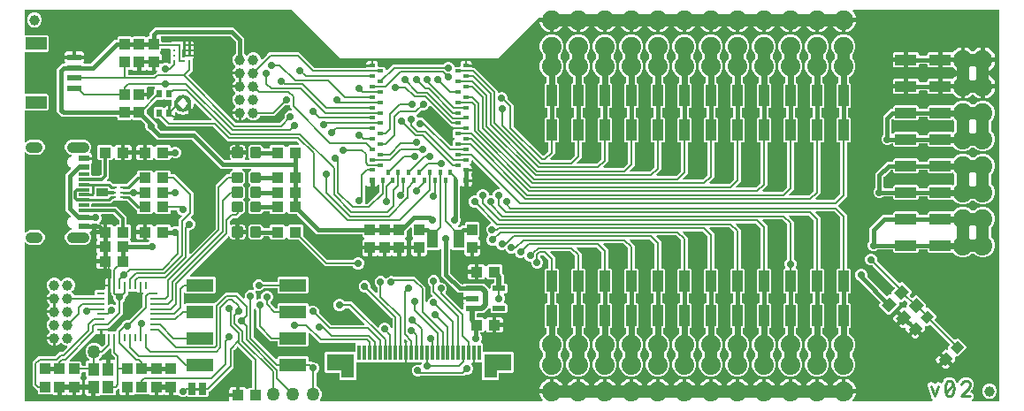
<source format=gtl>
G04 EAGLE Gerber RS-274X export*
G75*
%MOMM*%
%FSLAX34Y34*%
%LPD*%
%INTop Copper*%
%IPPOS*%
%AMOC8*
5,1,8,0,0,1.08239X$1,22.5*%
G01*
%ADD10C,0.279400*%
%ADD11R,1.000000X1.100000*%
%ADD12R,1.100000X1.000000*%
%ADD13C,0.300000*%
%ADD14R,0.610000X0.250000*%
%ADD15R,0.560000X0.250000*%
%ADD16R,0.522000X0.725000*%
%ADD17R,0.200000X0.500000*%
%ADD18R,0.500000X0.200000*%
%ADD19R,1.000000X0.300000*%
%ADD20R,1.000000X0.600000*%
%ADD21C,1.000000*%
%ADD22C,1.000000*%
%ADD23R,2.000000X1.200000*%
%ADD24R,1.350000X0.600000*%
%ADD25R,0.300000X1.400000*%
%ADD26R,1.250000X2.300000*%
%ADD27R,1.400000X1.600000*%
%ADD28R,2.540000X1.270000*%
%ADD29R,0.900000X1.000000*%
%ADD30C,1.270000*%
%ADD31R,0.284600X0.800000*%
%ADD32R,0.800000X0.284600*%
%ADD33R,0.600000X0.400000*%
%ADD34R,0.600000X0.600000*%
%ADD35R,0.400000X0.600000*%
%ADD36R,0.275000X0.250000*%
%ADD37R,0.250000X0.275000*%
%ADD38R,1.200000X0.550000*%
%ADD39R,1.100000X1.200000*%
%ADD40R,1.000000X1.800000*%
%ADD41C,0.406400*%
%ADD42R,2.000000X1.000000*%
%ADD43C,1.879600*%
%ADD44R,1.000000X2.000000*%
%ADD45C,0.254000*%
%ADD46R,0.635000X1.270000*%
%ADD47C,0.203200*%
%ADD48C,0.736600*%
%ADD49C,1.219200*%
%ADD50C,0.508000*%
%ADD51C,0.609600*%
%ADD52C,0.304800*%

G36*
X223802Y3057D02*
X223802Y3057D01*
X223860Y3055D01*
X223942Y3077D01*
X224026Y3089D01*
X224079Y3112D01*
X224135Y3127D01*
X224208Y3170D01*
X224285Y3205D01*
X224330Y3243D01*
X224380Y3272D01*
X224438Y3334D01*
X224502Y3388D01*
X224534Y3437D01*
X224574Y3480D01*
X224613Y3555D01*
X224660Y3625D01*
X224677Y3681D01*
X224704Y3733D01*
X224715Y3801D01*
X224745Y3896D01*
X224748Y3996D01*
X224759Y4064D01*
X224759Y6859D01*
X231784Y6859D01*
X231842Y6867D01*
X231900Y6865D01*
X231982Y6887D01*
X232065Y6899D01*
X232119Y6923D01*
X232175Y6937D01*
X232248Y6980D01*
X232325Y7015D01*
X232369Y7053D01*
X232420Y7083D01*
X232477Y7144D01*
X232542Y7199D01*
X232574Y7247D01*
X232614Y7290D01*
X232653Y7365D01*
X232699Y7435D01*
X232717Y7491D01*
X232744Y7543D01*
X232755Y7611D01*
X232785Y7706D01*
X232788Y7806D01*
X232799Y7874D01*
X232799Y8891D01*
X233816Y8891D01*
X233874Y8899D01*
X233932Y8898D01*
X234014Y8919D01*
X234097Y8931D01*
X234151Y8955D01*
X234207Y8969D01*
X234280Y9012D01*
X234357Y9047D01*
X234401Y9085D01*
X234452Y9115D01*
X234509Y9176D01*
X234574Y9231D01*
X234606Y9279D01*
X234646Y9322D01*
X234685Y9397D01*
X234731Y9467D01*
X234749Y9523D01*
X234776Y9575D01*
X234787Y9643D01*
X234817Y9738D01*
X234820Y9838D01*
X234831Y9906D01*
X234831Y16431D01*
X238634Y16431D01*
X239281Y16258D01*
X239860Y15923D01*
X240333Y15450D01*
X240642Y14914D01*
X240672Y14876D01*
X240695Y14833D01*
X240759Y14765D01*
X240818Y14691D01*
X240857Y14662D01*
X240891Y14627D01*
X240972Y14579D01*
X241048Y14524D01*
X241094Y14508D01*
X241136Y14483D01*
X241227Y14460D01*
X241315Y14428D01*
X241364Y14425D01*
X241411Y14413D01*
X241505Y14416D01*
X241599Y14410D01*
X241647Y14420D01*
X241696Y14422D01*
X241785Y14451D01*
X241877Y14471D01*
X241920Y14494D01*
X241966Y14509D01*
X242026Y14552D01*
X242127Y14607D01*
X242188Y14668D01*
X242239Y14704D01*
X243458Y15923D01*
X245736Y15923D01*
X245794Y15931D01*
X245852Y15929D01*
X245934Y15951D01*
X246018Y15963D01*
X246071Y15986D01*
X246127Y16001D01*
X246200Y16044D01*
X246277Y16079D01*
X246322Y16117D01*
X246372Y16146D01*
X246430Y16208D01*
X246494Y16262D01*
X246526Y16311D01*
X246566Y16354D01*
X246605Y16429D01*
X246652Y16499D01*
X246669Y16555D01*
X246696Y16607D01*
X246707Y16675D01*
X246737Y16770D01*
X246740Y16870D01*
X246751Y16938D01*
X246751Y40962D01*
X246739Y41049D01*
X246736Y41136D01*
X246719Y41189D01*
X246711Y41244D01*
X246676Y41323D01*
X246649Y41407D01*
X246621Y41446D01*
X246595Y41503D01*
X246499Y41616D01*
X246454Y41680D01*
X233128Y55006D01*
X233081Y55041D01*
X233041Y55084D01*
X232968Y55127D01*
X232900Y55177D01*
X232846Y55198D01*
X232795Y55228D01*
X232714Y55248D01*
X232635Y55278D01*
X232576Y55283D01*
X232520Y55298D01*
X232436Y55295D01*
X232351Y55302D01*
X232294Y55290D01*
X232236Y55289D01*
X232155Y55263D01*
X232073Y55246D01*
X232021Y55219D01*
X231965Y55201D01*
X231909Y55161D01*
X231820Y55115D01*
X231748Y55046D01*
X231692Y55006D01*
X229060Y52375D01*
X229008Y52305D01*
X228948Y52241D01*
X228922Y52191D01*
X228889Y52147D01*
X228858Y52066D01*
X228818Y51988D01*
X228810Y51940D01*
X228788Y51882D01*
X228776Y51734D01*
X228763Y51657D01*
X228763Y35221D01*
X205733Y12191D01*
X205613Y12191D01*
X205555Y12183D01*
X205497Y12185D01*
X205415Y12163D01*
X205331Y12151D01*
X205278Y12128D01*
X205222Y12113D01*
X205149Y12070D01*
X205072Y12035D01*
X205027Y11997D01*
X204977Y11968D01*
X204919Y11906D01*
X204855Y11852D01*
X204823Y11803D01*
X204783Y11760D01*
X204744Y11685D01*
X204697Y11615D01*
X204680Y11559D01*
X204653Y11507D01*
X204642Y11439D01*
X204612Y11344D01*
X204609Y11244D01*
X204598Y11176D01*
X204598Y8048D01*
X203407Y6857D01*
X195373Y6857D01*
X195028Y7202D01*
X194981Y7237D01*
X194941Y7280D01*
X194868Y7323D01*
X194801Y7373D01*
X194746Y7394D01*
X194696Y7424D01*
X194614Y7445D01*
X194535Y7475D01*
X194477Y7479D01*
X194420Y7494D01*
X194336Y7491D01*
X194252Y7498D01*
X194194Y7487D01*
X194136Y7485D01*
X194056Y7459D01*
X193973Y7442D01*
X193921Y7415D01*
X193865Y7397D01*
X193809Y7357D01*
X193721Y7311D01*
X193648Y7243D01*
X193592Y7202D01*
X193247Y6857D01*
X185213Y6857D01*
X184509Y7562D01*
X184507Y7563D01*
X184506Y7564D01*
X184393Y7649D01*
X184281Y7733D01*
X184280Y7733D01*
X184279Y7734D01*
X184148Y7783D01*
X184016Y7834D01*
X184014Y7834D01*
X184013Y7834D01*
X183869Y7846D01*
X183732Y7857D01*
X183731Y7857D01*
X183729Y7857D01*
X183714Y7854D01*
X183454Y7801D01*
X183427Y7787D01*
X183402Y7782D01*
X181477Y6984D01*
X179203Y6984D01*
X177102Y7854D01*
X176097Y8860D01*
X176042Y8901D01*
X175994Y8949D01*
X175929Y8986D01*
X175870Y9031D01*
X175806Y9055D01*
X175746Y9088D01*
X175674Y9105D01*
X175604Y9132D01*
X175536Y9138D01*
X175470Y9153D01*
X175395Y9149D01*
X175321Y9156D01*
X175254Y9142D01*
X175186Y9139D01*
X175127Y9117D01*
X175042Y9100D01*
X174941Y9047D01*
X174928Y9042D01*
X174244Y8859D01*
X170941Y8859D01*
X170941Y15884D01*
X170933Y15942D01*
X170934Y16000D01*
X170913Y16082D01*
X170901Y16165D01*
X170877Y16219D01*
X170863Y16275D01*
X170820Y16348D01*
X170785Y16425D01*
X170747Y16469D01*
X170717Y16520D01*
X170656Y16577D01*
X170601Y16642D01*
X170553Y16674D01*
X170510Y16714D01*
X170435Y16753D01*
X170365Y16799D01*
X170309Y16817D01*
X170257Y16844D01*
X170189Y16855D01*
X170094Y16885D01*
X169994Y16888D01*
X169926Y16899D01*
X168909Y16899D01*
X168909Y17916D01*
X168901Y17974D01*
X168902Y18032D01*
X168881Y18114D01*
X168869Y18197D01*
X168845Y18251D01*
X168831Y18307D01*
X168788Y18380D01*
X168753Y18457D01*
X168715Y18501D01*
X168685Y18552D01*
X168624Y18609D01*
X168569Y18674D01*
X168521Y18706D01*
X168478Y18746D01*
X168403Y18785D01*
X168333Y18831D01*
X168277Y18849D01*
X168225Y18876D01*
X168157Y18887D01*
X168062Y18917D01*
X167962Y18920D01*
X167894Y18931D01*
X155956Y18931D01*
X155898Y18923D01*
X155840Y18924D01*
X155758Y18903D01*
X155675Y18891D01*
X155621Y18867D01*
X155565Y18853D01*
X155492Y18810D01*
X155415Y18775D01*
X155371Y18737D01*
X155320Y18707D01*
X155263Y18646D01*
X155198Y18591D01*
X155166Y18543D01*
X155126Y18500D01*
X155087Y18425D01*
X155041Y18355D01*
X155023Y18299D01*
X154996Y18247D01*
X154985Y18179D01*
X154955Y18084D01*
X154952Y17984D01*
X154941Y17916D01*
X154941Y16899D01*
X153924Y16899D01*
X153866Y16891D01*
X153808Y16892D01*
X153726Y16871D01*
X153643Y16859D01*
X153589Y16835D01*
X153533Y16821D01*
X153460Y16778D01*
X153383Y16743D01*
X153338Y16705D01*
X153288Y16675D01*
X153230Y16614D01*
X153166Y16559D01*
X153134Y16511D01*
X153094Y16468D01*
X153055Y16393D01*
X153009Y16323D01*
X152991Y16267D01*
X152964Y16215D01*
X152953Y16147D01*
X152923Y16052D01*
X152920Y15952D01*
X152909Y15884D01*
X152909Y8859D01*
X149606Y8859D01*
X148959Y9032D01*
X148380Y9367D01*
X148314Y9433D01*
X148267Y9468D01*
X148227Y9511D01*
X148154Y9553D01*
X148087Y9604D01*
X148032Y9625D01*
X147981Y9655D01*
X147900Y9675D01*
X147821Y9705D01*
X147763Y9710D01*
X147706Y9725D01*
X147622Y9722D01*
X147538Y9729D01*
X147480Y9717D01*
X147422Y9716D01*
X147342Y9690D01*
X147259Y9673D01*
X147207Y9646D01*
X147151Y9628D01*
X147095Y9588D01*
X147007Y9542D01*
X146934Y9473D01*
X146878Y9433D01*
X146812Y9367D01*
X135128Y9367D01*
X135062Y9433D01*
X135015Y9468D01*
X134975Y9511D01*
X134902Y9553D01*
X134835Y9604D01*
X134780Y9625D01*
X134730Y9655D01*
X134648Y9675D01*
X134569Y9705D01*
X134511Y9710D01*
X134454Y9725D01*
X134370Y9722D01*
X134286Y9729D01*
X134229Y9717D01*
X134170Y9716D01*
X134090Y9690D01*
X134007Y9673D01*
X133955Y9646D01*
X133900Y9628D01*
X133843Y9588D01*
X133755Y9542D01*
X133683Y9473D01*
X133626Y9433D01*
X133560Y9367D01*
X132981Y9032D01*
X132334Y8859D01*
X129031Y8859D01*
X129031Y15884D01*
X129023Y15942D01*
X129024Y16000D01*
X129003Y16082D01*
X128991Y16165D01*
X128967Y16219D01*
X128953Y16275D01*
X128910Y16348D01*
X128875Y16425D01*
X128837Y16469D01*
X128807Y16520D01*
X128746Y16577D01*
X128691Y16642D01*
X128643Y16674D01*
X128600Y16714D01*
X128525Y16753D01*
X128455Y16799D01*
X128399Y16817D01*
X128347Y16844D01*
X128279Y16855D01*
X128184Y16885D01*
X128084Y16888D01*
X128016Y16899D01*
X125984Y16899D01*
X125926Y16891D01*
X125868Y16892D01*
X125786Y16871D01*
X125703Y16859D01*
X125649Y16835D01*
X125593Y16821D01*
X125520Y16778D01*
X125443Y16743D01*
X125398Y16705D01*
X125348Y16675D01*
X125290Y16614D01*
X125226Y16559D01*
X125194Y16511D01*
X125154Y16468D01*
X125115Y16393D01*
X125069Y16323D01*
X125051Y16267D01*
X125024Y16215D01*
X125013Y16147D01*
X124983Y16052D01*
X124980Y15952D01*
X124969Y15884D01*
X124969Y8859D01*
X121666Y8859D01*
X121019Y9032D01*
X120440Y9367D01*
X119967Y9840D01*
X119632Y10419D01*
X119459Y11066D01*
X119459Y13637D01*
X119455Y13666D01*
X119458Y13695D01*
X119435Y13806D01*
X119419Y13918D01*
X119407Y13945D01*
X119402Y13974D01*
X119349Y14074D01*
X119303Y14178D01*
X119284Y14200D01*
X119271Y14226D01*
X119193Y14308D01*
X119120Y14395D01*
X119095Y14411D01*
X119075Y14432D01*
X118977Y14489D01*
X118883Y14552D01*
X118855Y14561D01*
X118830Y14576D01*
X118720Y14604D01*
X118612Y14638D01*
X118582Y14639D01*
X118554Y14646D01*
X118441Y14642D01*
X118328Y14645D01*
X118299Y14638D01*
X118270Y14637D01*
X118162Y14602D01*
X118053Y14573D01*
X118027Y14559D01*
X117999Y14549D01*
X117935Y14504D01*
X117808Y14428D01*
X117765Y14383D01*
X117726Y14355D01*
X117175Y13803D01*
X117132Y13805D01*
X117050Y13783D01*
X116966Y13771D01*
X116913Y13748D01*
X116857Y13733D01*
X116784Y13690D01*
X116707Y13655D01*
X116662Y13617D01*
X116612Y13588D01*
X116554Y13526D01*
X116490Y13472D01*
X116458Y13423D01*
X116418Y13380D01*
X116379Y13305D01*
X116332Y13235D01*
X116315Y13179D01*
X116288Y13127D01*
X116277Y13059D01*
X116247Y12964D01*
X116244Y12864D01*
X116233Y12796D01*
X116233Y10018D01*
X115042Y8827D01*
X102033Y8827D01*
X101936Y8814D01*
X101839Y8809D01*
X101802Y8795D01*
X101751Y8787D01*
X101594Y8717D01*
X101525Y8691D01*
X101181Y8492D01*
X100534Y8319D01*
X96731Y8319D01*
X96731Y15844D01*
X96723Y15902D01*
X96724Y15960D01*
X96703Y16042D01*
X96691Y16125D01*
X96667Y16179D01*
X96653Y16235D01*
X96610Y16308D01*
X96575Y16385D01*
X96537Y16429D01*
X96507Y16480D01*
X96446Y16537D01*
X96391Y16602D01*
X96343Y16634D01*
X96300Y16674D01*
X96225Y16713D01*
X96155Y16759D01*
X96099Y16777D01*
X96047Y16804D01*
X95979Y16815D01*
X95884Y16845D01*
X95784Y16848D01*
X95716Y16859D01*
X94699Y16859D01*
X94699Y17876D01*
X94691Y17934D01*
X94692Y17992D01*
X94671Y18074D01*
X94659Y18157D01*
X94635Y18211D01*
X94621Y18267D01*
X94578Y18340D01*
X94543Y18417D01*
X94505Y18461D01*
X94475Y18512D01*
X94414Y18569D01*
X94359Y18634D01*
X94311Y18666D01*
X94268Y18706D01*
X94193Y18745D01*
X94123Y18791D01*
X94067Y18809D01*
X94015Y18836D01*
X93947Y18847D01*
X93852Y18877D01*
X93752Y18880D01*
X93684Y18891D01*
X86659Y18891D01*
X86659Y23194D01*
X86832Y23841D01*
X87167Y24420D01*
X87732Y24985D01*
X87764Y25010D01*
X87794Y25051D01*
X87829Y25085D01*
X87877Y25165D01*
X87931Y25241D01*
X87948Y25287D01*
X87973Y25330D01*
X87996Y25420D01*
X88028Y25508D01*
X88031Y25557D01*
X88043Y25605D01*
X88040Y25698D01*
X88046Y25792D01*
X88036Y25840D01*
X88034Y25890D01*
X88006Y25978D01*
X87986Y26069D01*
X87962Y26113D01*
X87947Y26160D01*
X87904Y26220D01*
X87850Y26319D01*
X87789Y26382D01*
X87752Y26433D01*
X87167Y27018D01*
X87167Y29836D01*
X87159Y29894D01*
X87161Y29952D01*
X87139Y30034D01*
X87127Y30118D01*
X87104Y30171D01*
X87089Y30227D01*
X87046Y30300D01*
X87011Y30377D01*
X86973Y30422D01*
X86944Y30472D01*
X86882Y30530D01*
X86828Y30594D01*
X86779Y30626D01*
X86736Y30666D01*
X86661Y30705D01*
X86591Y30752D01*
X86535Y30769D01*
X86483Y30796D01*
X86415Y30807D01*
X86320Y30837D01*
X86220Y30840D01*
X86152Y30851D01*
X84248Y30851D01*
X84190Y30843D01*
X84132Y30845D01*
X84050Y30823D01*
X83966Y30811D01*
X83913Y30788D01*
X83857Y30773D01*
X83784Y30730D01*
X83707Y30695D01*
X83662Y30657D01*
X83612Y30628D01*
X83554Y30566D01*
X83490Y30512D01*
X83458Y30463D01*
X83418Y30420D01*
X83379Y30345D01*
X83332Y30275D01*
X83315Y30219D01*
X83288Y30167D01*
X83277Y30099D01*
X83247Y30004D01*
X83244Y29904D01*
X83233Y29836D01*
X83233Y27558D01*
X82014Y26339D01*
X81985Y26301D01*
X81949Y26268D01*
X81900Y26187D01*
X81843Y26112D01*
X81826Y26067D01*
X81800Y26025D01*
X81775Y25934D01*
X81742Y25847D01*
X81738Y25798D01*
X81725Y25751D01*
X81726Y25657D01*
X81718Y25563D01*
X81728Y25516D01*
X81729Y25467D01*
X81756Y25377D01*
X81774Y25285D01*
X81797Y25241D01*
X81811Y25195D01*
X81862Y25116D01*
X81905Y25032D01*
X81939Y24997D01*
X81965Y24956D01*
X82023Y24909D01*
X82101Y24826D01*
X82176Y24782D01*
X82224Y24742D01*
X82760Y24433D01*
X83233Y23960D01*
X83568Y23381D01*
X83741Y22734D01*
X83741Y18931D01*
X77216Y18931D01*
X77158Y18923D01*
X77100Y18924D01*
X77018Y18903D01*
X76935Y18891D01*
X76881Y18867D01*
X76825Y18853D01*
X76752Y18810D01*
X76675Y18775D01*
X76631Y18737D01*
X76580Y18707D01*
X76523Y18646D01*
X76458Y18591D01*
X76426Y18543D01*
X76386Y18500D01*
X76347Y18425D01*
X76301Y18355D01*
X76283Y18299D01*
X76256Y18247D01*
X76245Y18179D01*
X76215Y18084D01*
X76212Y17984D01*
X76201Y17916D01*
X76201Y16899D01*
X76199Y16899D01*
X76199Y17916D01*
X76191Y17974D01*
X76192Y18032D01*
X76171Y18114D01*
X76159Y18197D01*
X76135Y18251D01*
X76121Y18307D01*
X76078Y18380D01*
X76043Y18457D01*
X76005Y18501D01*
X75975Y18552D01*
X75914Y18609D01*
X75859Y18674D01*
X75811Y18706D01*
X75768Y18746D01*
X75693Y18785D01*
X75623Y18831D01*
X75567Y18849D01*
X75515Y18876D01*
X75447Y18887D01*
X75352Y18917D01*
X75252Y18920D01*
X75184Y18931D01*
X63246Y18931D01*
X63188Y18923D01*
X63130Y18924D01*
X63048Y18903D01*
X62965Y18891D01*
X62911Y18867D01*
X62855Y18853D01*
X62782Y18810D01*
X62705Y18775D01*
X62661Y18737D01*
X62610Y18707D01*
X62553Y18646D01*
X62488Y18591D01*
X62456Y18543D01*
X62416Y18500D01*
X62377Y18425D01*
X62331Y18355D01*
X62313Y18299D01*
X62286Y18247D01*
X62275Y18179D01*
X62245Y18084D01*
X62242Y17984D01*
X62231Y17916D01*
X62231Y16899D01*
X61214Y16899D01*
X61156Y16891D01*
X61098Y16892D01*
X61016Y16871D01*
X60933Y16859D01*
X60879Y16835D01*
X60823Y16821D01*
X60750Y16778D01*
X60673Y16743D01*
X60628Y16705D01*
X60578Y16675D01*
X60520Y16614D01*
X60456Y16559D01*
X60424Y16511D01*
X60384Y16468D01*
X60345Y16393D01*
X60299Y16323D01*
X60281Y16267D01*
X60254Y16215D01*
X60243Y16147D01*
X60213Y16052D01*
X60210Y15952D01*
X60199Y15884D01*
X60199Y8859D01*
X56896Y8859D01*
X56249Y9032D01*
X55670Y9367D01*
X55604Y9433D01*
X55557Y9468D01*
X55517Y9511D01*
X55444Y9553D01*
X55377Y9604D01*
X55322Y9625D01*
X55271Y9655D01*
X55190Y9675D01*
X55111Y9705D01*
X55053Y9710D01*
X54996Y9725D01*
X54912Y9722D01*
X54828Y9729D01*
X54770Y9717D01*
X54712Y9716D01*
X54632Y9690D01*
X54549Y9673D01*
X54497Y9646D01*
X54441Y9628D01*
X54385Y9588D01*
X54297Y9542D01*
X54224Y9473D01*
X54168Y9433D01*
X54102Y9367D01*
X42418Y9367D01*
X41227Y10558D01*
X41227Y12836D01*
X41219Y12894D01*
X41221Y12952D01*
X41199Y13034D01*
X41187Y13118D01*
X41164Y13171D01*
X41149Y13227D01*
X41106Y13300D01*
X41071Y13377D01*
X41033Y13422D01*
X41004Y13472D01*
X40942Y13530D01*
X40888Y13594D01*
X40839Y13626D01*
X40796Y13666D01*
X40721Y13705D01*
X40651Y13752D01*
X40595Y13769D01*
X40543Y13796D01*
X40475Y13807D01*
X40380Y13837D01*
X40280Y13840D01*
X40266Y13842D01*
X36321Y17787D01*
X36321Y40724D01*
X40936Y45339D01*
X40955Y45345D01*
X40994Y45373D01*
X41052Y45399D01*
X41165Y45495D01*
X41229Y45540D01*
X41917Y46229D01*
X57698Y46229D01*
X57785Y46241D01*
X57872Y46244D01*
X57925Y46261D01*
X57980Y46269D01*
X58060Y46304D01*
X58143Y46331D01*
X58182Y46359D01*
X58239Y46385D01*
X58353Y46481D01*
X58416Y46526D01*
X61929Y50039D01*
X64357Y50039D01*
X64443Y50051D01*
X64531Y50054D01*
X64583Y50071D01*
X64638Y50079D01*
X64718Y50114D01*
X64801Y50141D01*
X64840Y50169D01*
X64898Y50195D01*
X65011Y50291D01*
X65075Y50336D01*
X69473Y54734D01*
X69490Y54758D01*
X69513Y54777D01*
X69576Y54871D01*
X69643Y54961D01*
X69654Y54989D01*
X69670Y55013D01*
X69704Y55121D01*
X69745Y55227D01*
X69747Y55256D01*
X69756Y55284D01*
X69759Y55398D01*
X69768Y55510D01*
X69763Y55539D01*
X69763Y55568D01*
X69735Y55678D01*
X69712Y55789D01*
X69699Y55815D01*
X69691Y55843D01*
X69634Y55941D01*
X69581Y56041D01*
X69561Y56063D01*
X69546Y56088D01*
X69464Y56165D01*
X69386Y56247D01*
X69360Y56262D01*
X69339Y56282D01*
X69238Y56334D01*
X69140Y56391D01*
X69112Y56398D01*
X69086Y56412D01*
X69008Y56425D01*
X68865Y56461D01*
X68802Y56459D01*
X68755Y56467D01*
X68451Y56467D01*
X65866Y57538D01*
X64565Y58840D01*
X64552Y58849D01*
X64542Y58861D01*
X64439Y58934D01*
X64337Y59011D01*
X64323Y59016D01*
X64310Y59025D01*
X64190Y59067D01*
X64072Y59112D01*
X64056Y59113D01*
X64041Y59118D01*
X63915Y59125D01*
X63788Y59135D01*
X63773Y59132D01*
X63758Y59133D01*
X63634Y59104D01*
X63510Y59080D01*
X63496Y59072D01*
X63481Y59069D01*
X63370Y59007D01*
X63257Y58949D01*
X63246Y58938D01*
X63232Y58930D01*
X63185Y58880D01*
X63051Y58753D01*
X63029Y58715D01*
X61957Y57643D01*
X60722Y56818D01*
X59350Y56249D01*
X58419Y56064D01*
X58419Y63246D01*
X58411Y63304D01*
X58413Y63362D01*
X58391Y63444D01*
X58379Y63527D01*
X58356Y63581D01*
X58341Y63637D01*
X58298Y63710D01*
X58263Y63787D01*
X58225Y63831D01*
X58196Y63882D01*
X58134Y63939D01*
X58080Y64004D01*
X58031Y64036D01*
X57988Y64076D01*
X57913Y64115D01*
X57843Y64161D01*
X57819Y64169D01*
X57789Y64218D01*
X57755Y64295D01*
X57717Y64340D01*
X57687Y64390D01*
X57626Y64448D01*
X57571Y64512D01*
X57523Y64544D01*
X57480Y64584D01*
X57405Y64623D01*
X57335Y64670D01*
X57279Y64687D01*
X57227Y64714D01*
X57159Y64725D01*
X57064Y64755D01*
X56964Y64758D01*
X56896Y64769D01*
X49714Y64769D01*
X49899Y65700D01*
X50468Y67072D01*
X51293Y68307D01*
X52350Y69364D01*
X52361Y69370D01*
X52453Y69457D01*
X52548Y69542D01*
X52556Y69555D01*
X52567Y69566D01*
X52631Y69675D01*
X52699Y69783D01*
X52703Y69798D01*
X52711Y69811D01*
X52742Y69933D01*
X52777Y70056D01*
X52777Y70072D01*
X52781Y70087D01*
X52777Y70213D01*
X52777Y70340D01*
X52773Y70355D01*
X52772Y70371D01*
X52733Y70492D01*
X52698Y70613D01*
X52689Y70626D01*
X52685Y70641D01*
X52644Y70697D01*
X52546Y70854D01*
X52511Y70884D01*
X52490Y70915D01*
X51188Y72216D01*
X50117Y74801D01*
X50117Y77599D01*
X51188Y80184D01*
X52490Y81485D01*
X52499Y81498D01*
X52511Y81508D01*
X52584Y81611D01*
X52661Y81713D01*
X52666Y81727D01*
X52675Y81740D01*
X52717Y81860D01*
X52762Y81978D01*
X52763Y81994D01*
X52768Y82009D01*
X52775Y82135D01*
X52785Y82262D01*
X52782Y82277D01*
X52783Y82292D01*
X52754Y82416D01*
X52730Y82540D01*
X52722Y82554D01*
X52719Y82569D01*
X52657Y82680D01*
X52599Y82793D01*
X52588Y82804D01*
X52580Y82818D01*
X52530Y82865D01*
X52403Y82999D01*
X52365Y83021D01*
X51293Y84093D01*
X50468Y85328D01*
X49899Y86700D01*
X49714Y87631D01*
X56896Y87631D01*
X56954Y87639D01*
X57012Y87637D01*
X57094Y87659D01*
X57177Y87671D01*
X57231Y87694D01*
X57287Y87709D01*
X57360Y87752D01*
X57437Y87787D01*
X57481Y87825D01*
X57532Y87854D01*
X57589Y87916D01*
X57654Y87970D01*
X57686Y88019D01*
X57726Y88062D01*
X57765Y88137D01*
X57811Y88207D01*
X57819Y88231D01*
X57868Y88261D01*
X57945Y88295D01*
X57990Y88333D01*
X58040Y88363D01*
X58098Y88424D01*
X58162Y88479D01*
X58194Y88527D01*
X58234Y88570D01*
X58273Y88645D01*
X58320Y88715D01*
X58337Y88771D01*
X58364Y88823D01*
X58375Y88891D01*
X58405Y88986D01*
X58408Y89086D01*
X58419Y89154D01*
X58419Y101346D01*
X58411Y101404D01*
X58413Y101462D01*
X58391Y101544D01*
X58379Y101627D01*
X58356Y101681D01*
X58341Y101737D01*
X58298Y101810D01*
X58263Y101887D01*
X58225Y101931D01*
X58196Y101982D01*
X58134Y102039D01*
X58080Y102104D01*
X58031Y102136D01*
X57988Y102176D01*
X57913Y102215D01*
X57843Y102261D01*
X57819Y102269D01*
X57789Y102318D01*
X57755Y102395D01*
X57717Y102440D01*
X57687Y102490D01*
X57626Y102548D01*
X57571Y102612D01*
X57523Y102644D01*
X57480Y102684D01*
X57405Y102723D01*
X57335Y102770D01*
X57279Y102787D01*
X57227Y102814D01*
X57159Y102825D01*
X57064Y102855D01*
X56964Y102858D01*
X56896Y102869D01*
X49714Y102869D01*
X49899Y103800D01*
X50468Y105172D01*
X51293Y106407D01*
X52350Y107464D01*
X52361Y107470D01*
X52453Y107557D01*
X52548Y107642D01*
X52556Y107655D01*
X52567Y107666D01*
X52631Y107775D01*
X52699Y107883D01*
X52703Y107898D01*
X52711Y107911D01*
X52742Y108033D01*
X52777Y108156D01*
X52777Y108172D01*
X52781Y108187D01*
X52777Y108313D01*
X52777Y108440D01*
X52773Y108455D01*
X52772Y108471D01*
X52733Y108592D01*
X52698Y108713D01*
X52689Y108726D01*
X52685Y108741D01*
X52644Y108797D01*
X52546Y108954D01*
X52511Y108984D01*
X52490Y109015D01*
X51188Y110316D01*
X50117Y112901D01*
X50117Y115699D01*
X51188Y118284D01*
X53166Y120262D01*
X55751Y121333D01*
X58549Y121333D01*
X61134Y120262D01*
X62782Y118614D01*
X62829Y118579D01*
X62869Y118536D01*
X62942Y118493D01*
X63009Y118443D01*
X63064Y118422D01*
X63114Y118392D01*
X63196Y118372D01*
X63275Y118342D01*
X63333Y118337D01*
X63390Y118322D01*
X63474Y118325D01*
X63558Y118318D01*
X63616Y118330D01*
X63674Y118331D01*
X63754Y118357D01*
X63837Y118374D01*
X63889Y118401D01*
X63945Y118419D01*
X64001Y118459D01*
X64089Y118505D01*
X64162Y118574D01*
X64218Y118614D01*
X65866Y120262D01*
X68451Y121333D01*
X71249Y121333D01*
X73834Y120262D01*
X75812Y118284D01*
X76883Y115699D01*
X76883Y112901D01*
X75812Y110316D01*
X74164Y108668D01*
X74129Y108621D01*
X74086Y108581D01*
X74043Y108508D01*
X73993Y108441D01*
X73972Y108386D01*
X73942Y108336D01*
X73922Y108254D01*
X73892Y108175D01*
X73887Y108117D01*
X73872Y108060D01*
X73875Y107976D01*
X73868Y107892D01*
X73880Y107834D01*
X73881Y107776D01*
X73907Y107696D01*
X73924Y107613D01*
X73951Y107561D01*
X73969Y107505D01*
X74009Y107449D01*
X74055Y107361D01*
X74124Y107288D01*
X74164Y107232D01*
X75812Y105584D01*
X75940Y105275D01*
X75941Y105274D01*
X75941Y105273D01*
X76011Y105154D01*
X76084Y105031D01*
X76085Y105030D01*
X76086Y105028D01*
X76190Y104931D01*
X76291Y104835D01*
X76292Y104835D01*
X76294Y104834D01*
X76419Y104769D01*
X76544Y104705D01*
X76545Y104705D01*
X76547Y104704D01*
X76561Y104702D01*
X76823Y104650D01*
X76853Y104653D01*
X76878Y104649D01*
X94952Y104649D01*
X95010Y104657D01*
X95068Y104655D01*
X95150Y104677D01*
X95234Y104689D01*
X95287Y104712D01*
X95343Y104727D01*
X95416Y104770D01*
X95493Y104805D01*
X95538Y104843D01*
X95588Y104872D01*
X95646Y104934D01*
X95710Y104988D01*
X95742Y105037D01*
X95782Y105080D01*
X95821Y105155D01*
X95868Y105225D01*
X95885Y105281D01*
X95912Y105333D01*
X95923Y105401D01*
X95953Y105496D01*
X95956Y105596D01*
X95967Y105664D01*
X95967Y108665D01*
X97158Y109856D01*
X104521Y109856D01*
X104579Y109864D01*
X104637Y109862D01*
X104719Y109884D01*
X104803Y109896D01*
X104856Y109919D01*
X104912Y109934D01*
X104985Y109977D01*
X105062Y110012D01*
X105107Y110050D01*
X105157Y110079D01*
X105215Y110141D01*
X105279Y110195D01*
X105311Y110244D01*
X105351Y110287D01*
X105390Y110362D01*
X105437Y110432D01*
X105454Y110488D01*
X105481Y110540D01*
X105492Y110608D01*
X105522Y110703D01*
X105525Y110803D01*
X105536Y110871D01*
X105536Y112885D01*
X108485Y112885D01*
X108485Y107184D01*
X108462Y107165D01*
X108412Y107135D01*
X108354Y107074D01*
X108290Y107019D01*
X108258Y106971D01*
X108218Y106928D01*
X108179Y106853D01*
X108132Y106783D01*
X108115Y106727D01*
X108088Y106675D01*
X108077Y106607D01*
X108047Y106512D01*
X108044Y106412D01*
X108033Y106344D01*
X108033Y96332D01*
X108049Y96218D01*
X108059Y96104D01*
X108069Y96078D01*
X108073Y96051D01*
X108120Y95946D01*
X108161Y95839D01*
X108177Y95817D01*
X108189Y95791D01*
X108263Y95704D01*
X108332Y95612D01*
X108355Y95595D01*
X108372Y95574D01*
X108468Y95511D01*
X108560Y95442D01*
X108586Y95432D01*
X108609Y95417D01*
X108719Y95382D01*
X108826Y95342D01*
X108854Y95339D01*
X108880Y95331D01*
X108995Y95328D01*
X109109Y95319D01*
X109134Y95324D01*
X109164Y95324D01*
X109421Y95391D01*
X109437Y95394D01*
X110623Y95886D01*
X112897Y95886D01*
X114927Y95045D01*
X115039Y95016D01*
X115148Y94981D01*
X115176Y94981D01*
X115203Y94974D01*
X115317Y94977D01*
X115432Y94974D01*
X115459Y94981D01*
X115487Y94982D01*
X115596Y95017D01*
X115707Y95046D01*
X115731Y95060D01*
X115758Y95068D01*
X115853Y95133D01*
X115952Y95191D01*
X115971Y95211D01*
X115994Y95227D01*
X116068Y95315D01*
X116146Y95398D01*
X116159Y95423D01*
X116177Y95444D01*
X116223Y95549D01*
X116276Y95652D01*
X116280Y95676D01*
X116292Y95704D01*
X116329Y95968D01*
X116331Y95983D01*
X116331Y97415D01*
X116319Y97502D01*
X116316Y97589D01*
X116299Y97642D01*
X116291Y97696D01*
X116256Y97776D01*
X116229Y97860D01*
X116201Y97899D01*
X116175Y97956D01*
X116079Y98069D01*
X116056Y98102D01*
X116055Y98103D01*
X116034Y98133D01*
X114534Y99632D01*
X113664Y101733D01*
X113664Y102584D01*
X113657Y102635D01*
X113658Y102660D01*
X113652Y102682D01*
X113649Y102758D01*
X113632Y102810D01*
X113624Y102865D01*
X113589Y102945D01*
X113562Y103028D01*
X113534Y103067D01*
X113508Y103125D01*
X113412Y103238D01*
X113367Y103302D01*
X112224Y104444D01*
X112224Y104445D01*
X111451Y105217D01*
X111451Y106344D01*
X111443Y106402D01*
X111445Y106460D01*
X111423Y106542D01*
X111411Y106626D01*
X111388Y106679D01*
X111373Y106735D01*
X111330Y106808D01*
X111295Y106885D01*
X111257Y106930D01*
X111228Y106980D01*
X111166Y107038D01*
X111112Y107102D01*
X111063Y107134D01*
X111020Y107174D01*
X110945Y107213D01*
X110875Y107260D01*
X110819Y107277D01*
X110767Y107304D01*
X110699Y107315D01*
X110604Y107345D01*
X110515Y107348D01*
X110515Y113900D01*
X110515Y120448D01*
X110552Y120447D01*
X110634Y120469D01*
X110718Y120481D01*
X110771Y120504D01*
X110827Y120519D01*
X110900Y120562D01*
X110977Y120597D01*
X111022Y120635D01*
X111072Y120664D01*
X111130Y120726D01*
X111194Y120780D01*
X111226Y120829D01*
X111266Y120872D01*
X111305Y120947D01*
X111352Y121017D01*
X111369Y121073D01*
X111396Y121125D01*
X111407Y121193D01*
X111437Y121288D01*
X111440Y121388D01*
X111451Y121456D01*
X111451Y128604D01*
X111443Y128662D01*
X111445Y128720D01*
X111423Y128802D01*
X111411Y128886D01*
X111388Y128939D01*
X111373Y128995D01*
X111330Y129068D01*
X111295Y129145D01*
X111257Y129190D01*
X111228Y129240D01*
X111166Y129298D01*
X111112Y129362D01*
X111063Y129394D01*
X111020Y129434D01*
X110945Y129473D01*
X110875Y129520D01*
X110819Y129537D01*
X110767Y129564D01*
X110699Y129575D01*
X110604Y129605D01*
X110504Y129608D01*
X110436Y129619D01*
X107831Y129619D01*
X107831Y136144D01*
X107823Y136202D01*
X107824Y136260D01*
X107803Y136342D01*
X107791Y136425D01*
X107767Y136479D01*
X107753Y136535D01*
X107710Y136608D01*
X107675Y136685D01*
X107637Y136729D01*
X107607Y136780D01*
X107546Y136837D01*
X107491Y136902D01*
X107443Y136934D01*
X107400Y136974D01*
X107325Y137013D01*
X107255Y137059D01*
X107199Y137077D01*
X107147Y137104D01*
X107079Y137115D01*
X106984Y137145D01*
X106884Y137148D01*
X106816Y137159D01*
X105799Y137159D01*
X105799Y137161D01*
X106816Y137161D01*
X106874Y137169D01*
X106932Y137168D01*
X107014Y137189D01*
X107097Y137201D01*
X107151Y137225D01*
X107207Y137239D01*
X107280Y137282D01*
X107357Y137317D01*
X107401Y137355D01*
X107452Y137385D01*
X107509Y137446D01*
X107574Y137501D01*
X107606Y137549D01*
X107646Y137592D01*
X107685Y137667D01*
X107731Y137737D01*
X107749Y137793D01*
X107776Y137845D01*
X107787Y137913D01*
X107817Y138008D01*
X107820Y138108D01*
X107831Y138176D01*
X107831Y150114D01*
X107823Y150172D01*
X107824Y150230D01*
X107803Y150312D01*
X107791Y150395D01*
X107767Y150449D01*
X107753Y150505D01*
X107710Y150578D01*
X107675Y150655D01*
X107637Y150699D01*
X107607Y150750D01*
X107546Y150807D01*
X107491Y150872D01*
X107443Y150904D01*
X107400Y150944D01*
X107325Y150983D01*
X107255Y151029D01*
X107199Y151047D01*
X107147Y151074D01*
X107079Y151085D01*
X106984Y151115D01*
X106884Y151118D01*
X106816Y151129D01*
X105799Y151129D01*
X105799Y151131D01*
X106816Y151131D01*
X106874Y151139D01*
X106932Y151138D01*
X107014Y151159D01*
X107097Y151171D01*
X107151Y151195D01*
X107207Y151209D01*
X107280Y151252D01*
X107357Y151287D01*
X107401Y151325D01*
X107452Y151355D01*
X107509Y151416D01*
X107574Y151471D01*
X107606Y151519D01*
X107646Y151562D01*
X107685Y151637D01*
X107731Y151707D01*
X107749Y151763D01*
X107776Y151815D01*
X107787Y151883D01*
X107817Y151978D01*
X107820Y152078D01*
X107831Y152146D01*
X107831Y164084D01*
X107823Y164142D01*
X107824Y164200D01*
X107803Y164282D01*
X107791Y164365D01*
X107767Y164419D01*
X107753Y164475D01*
X107710Y164548D01*
X107675Y164625D01*
X107637Y164669D01*
X107607Y164720D01*
X107546Y164777D01*
X107491Y164842D01*
X107443Y164874D01*
X107400Y164914D01*
X107325Y164953D01*
X107255Y164999D01*
X107199Y165017D01*
X107147Y165044D01*
X107079Y165055D01*
X106984Y165085D01*
X106884Y165088D01*
X106816Y165099D01*
X105799Y165099D01*
X105799Y165101D01*
X106816Y165101D01*
X106874Y165109D01*
X106932Y165108D01*
X107014Y165129D01*
X107097Y165141D01*
X107151Y165165D01*
X107207Y165179D01*
X107280Y165222D01*
X107357Y165257D01*
X107401Y165295D01*
X107452Y165325D01*
X107509Y165386D01*
X107574Y165441D01*
X107606Y165489D01*
X107646Y165532D01*
X107685Y165607D01*
X107731Y165677D01*
X107749Y165733D01*
X107776Y165785D01*
X107787Y165853D01*
X107817Y165948D01*
X107820Y166048D01*
X107831Y166116D01*
X107831Y172641D01*
X111634Y172641D01*
X112281Y172468D01*
X112860Y172133D01*
X113333Y171660D01*
X113642Y171124D01*
X113672Y171086D01*
X113695Y171043D01*
X113759Y170975D01*
X113818Y170901D01*
X113857Y170872D01*
X113891Y170837D01*
X113972Y170789D01*
X114048Y170734D01*
X114094Y170718D01*
X114136Y170693D01*
X114227Y170670D01*
X114315Y170638D01*
X114364Y170635D01*
X114411Y170623D01*
X114505Y170626D01*
X114599Y170620D01*
X114647Y170630D01*
X114696Y170632D01*
X114785Y170661D01*
X114877Y170681D01*
X114920Y170704D01*
X114966Y170719D01*
X115026Y170762D01*
X115127Y170817D01*
X115188Y170878D01*
X115239Y170914D01*
X116458Y172133D01*
X118228Y172133D01*
X118286Y172141D01*
X118344Y172139D01*
X118426Y172161D01*
X118510Y172173D01*
X118563Y172196D01*
X118619Y172211D01*
X118692Y172254D01*
X118769Y172289D01*
X118814Y172327D01*
X118864Y172356D01*
X118922Y172418D01*
X118986Y172472D01*
X119018Y172521D01*
X119058Y172564D01*
X119097Y172639D01*
X119144Y172709D01*
X119161Y172765D01*
X119188Y172817D01*
X119199Y172885D01*
X119229Y172980D01*
X119232Y173080D01*
X119243Y173148D01*
X119243Y176296D01*
X119231Y176383D01*
X119228Y176470D01*
X119211Y176523D01*
X119203Y176578D01*
X119168Y176658D01*
X119141Y176741D01*
X119113Y176780D01*
X119087Y176837D01*
X118991Y176950D01*
X118946Y177014D01*
X114114Y181846D01*
X114044Y181898D01*
X113980Y181958D01*
X113931Y181984D01*
X113887Y182017D01*
X113805Y182048D01*
X113727Y182088D01*
X113680Y182096D01*
X113621Y182118D01*
X113474Y182130D01*
X113396Y182143D01*
X102806Y182143D01*
X102692Y182127D01*
X102578Y182117D01*
X102552Y182107D01*
X102525Y182103D01*
X102420Y182056D01*
X102313Y182015D01*
X102290Y181999D01*
X102265Y181987D01*
X102178Y181913D01*
X102086Y181844D01*
X102069Y181821D01*
X102048Y181804D01*
X101985Y181708D01*
X101916Y181616D01*
X101906Y181590D01*
X101891Y181567D01*
X101856Y181457D01*
X101815Y181350D01*
X101813Y181322D01*
X101805Y181296D01*
X101802Y181181D01*
X101793Y181067D01*
X101798Y181042D01*
X101797Y181012D01*
X101865Y180755D01*
X101868Y180739D01*
X102236Y179852D01*
X102236Y177578D01*
X101366Y175477D01*
X100262Y174374D01*
X100244Y174350D01*
X100222Y174331D01*
X100159Y174237D01*
X100091Y174147D01*
X100081Y174119D01*
X100065Y174095D01*
X100030Y173987D01*
X99990Y173881D01*
X99988Y173852D01*
X99979Y173824D01*
X99976Y173710D01*
X99966Y173598D01*
X99972Y173569D01*
X99971Y173540D01*
X100000Y173430D01*
X100022Y173319D01*
X100036Y173293D01*
X100043Y173265D01*
X100101Y173167D01*
X100153Y173067D01*
X100174Y173045D01*
X100189Y173020D01*
X100271Y172943D01*
X100349Y172861D01*
X100374Y172846D01*
X100396Y172826D01*
X100497Y172774D01*
X100594Y172717D01*
X100623Y172710D01*
X100649Y172696D01*
X100726Y172683D01*
X100870Y172647D01*
X100932Y172649D01*
X100980Y172641D01*
X103769Y172641D01*
X103769Y167131D01*
X97759Y167131D01*
X97759Y170434D01*
X97932Y171081D01*
X98161Y171476D01*
X98175Y171513D01*
X98197Y171545D01*
X98228Y171644D01*
X98267Y171740D01*
X98271Y171779D01*
X98283Y171816D01*
X98286Y171920D01*
X98296Y172023D01*
X98289Y172061D01*
X98290Y172100D01*
X98264Y172201D01*
X98246Y172303D01*
X98228Y172338D01*
X98218Y172375D01*
X98165Y172464D01*
X98120Y172557D01*
X98093Y172586D01*
X98073Y172620D01*
X97998Y172691D01*
X97928Y172767D01*
X97894Y172788D01*
X97866Y172814D01*
X97774Y172862D01*
X97685Y172916D01*
X97648Y172926D01*
X97613Y172944D01*
X97536Y172957D01*
X97411Y172991D01*
X97337Y172990D01*
X97282Y172999D01*
X95383Y172999D01*
X94445Y173388D01*
X94333Y173417D01*
X94224Y173451D01*
X94196Y173452D01*
X94169Y173459D01*
X94055Y173456D01*
X93940Y173459D01*
X93913Y173452D01*
X93885Y173451D01*
X93776Y173416D01*
X93665Y173387D01*
X93641Y173373D01*
X93614Y173364D01*
X93519Y173300D01*
X93420Y173242D01*
X93401Y173221D01*
X93378Y173206D01*
X93304Y173118D01*
X93226Y173034D01*
X93213Y173010D01*
X93195Y172988D01*
X93149Y172884D01*
X93096Y172781D01*
X93092Y172757D01*
X93080Y172729D01*
X93043Y172465D01*
X93041Y172450D01*
X93041Y172449D01*
X85984Y172449D01*
X85926Y172441D01*
X85868Y172443D01*
X85786Y172421D01*
X85703Y172409D01*
X85649Y172386D01*
X85593Y172371D01*
X85520Y172328D01*
X85443Y172293D01*
X85399Y172255D01*
X85348Y172226D01*
X85291Y172164D01*
X85226Y172110D01*
X85194Y172061D01*
X85154Y172018D01*
X85115Y171943D01*
X85069Y171873D01*
X85051Y171817D01*
X85024Y171765D01*
X85013Y171697D01*
X84983Y171602D01*
X84980Y171502D01*
X84969Y171434D01*
X84969Y170466D01*
X84977Y170408D01*
X84976Y170350D01*
X84997Y170268D01*
X85009Y170184D01*
X85033Y170131D01*
X85047Y170075D01*
X85091Y170002D01*
X85125Y169925D01*
X85163Y169880D01*
X85193Y169830D01*
X85254Y169772D01*
X85309Y169708D01*
X85357Y169676D01*
X85400Y169636D01*
X85475Y169597D01*
X85545Y169550D01*
X85601Y169533D01*
X85653Y169506D01*
X85721Y169495D01*
X85816Y169465D01*
X85916Y169462D01*
X85984Y169451D01*
X93041Y169451D01*
X93041Y167616D01*
X92868Y166969D01*
X92533Y166390D01*
X92060Y165917D01*
X91443Y165560D01*
X91404Y165530D01*
X91361Y165508D01*
X91293Y165443D01*
X91219Y165385D01*
X91190Y165346D01*
X91155Y165312D01*
X91107Y165231D01*
X91052Y165155D01*
X91036Y165109D01*
X91011Y165067D01*
X90988Y164976D01*
X90956Y164887D01*
X90953Y164839D01*
X90941Y164791D01*
X90944Y164698D01*
X90938Y164604D01*
X90949Y164556D01*
X90950Y164507D01*
X90979Y164418D01*
X90999Y164326D01*
X91023Y164283D01*
X91038Y164237D01*
X91081Y164176D01*
X91135Y164076D01*
X91196Y164014D01*
X91204Y164003D01*
X92283Y161399D01*
X92283Y158601D01*
X91212Y156016D01*
X89234Y154038D01*
X86649Y152967D01*
X72851Y152967D01*
X70266Y154038D01*
X68288Y156016D01*
X67217Y158601D01*
X67217Y161399D01*
X68288Y163984D01*
X70266Y165962D01*
X72851Y167033D01*
X73086Y167033D01*
X73171Y167045D01*
X73257Y167047D01*
X73311Y167065D01*
X73368Y167073D01*
X73446Y167108D01*
X73528Y167134D01*
X73575Y167166D01*
X73627Y167189D01*
X73693Y167244D01*
X73764Y167292D01*
X73801Y167336D01*
X73844Y167372D01*
X73892Y167444D01*
X73947Y167510D01*
X73970Y167562D01*
X74002Y167609D01*
X74028Y167691D01*
X74063Y167770D01*
X74070Y167826D01*
X74088Y167880D01*
X74090Y167966D01*
X74102Y168051D01*
X74093Y168107D01*
X74095Y168164D01*
X74073Y168247D01*
X74061Y168332D01*
X74037Y168384D01*
X74023Y168439D01*
X73979Y168513D01*
X73944Y168592D01*
X73907Y168635D01*
X73878Y168684D01*
X73815Y168743D01*
X73759Y168808D01*
X73717Y168834D01*
X73670Y168878D01*
X73541Y168944D01*
X73475Y168986D01*
X71458Y169822D01*
X69972Y171308D01*
X69167Y173249D01*
X69167Y175351D01*
X69972Y177292D01*
X71458Y178778D01*
X72407Y179172D01*
X72506Y179230D01*
X72607Y179283D01*
X72628Y179302D01*
X72651Y179316D01*
X72730Y179400D01*
X72814Y179479D01*
X72828Y179503D01*
X72847Y179523D01*
X72899Y179625D01*
X72957Y179724D01*
X72964Y179751D01*
X72977Y179776D01*
X72999Y179888D01*
X73027Y179999D01*
X73027Y180027D01*
X73032Y180054D01*
X73022Y180169D01*
X73018Y180284D01*
X73010Y180310D01*
X73007Y180338D01*
X72966Y180445D01*
X72931Y180554D01*
X72916Y180574D01*
X72905Y180603D01*
X72745Y180815D01*
X72736Y180827D01*
X70224Y183340D01*
X67545Y186018D01*
X67545Y220382D01*
X70224Y223060D01*
X72736Y225573D01*
X72805Y225664D01*
X72879Y225752D01*
X72890Y225777D01*
X72907Y225800D01*
X72948Y225907D01*
X72994Y226012D01*
X72998Y226039D01*
X73008Y226065D01*
X73018Y226180D01*
X73033Y226294D01*
X73029Y226321D01*
X73032Y226349D01*
X73009Y226461D01*
X72993Y226575D01*
X72981Y226600D01*
X72976Y226627D01*
X72923Y226729D01*
X72876Y226834D01*
X72858Y226855D01*
X72845Y226880D01*
X72766Y226963D01*
X72691Y227050D01*
X72670Y227064D01*
X72649Y227086D01*
X72420Y227220D01*
X72407Y227228D01*
X71458Y227622D01*
X69972Y229108D01*
X69167Y231049D01*
X69167Y233151D01*
X69972Y235092D01*
X71458Y236578D01*
X73475Y237414D01*
X73549Y237458D01*
X73627Y237493D01*
X73671Y237530D01*
X73720Y237559D01*
X73779Y237621D01*
X73844Y237677D01*
X73876Y237724D01*
X73915Y237765D01*
X73954Y237842D01*
X74002Y237913D01*
X74019Y237967D01*
X74045Y238018D01*
X74062Y238102D01*
X74088Y238184D01*
X74089Y238241D01*
X74100Y238297D01*
X74093Y238382D01*
X74095Y238468D01*
X74080Y238523D01*
X74076Y238580D01*
X74045Y238660D01*
X74023Y238743D01*
X73994Y238792D01*
X73974Y238845D01*
X73922Y238914D01*
X73878Y238988D01*
X73836Y239027D01*
X73802Y239072D01*
X73733Y239123D01*
X73670Y239182D01*
X73620Y239208D01*
X73574Y239242D01*
X73494Y239273D01*
X73417Y239312D01*
X73369Y239320D01*
X73308Y239343D01*
X73164Y239354D01*
X73086Y239367D01*
X72851Y239367D01*
X70266Y240438D01*
X68288Y242416D01*
X67217Y245001D01*
X67217Y247799D01*
X68288Y250384D01*
X70266Y252362D01*
X72851Y253433D01*
X86649Y253433D01*
X89234Y252362D01*
X91212Y250384D01*
X92283Y247799D01*
X92283Y245001D01*
X91206Y242401D01*
X91203Y242398D01*
X91167Y242365D01*
X91118Y242284D01*
X91062Y242209D01*
X91044Y242164D01*
X91019Y242122D01*
X90994Y242031D01*
X90960Y241944D01*
X90956Y241895D01*
X90943Y241848D01*
X90945Y241754D01*
X90937Y241660D01*
X90946Y241613D01*
X90947Y241564D01*
X90974Y241474D01*
X90993Y241382D01*
X91015Y241338D01*
X91029Y241292D01*
X91080Y241213D01*
X91124Y241129D01*
X91157Y241094D01*
X91184Y241053D01*
X91241Y241006D01*
X91319Y240923D01*
X91394Y240879D01*
X91443Y240840D01*
X92060Y240483D01*
X92533Y240010D01*
X92868Y239431D01*
X93041Y238784D01*
X93041Y236949D01*
X85984Y236949D01*
X85926Y236941D01*
X85868Y236943D01*
X85786Y236921D01*
X85703Y236909D01*
X85649Y236886D01*
X85593Y236871D01*
X85520Y236828D01*
X85443Y236793D01*
X85399Y236755D01*
X85348Y236726D01*
X85291Y236664D01*
X85226Y236610D01*
X85194Y236561D01*
X85154Y236518D01*
X85115Y236443D01*
X85069Y236373D01*
X85051Y236317D01*
X85024Y236265D01*
X85013Y236197D01*
X84983Y236102D01*
X84980Y236002D01*
X84969Y235934D01*
X84969Y234966D01*
X84977Y234908D01*
X84976Y234850D01*
X84997Y234768D01*
X85009Y234684D01*
X85033Y234631D01*
X85047Y234575D01*
X85091Y234502D01*
X85125Y234425D01*
X85163Y234380D01*
X85193Y234330D01*
X85254Y234272D01*
X85309Y234208D01*
X85357Y234176D01*
X85400Y234136D01*
X85475Y234097D01*
X85545Y234050D01*
X85601Y234033D01*
X85653Y234006D01*
X85721Y233995D01*
X85816Y233965D01*
X85916Y233962D01*
X85984Y233951D01*
X93041Y233951D01*
X93041Y232116D01*
X92868Y231469D01*
X92669Y231125D01*
X92632Y231035D01*
X92588Y230948D01*
X92582Y230909D01*
X92562Y230861D01*
X92545Y230690D01*
X92533Y230617D01*
X92533Y220272D01*
X92540Y220220D01*
X92539Y220196D01*
X92540Y220192D01*
X92539Y220156D01*
X92561Y220074D01*
X92573Y219990D01*
X92596Y219937D01*
X92611Y219881D01*
X92654Y219808D01*
X92689Y219731D01*
X92727Y219686D01*
X92756Y219636D01*
X92818Y219578D01*
X92872Y219514D01*
X92921Y219482D01*
X92964Y219442D01*
X93039Y219403D01*
X93109Y219356D01*
X93165Y219339D01*
X93217Y219312D01*
X93285Y219301D01*
X93380Y219271D01*
X93480Y219268D01*
X93548Y219257D01*
X100776Y219257D01*
X100863Y219269D01*
X100950Y219272D01*
X101003Y219289D01*
X101058Y219297D01*
X101138Y219332D01*
X101221Y219359D01*
X101260Y219387D01*
X101317Y219413D01*
X101430Y219509D01*
X101494Y219554D01*
X101946Y220006D01*
X101998Y220076D01*
X102058Y220140D01*
X102084Y220189D01*
X102117Y220233D01*
X102148Y220315D01*
X102188Y220393D01*
X102196Y220440D01*
X102218Y220499D01*
X102230Y220646D01*
X102243Y220724D01*
X102243Y233252D01*
X102235Y233310D01*
X102237Y233368D01*
X102215Y233450D01*
X102203Y233534D01*
X102180Y233587D01*
X102165Y233643D01*
X102122Y233716D01*
X102087Y233793D01*
X102049Y233838D01*
X102020Y233888D01*
X101958Y233946D01*
X101904Y234010D01*
X101855Y234042D01*
X101812Y234082D01*
X101737Y234121D01*
X101667Y234168D01*
X101611Y234185D01*
X101559Y234212D01*
X101491Y234223D01*
X101396Y234253D01*
X101296Y234256D01*
X101228Y234267D01*
X99458Y234267D01*
X98267Y235458D01*
X98267Y247142D01*
X99458Y248333D01*
X112142Y248333D01*
X113361Y247114D01*
X113399Y247085D01*
X113432Y247049D01*
X113513Y247000D01*
X113588Y246943D01*
X113633Y246926D01*
X113675Y246900D01*
X113766Y246875D01*
X113853Y246842D01*
X113902Y246838D01*
X113949Y246825D01*
X114043Y246826D01*
X114137Y246818D01*
X114184Y246828D01*
X114233Y246829D01*
X114323Y246856D01*
X114415Y246874D01*
X114459Y246897D01*
X114505Y246911D01*
X114584Y246962D01*
X114668Y247005D01*
X114703Y247039D01*
X114744Y247065D01*
X114791Y247123D01*
X114874Y247201D01*
X114918Y247276D01*
X114958Y247324D01*
X115267Y247860D01*
X115740Y248333D01*
X116319Y248668D01*
X116966Y248841D01*
X120769Y248841D01*
X120769Y242316D01*
X120777Y242258D01*
X120775Y242200D01*
X120797Y242118D01*
X120809Y242035D01*
X120833Y241981D01*
X120847Y241925D01*
X120890Y241852D01*
X120925Y241775D01*
X120963Y241731D01*
X120993Y241680D01*
X121054Y241623D01*
X121109Y241558D01*
X121157Y241526D01*
X121200Y241486D01*
X121275Y241447D01*
X121345Y241401D01*
X121401Y241383D01*
X121453Y241356D01*
X121521Y241345D01*
X121616Y241315D01*
X121716Y241312D01*
X121784Y241301D01*
X122801Y241301D01*
X122801Y241299D01*
X121784Y241299D01*
X121726Y241291D01*
X121668Y241292D01*
X121586Y241271D01*
X121503Y241259D01*
X121449Y241235D01*
X121393Y241221D01*
X121320Y241178D01*
X121243Y241143D01*
X121198Y241105D01*
X121148Y241075D01*
X121090Y241014D01*
X121026Y240959D01*
X120994Y240911D01*
X120954Y240868D01*
X120915Y240793D01*
X120869Y240723D01*
X120851Y240667D01*
X120824Y240615D01*
X120813Y240547D01*
X120783Y240452D01*
X120780Y240352D01*
X120769Y240284D01*
X120769Y233759D01*
X116966Y233759D01*
X116319Y233932D01*
X115740Y234267D01*
X115267Y234740D01*
X114958Y235276D01*
X114928Y235314D01*
X114905Y235357D01*
X114841Y235425D01*
X114782Y235499D01*
X114743Y235528D01*
X114709Y235563D01*
X114628Y235611D01*
X114552Y235666D01*
X114506Y235682D01*
X114464Y235707D01*
X114373Y235730D01*
X114285Y235762D01*
X114236Y235765D01*
X114189Y235777D01*
X114095Y235774D01*
X114001Y235780D01*
X113953Y235770D01*
X113904Y235768D01*
X113815Y235739D01*
X113723Y235719D01*
X113680Y235696D01*
X113634Y235681D01*
X113574Y235638D01*
X113473Y235583D01*
X113412Y235522D01*
X113361Y235486D01*
X112142Y234267D01*
X110372Y234267D01*
X110314Y234259D01*
X110256Y234261D01*
X110174Y234239D01*
X110090Y234227D01*
X110037Y234204D01*
X109981Y234189D01*
X109908Y234146D01*
X109831Y234111D01*
X109786Y234073D01*
X109736Y234044D01*
X109678Y233982D01*
X109614Y233928D01*
X109582Y233879D01*
X109542Y233836D01*
X109503Y233761D01*
X109456Y233691D01*
X109439Y233635D01*
X109412Y233583D01*
X109401Y233515D01*
X109371Y233420D01*
X109368Y233320D01*
X109357Y233252D01*
X109357Y217357D01*
X107736Y215736D01*
X107718Y215712D01*
X107696Y215693D01*
X107633Y215599D01*
X107565Y215509D01*
X107555Y215481D01*
X107538Y215457D01*
X107504Y215349D01*
X107464Y215243D01*
X107461Y215214D01*
X107452Y215186D01*
X107450Y215072D01*
X107440Y214960D01*
X107446Y214931D01*
X107445Y214902D01*
X107474Y214792D01*
X107496Y214681D01*
X107510Y214655D01*
X107517Y214627D01*
X107575Y214529D01*
X107627Y214429D01*
X107647Y214407D01*
X107662Y214382D01*
X107745Y214305D01*
X107823Y214223D01*
X107848Y214208D01*
X107870Y214188D01*
X107970Y214136D01*
X108068Y214079D01*
X108097Y214072D01*
X108123Y214058D01*
X108200Y214045D01*
X108344Y214009D01*
X108406Y214011D01*
X108454Y214003D01*
X110708Y214003D01*
X112911Y211800D01*
X112980Y211748D01*
X113044Y211688D01*
X113094Y211662D01*
X113138Y211629D01*
X113220Y211598D01*
X113298Y211558D01*
X113345Y211550D01*
X113404Y211528D01*
X113551Y211516D01*
X113629Y211503D01*
X115707Y211503D01*
X115791Y211496D01*
X115869Y211483D01*
X120601Y211483D01*
X120688Y211495D01*
X120776Y211498D01*
X120791Y211503D01*
X126401Y211503D01*
X126488Y211515D01*
X126575Y211518D01*
X126628Y211535D01*
X126683Y211543D01*
X126763Y211578D01*
X126846Y211605D01*
X126885Y211633D01*
X126942Y211659D01*
X127056Y211755D01*
X127119Y211800D01*
X136070Y220751D01*
X136122Y220820D01*
X136182Y220884D01*
X136208Y220934D01*
X136241Y220978D01*
X136272Y221060D01*
X136312Y221138D01*
X136320Y221185D01*
X136342Y221244D01*
X136354Y221391D01*
X136367Y221469D01*
X136367Y223012D01*
X137558Y224203D01*
X150242Y224203D01*
X151682Y222763D01*
X151729Y222727D01*
X151769Y222685D01*
X151842Y222642D01*
X151909Y222592D01*
X151964Y222571D01*
X152014Y222541D01*
X152096Y222521D01*
X152175Y222490D01*
X152233Y222486D01*
X152290Y222471D01*
X152374Y222474D01*
X152458Y222467D01*
X152516Y222478D01*
X152574Y222480D01*
X152654Y222506D01*
X152737Y222523D01*
X152789Y222550D01*
X152845Y222568D01*
X152901Y222608D01*
X152989Y222654D01*
X153062Y222723D01*
X153118Y222763D01*
X154558Y224203D01*
X167242Y224203D01*
X168433Y223012D01*
X168433Y221234D01*
X168441Y221176D01*
X168439Y221118D01*
X168461Y221036D01*
X168473Y220952D01*
X168496Y220899D01*
X168511Y220843D01*
X168554Y220770D01*
X168589Y220693D01*
X168627Y220648D01*
X168656Y220598D01*
X168718Y220540D01*
X168772Y220476D01*
X168821Y220444D01*
X168864Y220404D01*
X168939Y220365D01*
X169009Y220318D01*
X169065Y220301D01*
X169117Y220274D01*
X169185Y220263D01*
X169280Y220233D01*
X169380Y220230D01*
X169448Y220219D01*
X172713Y220219D01*
X190374Y202558D01*
X190374Y182252D01*
X188004Y179882D01*
X187934Y179790D01*
X187861Y179702D01*
X187849Y179677D01*
X187833Y179655D01*
X187792Y179548D01*
X187745Y179443D01*
X187741Y179415D01*
X187731Y179389D01*
X187722Y179275D01*
X187706Y179161D01*
X187710Y179133D01*
X187708Y179106D01*
X187730Y178993D01*
X187747Y178880D01*
X187758Y178854D01*
X187764Y178827D01*
X187817Y178725D01*
X187864Y178621D01*
X187882Y178599D01*
X187895Y178575D01*
X187974Y178492D01*
X188048Y178404D01*
X188069Y178391D01*
X188091Y178369D01*
X188320Y178234D01*
X188333Y178226D01*
X189928Y177566D01*
X191536Y175958D01*
X192406Y173857D01*
X192406Y171583D01*
X191536Y169482D01*
X189928Y167874D01*
X187827Y167004D01*
X187271Y167004D01*
X187213Y166996D01*
X187154Y166998D01*
X187073Y166976D01*
X186989Y166964D01*
X186936Y166941D01*
X186879Y166926D01*
X186807Y166883D01*
X186730Y166848D01*
X186685Y166810D01*
X186635Y166781D01*
X186577Y166719D01*
X186513Y166665D01*
X186480Y166616D01*
X186440Y166573D01*
X186402Y166498D01*
X186355Y166428D01*
X186338Y166372D01*
X186311Y166320D01*
X186300Y166252D01*
X186270Y166157D01*
X186267Y166057D01*
X186256Y165989D01*
X186256Y145374D01*
X186260Y145345D01*
X186257Y145316D01*
X186279Y145205D01*
X186295Y145093D01*
X186307Y145066D01*
X186313Y145037D01*
X186365Y144937D01*
X186412Y144834D01*
X186431Y144811D01*
X186444Y144785D01*
X186522Y144703D01*
X186595Y144617D01*
X186620Y144600D01*
X186640Y144579D01*
X186738Y144522D01*
X186832Y144459D01*
X186860Y144450D01*
X186885Y144435D01*
X186995Y144407D01*
X187103Y144373D01*
X187132Y144372D01*
X187161Y144365D01*
X187274Y144369D01*
X187387Y144366D01*
X187416Y144373D01*
X187445Y144374D01*
X187553Y144409D01*
X187662Y144438D01*
X187687Y144453D01*
X187715Y144462D01*
X187779Y144507D01*
X187907Y144583D01*
X187949Y144629D01*
X187989Y144657D01*
X211284Y167952D01*
X211336Y168022D01*
X211396Y168086D01*
X211422Y168135D01*
X211455Y168179D01*
X211486Y168261D01*
X211526Y168339D01*
X211534Y168386D01*
X211556Y168445D01*
X211568Y168592D01*
X211581Y168670D01*
X211581Y209543D01*
X222257Y220219D01*
X224482Y220219D01*
X224540Y220227D01*
X224598Y220225D01*
X224680Y220247D01*
X224764Y220259D01*
X224817Y220282D01*
X224873Y220297D01*
X224946Y220340D01*
X225023Y220375D01*
X225068Y220413D01*
X225118Y220442D01*
X225176Y220504D01*
X225240Y220558D01*
X225272Y220607D01*
X225312Y220650D01*
X225351Y220725D01*
X225398Y220795D01*
X225415Y220851D01*
X225442Y220903D01*
X225453Y220971D01*
X225483Y221066D01*
X225486Y221166D01*
X225497Y221234D01*
X225497Y222133D01*
X227436Y224072D01*
X227454Y224096D01*
X227476Y224115D01*
X227539Y224209D01*
X227607Y224299D01*
X227617Y224327D01*
X227634Y224351D01*
X227668Y224459D01*
X227708Y224565D01*
X227711Y224594D01*
X227719Y224622D01*
X227722Y224736D01*
X227732Y224848D01*
X227726Y224877D01*
X227727Y224906D01*
X227698Y225016D01*
X227676Y225127D01*
X227662Y225153D01*
X227655Y225181D01*
X227597Y225279D01*
X227545Y225379D01*
X227525Y225401D01*
X227510Y225426D01*
X227427Y225503D01*
X227349Y225585D01*
X227324Y225600D01*
X227302Y225620D01*
X227202Y225672D01*
X227104Y225729D01*
X227075Y225736D01*
X227049Y225750D01*
X226972Y225763D01*
X226828Y225799D01*
X226766Y225797D01*
X226718Y225805D01*
X216756Y225805D01*
X189114Y253448D01*
X189044Y253500D01*
X188980Y253560D01*
X188931Y253586D01*
X188886Y253619D01*
X188805Y253650D01*
X188727Y253690D01*
X188679Y253698D01*
X188621Y253720D01*
X188473Y253732D01*
X188396Y253745D01*
X155796Y253745D01*
X148583Y260959D01*
X148558Y260977D01*
X148538Y261001D01*
X148471Y261043D01*
X148356Y261130D01*
X148296Y261152D01*
X148254Y261179D01*
X146622Y261854D01*
X145014Y263462D01*
X144144Y265563D01*
X144144Y267907D01*
X144132Y267993D01*
X144129Y268081D01*
X144112Y268133D01*
X144104Y268188D01*
X144069Y268268D01*
X144042Y268351D01*
X144014Y268391D01*
X143988Y268448D01*
X143892Y268561D01*
X143847Y268625D01*
X140512Y271960D01*
X140442Y272012D01*
X140378Y272072D01*
X140329Y272098D01*
X140285Y272131D01*
X140203Y272162D01*
X140125Y272202D01*
X140077Y272210D01*
X140019Y272232D01*
X139871Y272244D01*
X139794Y272257D01*
X132588Y272257D01*
X132163Y272682D01*
X132116Y272718D01*
X132076Y272760D01*
X132003Y272803D01*
X131936Y272853D01*
X131881Y272874D01*
X131831Y272904D01*
X131749Y272924D01*
X131670Y272955D01*
X131612Y272959D01*
X131555Y272974D01*
X131471Y272971D01*
X131387Y272978D01*
X131329Y272967D01*
X131271Y272965D01*
X131191Y272939D01*
X131108Y272922D01*
X131056Y272895D01*
X131000Y272877D01*
X130944Y272837D01*
X130856Y272791D01*
X130783Y272722D01*
X130727Y272682D01*
X130302Y272257D01*
X118618Y272257D01*
X117427Y273448D01*
X117427Y274710D01*
X117419Y274768D01*
X117421Y274826D01*
X117399Y274908D01*
X117387Y274992D01*
X117364Y275045D01*
X117349Y275101D01*
X117306Y275174D01*
X117271Y275251D01*
X117233Y275296D01*
X117204Y275346D01*
X117142Y275404D01*
X117088Y275468D01*
X117039Y275500D01*
X116996Y275540D01*
X116921Y275579D01*
X116851Y275626D01*
X116795Y275643D01*
X116743Y275670D01*
X116675Y275681D01*
X116580Y275711D01*
X116480Y275714D01*
X116412Y275725D01*
X63966Y275725D01*
X59435Y280256D01*
X59435Y321724D01*
X64276Y326565D01*
X66452Y326565D01*
X66491Y326570D01*
X66530Y326568D01*
X66631Y326590D01*
X66734Y326605D01*
X66770Y326621D01*
X66808Y326629D01*
X66899Y326678D01*
X66993Y326721D01*
X67023Y326746D01*
X67058Y326765D01*
X67131Y326838D01*
X67210Y326904D01*
X67232Y326937D01*
X67260Y326964D01*
X67310Y327055D01*
X67368Y327141D01*
X67380Y327178D01*
X67399Y327212D01*
X67422Y327313D01*
X67454Y327412D01*
X67455Y327451D01*
X67464Y327489D01*
X67458Y327593D01*
X67461Y327696D01*
X67451Y327734D01*
X67449Y327773D01*
X67422Y327846D01*
X67389Y327971D01*
X67351Y328035D01*
X67332Y328088D01*
X67082Y328519D01*
X66909Y329166D01*
X66909Y331001D01*
X75716Y331001D01*
X75774Y331009D01*
X75832Y331007D01*
X75914Y331029D01*
X75997Y331041D01*
X76051Y331064D01*
X76107Y331079D01*
X76180Y331122D01*
X76199Y331131D01*
X76245Y331100D01*
X76301Y331083D01*
X76353Y331056D01*
X76421Y331045D01*
X76516Y331015D01*
X76616Y331012D01*
X76684Y331001D01*
X85491Y331001D01*
X85491Y329166D01*
X85318Y328519D01*
X85068Y328088D01*
X85054Y328051D01*
X85032Y328019D01*
X85001Y327920D01*
X84962Y327824D01*
X84958Y327785D01*
X84946Y327748D01*
X84944Y327644D01*
X84933Y327541D01*
X84940Y327503D01*
X84939Y327464D01*
X84965Y327363D01*
X84984Y327261D01*
X85001Y327226D01*
X85011Y327189D01*
X85064Y327100D01*
X85110Y327007D01*
X85136Y326978D01*
X85156Y326944D01*
X85232Y326873D01*
X85302Y326797D01*
X85335Y326776D01*
X85363Y326750D01*
X85456Y326702D01*
X85544Y326648D01*
X85582Y326638D01*
X85616Y326620D01*
X85693Y326607D01*
X85818Y326573D01*
X85893Y326574D01*
X85948Y326565D01*
X91796Y326565D01*
X91882Y326577D01*
X91970Y326580D01*
X92022Y326597D01*
X92077Y326605D01*
X92157Y326640D01*
X92240Y326667D01*
X92280Y326695D01*
X92337Y326721D01*
X92450Y326817D01*
X92514Y326862D01*
X114766Y349115D01*
X116412Y349115D01*
X116470Y349123D01*
X116528Y349121D01*
X116610Y349143D01*
X116694Y349155D01*
X116747Y349178D01*
X116803Y349193D01*
X116876Y349236D01*
X116953Y349271D01*
X116998Y349309D01*
X117048Y349338D01*
X117106Y349400D01*
X117170Y349454D01*
X117202Y349503D01*
X117242Y349546D01*
X117281Y349621D01*
X117328Y349691D01*
X117345Y349747D01*
X117372Y349799D01*
X117383Y349867D01*
X117413Y349962D01*
X117416Y350062D01*
X117427Y350130D01*
X117427Y351392D01*
X118618Y352583D01*
X130302Y352583D01*
X130727Y352158D01*
X130774Y352122D01*
X130814Y352080D01*
X130887Y352037D01*
X130954Y351987D01*
X131009Y351966D01*
X131059Y351936D01*
X131141Y351916D01*
X131220Y351885D01*
X131278Y351881D01*
X131335Y351866D01*
X131419Y351869D01*
X131503Y351862D01*
X131561Y351873D01*
X131619Y351875D01*
X131699Y351901D01*
X131782Y351918D01*
X131834Y351945D01*
X131890Y351963D01*
X131946Y352003D01*
X132034Y352049D01*
X132107Y352118D01*
X132163Y352158D01*
X132588Y352583D01*
X144272Y352583D01*
X144697Y352158D01*
X144744Y352123D01*
X144784Y352080D01*
X144857Y352037D01*
X144924Y351987D01*
X144979Y351966D01*
X145029Y351936D01*
X145111Y351915D01*
X145190Y351885D01*
X145248Y351881D01*
X145305Y351866D01*
X145389Y351869D01*
X145473Y351862D01*
X145531Y351873D01*
X145589Y351875D01*
X145669Y351901D01*
X145752Y351918D01*
X145804Y351945D01*
X145860Y351963D01*
X145916Y352003D01*
X146004Y352049D01*
X146077Y352117D01*
X146133Y352158D01*
X146558Y352583D01*
X147320Y352583D01*
X147378Y352591D01*
X147436Y352589D01*
X147518Y352611D01*
X147602Y352623D01*
X147655Y352646D01*
X147711Y352661D01*
X147784Y352704D01*
X147861Y352739D01*
X147906Y352777D01*
X147956Y352806D01*
X148014Y352868D01*
X148078Y352922D01*
X148110Y352971D01*
X148150Y353014D01*
X148189Y353089D01*
X148236Y353159D01*
X148253Y353215D01*
X148280Y353267D01*
X148291Y353335D01*
X148321Y353430D01*
X148324Y353530D01*
X148335Y353598D01*
X148335Y356014D01*
X153256Y360935D01*
X229014Y360935D01*
X239015Y350934D01*
X239015Y336502D01*
X239027Y336415D01*
X239030Y336328D01*
X239047Y336275D01*
X239055Y336220D01*
X239090Y336140D01*
X239117Y336057D01*
X239145Y336018D01*
X239171Y335961D01*
X239267Y335847D01*
X239312Y335784D01*
X240582Y334514D01*
X240629Y334479D01*
X240669Y334436D01*
X240742Y334393D01*
X240809Y334343D01*
X240864Y334322D01*
X240914Y334292D01*
X240996Y334272D01*
X241075Y334242D01*
X241133Y334237D01*
X241190Y334222D01*
X241274Y334225D01*
X241358Y334218D01*
X241416Y334230D01*
X241474Y334231D01*
X241554Y334257D01*
X241637Y334274D01*
X241689Y334301D01*
X241745Y334319D01*
X241801Y334359D01*
X241889Y334405D01*
X241962Y334474D01*
X242018Y334514D01*
X243666Y336162D01*
X246251Y337233D01*
X249049Y337233D01*
X251634Y336162D01*
X253612Y334184D01*
X254683Y331599D01*
X254683Y331295D01*
X254687Y331266D01*
X254684Y331237D01*
X254707Y331126D01*
X254723Y331014D01*
X254735Y330987D01*
X254740Y330958D01*
X254792Y330858D01*
X254839Y330754D01*
X254858Y330732D01*
X254871Y330706D01*
X254949Y330624D01*
X255022Y330537D01*
X255047Y330521D01*
X255067Y330500D01*
X255165Y330443D01*
X255259Y330380D01*
X255287Y330371D01*
X255312Y330356D01*
X255422Y330328D01*
X255530Y330294D01*
X255560Y330293D01*
X255588Y330286D01*
X255701Y330290D01*
X255814Y330287D01*
X255843Y330294D01*
X255872Y330295D01*
X255980Y330330D01*
X256089Y330359D01*
X256115Y330374D01*
X256143Y330383D01*
X256206Y330428D01*
X256334Y330504D01*
X256377Y330549D01*
X256416Y330577D01*
X260814Y334975D01*
X260814Y334976D01*
X262897Y337059D01*
X291453Y337059D01*
X305765Y322746D01*
X305835Y322694D01*
X305899Y322634D01*
X305949Y322608D01*
X305993Y322575D01*
X306074Y322544D01*
X306152Y322504D01*
X306200Y322496D01*
X306258Y322474D01*
X306406Y322462D01*
X306483Y322449D01*
X354844Y322449D01*
X354902Y322457D01*
X354960Y322455D01*
X355042Y322477D01*
X355126Y322489D01*
X355179Y322512D01*
X355235Y322527D01*
X355308Y322570D01*
X355385Y322605D01*
X355430Y322643D01*
X355480Y322672D01*
X355538Y322734D01*
X355602Y322788D01*
X355634Y322837D01*
X355674Y322880D01*
X355713Y322955D01*
X355760Y323025D01*
X355777Y323081D01*
X355804Y323133D01*
X355815Y323201D01*
X355845Y323296D01*
X355848Y323385D01*
X361400Y323385D01*
X361458Y323393D01*
X361516Y323391D01*
X361598Y323413D01*
X361681Y323424D01*
X361735Y323448D01*
X361791Y323463D01*
X361864Y323506D01*
X361941Y323541D01*
X361985Y323578D01*
X362035Y323608D01*
X362036Y323609D01*
X362093Y323670D01*
X362158Y323724D01*
X362158Y323725D01*
X362190Y323773D01*
X362230Y323816D01*
X362269Y323891D01*
X362316Y323961D01*
X362333Y324017D01*
X362360Y324069D01*
X362371Y324137D01*
X362401Y324232D01*
X362404Y324332D01*
X362415Y324400D01*
X362415Y328941D01*
X364734Y328941D01*
X365381Y328768D01*
X365960Y328433D01*
X366433Y327960D01*
X366768Y327381D01*
X366941Y326734D01*
X366941Y324448D01*
X366949Y324390D01*
X366947Y324332D01*
X366969Y324250D01*
X366981Y324166D01*
X367004Y324113D01*
X367019Y324057D01*
X367062Y323984D01*
X367097Y323907D01*
X367135Y323862D01*
X367164Y323812D01*
X367226Y323754D01*
X367280Y323690D01*
X367329Y323658D01*
X367372Y323618D01*
X367447Y323579D01*
X367517Y323532D01*
X367573Y323515D01*
X367625Y323488D01*
X367693Y323477D01*
X367788Y323447D01*
X367888Y323444D01*
X367956Y323433D01*
X373242Y323433D01*
X374433Y322242D01*
X374433Y321195D01*
X374437Y321166D01*
X374434Y321137D01*
X374457Y321026D01*
X374473Y320914D01*
X374485Y320887D01*
X374490Y320858D01*
X374543Y320758D01*
X374589Y320654D01*
X374608Y320632D01*
X374621Y320606D01*
X374699Y320524D01*
X374772Y320437D01*
X374797Y320421D01*
X374817Y320400D01*
X374915Y320343D01*
X375009Y320280D01*
X375037Y320271D01*
X375062Y320256D01*
X375172Y320228D01*
X375280Y320194D01*
X375310Y320193D01*
X375338Y320186D01*
X375451Y320190D01*
X375564Y320187D01*
X375593Y320194D01*
X375622Y320195D01*
X375730Y320230D01*
X375839Y320259D01*
X375865Y320274D01*
X375893Y320283D01*
X375956Y320328D01*
X376084Y320404D01*
X376127Y320449D01*
X376166Y320477D01*
X379234Y323545D01*
X379234Y323546D01*
X381317Y325629D01*
X428885Y325629D01*
X428972Y325641D01*
X429059Y325644D01*
X429112Y325661D01*
X429166Y325669D01*
X429246Y325704D01*
X429329Y325731D01*
X429369Y325759D01*
X429426Y325785D01*
X429539Y325881D01*
X429603Y325926D01*
X431102Y327426D01*
X433203Y328296D01*
X435477Y328296D01*
X437578Y327426D01*
X439186Y325818D01*
X439914Y324059D01*
X439915Y324058D01*
X439915Y324057D01*
X439984Y323940D01*
X440058Y323815D01*
X440060Y323813D01*
X440060Y323812D01*
X440162Y323717D01*
X440265Y323619D01*
X440266Y323619D01*
X440268Y323618D01*
X440393Y323553D01*
X440518Y323489D01*
X440519Y323489D01*
X440521Y323488D01*
X440536Y323486D01*
X440797Y323434D01*
X440827Y323437D01*
X440852Y323433D01*
X444844Y323433D01*
X444902Y323441D01*
X444960Y323439D01*
X445042Y323461D01*
X445126Y323473D01*
X445179Y323496D01*
X445235Y323511D01*
X445308Y323554D01*
X445385Y323589D01*
X445430Y323627D01*
X445480Y323656D01*
X445538Y323718D01*
X445602Y323772D01*
X445634Y323821D01*
X445674Y323864D01*
X445713Y323939D01*
X445760Y324009D01*
X445777Y324065D01*
X445804Y324117D01*
X445815Y324185D01*
X445845Y324280D01*
X445848Y324380D01*
X445859Y324448D01*
X445859Y326734D01*
X446032Y327381D01*
X446367Y327960D01*
X446840Y328433D01*
X447419Y328768D01*
X448066Y328941D01*
X450385Y328941D01*
X450385Y324400D01*
X450393Y324342D01*
X450391Y324284D01*
X450413Y324202D01*
X450424Y324119D01*
X450448Y324065D01*
X450463Y324009D01*
X450506Y323936D01*
X450541Y323859D01*
X450578Y323815D01*
X450608Y323765D01*
X450609Y323764D01*
X450670Y323707D01*
X450724Y323642D01*
X450725Y323642D01*
X450773Y323610D01*
X450816Y323569D01*
X450891Y323531D01*
X450961Y323484D01*
X451017Y323467D01*
X451069Y323440D01*
X451137Y323429D01*
X451232Y323399D01*
X451332Y323396D01*
X451400Y323385D01*
X456948Y323385D01*
X456947Y323348D01*
X456969Y323266D01*
X456981Y323182D01*
X457004Y323129D01*
X457019Y323073D01*
X457062Y323000D01*
X457097Y322923D01*
X457135Y322878D01*
X457164Y322828D01*
X457226Y322770D01*
X457280Y322706D01*
X457329Y322674D01*
X457372Y322634D01*
X457447Y322595D01*
X457517Y322548D01*
X457573Y322531D01*
X457625Y322504D01*
X457693Y322493D01*
X457788Y322463D01*
X457888Y322460D01*
X457956Y322449D01*
X459627Y322449D01*
X481759Y300317D01*
X481759Y299656D01*
X481775Y299542D01*
X481785Y299428D01*
X481795Y299402D01*
X481799Y299375D01*
X481846Y299270D01*
X481887Y299163D01*
X481903Y299140D01*
X481915Y299115D01*
X481989Y299028D01*
X482058Y298936D01*
X482081Y298919D01*
X482098Y298898D01*
X482194Y298835D01*
X482286Y298766D01*
X482312Y298756D01*
X482335Y298741D01*
X482445Y298706D01*
X482552Y298665D01*
X482580Y298663D01*
X482606Y298655D01*
X482721Y298652D01*
X482835Y298643D01*
X482860Y298648D01*
X482890Y298647D01*
X483147Y298715D01*
X483163Y298718D01*
X484050Y299086D01*
X486324Y299086D01*
X488425Y298216D01*
X490033Y296608D01*
X490903Y294507D01*
X490903Y293609D01*
X490915Y293523D01*
X490918Y293435D01*
X490935Y293383D01*
X490943Y293328D01*
X490978Y293248D01*
X491005Y293165D01*
X491033Y293126D01*
X491059Y293068D01*
X491155Y292955D01*
X491200Y292891D01*
X497079Y287013D01*
X497079Y266693D01*
X497091Y266607D01*
X497094Y266519D01*
X497111Y266467D01*
X497119Y266412D01*
X497154Y266332D01*
X497181Y266249D01*
X497209Y266210D01*
X497235Y266153D01*
X497331Y266039D01*
X497376Y265976D01*
X524852Y238499D01*
X524899Y238464D01*
X524939Y238422D01*
X525012Y238379D01*
X525079Y238329D01*
X525134Y238308D01*
X525184Y238278D01*
X525266Y238257D01*
X525345Y238227D01*
X525403Y238223D01*
X525460Y238208D01*
X525544Y238211D01*
X525628Y238204D01*
X525686Y238215D01*
X525744Y238217D01*
X525824Y238243D01*
X525907Y238260D01*
X525959Y238287D01*
X526015Y238305D01*
X526071Y238345D01*
X526159Y238391D01*
X526232Y238459D01*
X526288Y238499D01*
X530054Y242265D01*
X530106Y242335D01*
X530166Y242399D01*
X530192Y242449D01*
X530225Y242493D01*
X530256Y242574D01*
X530296Y242652D01*
X530304Y242700D01*
X530326Y242758D01*
X530338Y242906D01*
X530351Y242983D01*
X530351Y249852D01*
X530343Y249910D01*
X530345Y249968D01*
X530323Y250050D01*
X530311Y250134D01*
X530288Y250187D01*
X530273Y250243D01*
X530230Y250316D01*
X530195Y250393D01*
X530157Y250438D01*
X530128Y250488D01*
X530066Y250546D01*
X530012Y250610D01*
X529963Y250642D01*
X529920Y250682D01*
X529845Y250721D01*
X529775Y250768D01*
X529719Y250785D01*
X529667Y250812D01*
X529599Y250823D01*
X529504Y250853D01*
X529404Y250856D01*
X529336Y250867D01*
X527558Y250867D01*
X526367Y252058D01*
X526367Y273742D01*
X527558Y274933D01*
X528320Y274933D01*
X528378Y274941D01*
X528436Y274939D01*
X528518Y274961D01*
X528602Y274973D01*
X528655Y274996D01*
X528711Y275011D01*
X528784Y275054D01*
X528861Y275089D01*
X528906Y275127D01*
X528956Y275156D01*
X529014Y275218D01*
X529078Y275272D01*
X529110Y275321D01*
X529150Y275364D01*
X529189Y275439D01*
X529236Y275509D01*
X529253Y275565D01*
X529280Y275617D01*
X529291Y275685D01*
X529321Y275780D01*
X529324Y275880D01*
X529335Y275948D01*
X529335Y282852D01*
X529327Y282910D01*
X529329Y282968D01*
X529307Y283050D01*
X529295Y283134D01*
X529272Y283187D01*
X529257Y283243D01*
X529214Y283316D01*
X529179Y283393D01*
X529141Y283438D01*
X529112Y283488D01*
X529050Y283546D01*
X528996Y283610D01*
X528947Y283642D01*
X528904Y283682D01*
X528829Y283721D01*
X528759Y283768D01*
X528703Y283785D01*
X528651Y283812D01*
X528583Y283823D01*
X528488Y283853D01*
X528388Y283856D01*
X528320Y283867D01*
X527558Y283867D01*
X526367Y285058D01*
X526367Y306742D01*
X527608Y307983D01*
X527639Y307996D01*
X527695Y308011D01*
X527768Y308054D01*
X527845Y308089D01*
X527890Y308127D01*
X527940Y308156D01*
X527998Y308218D01*
X528062Y308272D01*
X528094Y308321D01*
X528134Y308364D01*
X528173Y308439D01*
X528220Y308509D01*
X528237Y308565D01*
X528264Y308617D01*
X528275Y308685D01*
X528305Y308780D01*
X528308Y308880D01*
X528319Y308948D01*
X528319Y312904D01*
X528319Y312905D01*
X528319Y312907D01*
X528299Y313047D01*
X528279Y313185D01*
X528279Y313187D01*
X528279Y313188D01*
X528223Y313311D01*
X528163Y313445D01*
X528162Y313446D01*
X528161Y313447D01*
X528070Y313554D01*
X527980Y313662D01*
X527978Y313662D01*
X527977Y313664D01*
X527964Y313672D01*
X527743Y313819D01*
X527714Y313828D01*
X527693Y313842D01*
X526925Y314159D01*
X523710Y317375D01*
X521969Y321576D01*
X521969Y326124D01*
X523710Y330325D01*
X524974Y331589D01*
X525026Y331659D01*
X525086Y331723D01*
X525112Y331772D01*
X525145Y331817D01*
X525176Y331898D01*
X525216Y331976D01*
X525224Y332024D01*
X525246Y332082D01*
X525258Y332230D01*
X525271Y332307D01*
X525271Y334443D01*
X525259Y334529D01*
X525256Y334617D01*
X525239Y334669D01*
X525231Y334724D01*
X525196Y334804D01*
X525169Y334887D01*
X525141Y334927D01*
X525115Y334984D01*
X525019Y335097D01*
X524974Y335161D01*
X523710Y336425D01*
X521969Y340626D01*
X521969Y345174D01*
X523710Y349375D01*
X526925Y352590D01*
X531126Y354331D01*
X535674Y354331D01*
X539875Y352590D01*
X543090Y349375D01*
X544831Y345174D01*
X544831Y340626D01*
X543090Y336425D01*
X541826Y335161D01*
X541774Y335091D01*
X541714Y335027D01*
X541688Y334978D01*
X541655Y334933D01*
X541624Y334852D01*
X541584Y334774D01*
X541576Y334726D01*
X541554Y334668D01*
X541542Y334520D01*
X541529Y334443D01*
X541529Y332307D01*
X541541Y332221D01*
X541544Y332133D01*
X541561Y332081D01*
X541569Y332026D01*
X541604Y331946D01*
X541631Y331863D01*
X541659Y331823D01*
X541685Y331766D01*
X541781Y331653D01*
X541826Y331589D01*
X543090Y330325D01*
X544831Y326124D01*
X544831Y321576D01*
X543090Y317375D01*
X539875Y314159D01*
X539107Y313842D01*
X539106Y313841D01*
X539105Y313840D01*
X538984Y313769D01*
X538863Y313697D01*
X538862Y313696D01*
X538860Y313695D01*
X538763Y313591D01*
X538667Y313490D01*
X538667Y313489D01*
X538666Y313488D01*
X538601Y313362D01*
X538537Y313238D01*
X538537Y313236D01*
X538536Y313235D01*
X538534Y313220D01*
X538482Y312959D01*
X538485Y312928D01*
X538481Y312904D01*
X538481Y308948D01*
X538489Y308890D01*
X538487Y308832D01*
X538509Y308750D01*
X538521Y308666D01*
X538544Y308613D01*
X538559Y308557D01*
X538602Y308484D01*
X538637Y308407D01*
X538675Y308362D01*
X538704Y308312D01*
X538766Y308254D01*
X538820Y308190D01*
X538869Y308158D01*
X538912Y308118D01*
X538987Y308079D01*
X539057Y308032D01*
X539113Y308015D01*
X539165Y307988D01*
X539191Y307984D01*
X540433Y306742D01*
X540433Y285058D01*
X539242Y283867D01*
X538480Y283867D01*
X538422Y283859D01*
X538364Y283861D01*
X538282Y283839D01*
X538198Y283827D01*
X538145Y283804D01*
X538089Y283789D01*
X538016Y283746D01*
X537939Y283711D01*
X537894Y283673D01*
X537844Y283644D01*
X537786Y283582D01*
X537722Y283528D01*
X537690Y283479D01*
X537650Y283436D01*
X537611Y283361D01*
X537564Y283291D01*
X537547Y283235D01*
X537520Y283183D01*
X537509Y283115D01*
X537479Y283020D01*
X537476Y282920D01*
X537465Y282852D01*
X537465Y275948D01*
X537473Y275890D01*
X537471Y275832D01*
X537493Y275750D01*
X537505Y275666D01*
X537528Y275613D01*
X537543Y275557D01*
X537586Y275484D01*
X537621Y275407D01*
X537659Y275362D01*
X537688Y275312D01*
X537750Y275254D01*
X537804Y275190D01*
X537853Y275158D01*
X537896Y275118D01*
X537971Y275079D01*
X538041Y275032D01*
X538097Y275015D01*
X538149Y274988D01*
X538217Y274977D01*
X538312Y274947D01*
X538412Y274944D01*
X538480Y274933D01*
X539242Y274933D01*
X540433Y273742D01*
X540433Y252058D01*
X539242Y250867D01*
X537464Y250867D01*
X537406Y250859D01*
X537348Y250861D01*
X537266Y250839D01*
X537182Y250827D01*
X537129Y250804D01*
X537073Y250789D01*
X537000Y250746D01*
X536923Y250711D01*
X536878Y250673D01*
X536828Y250644D01*
X536770Y250582D01*
X536706Y250528D01*
X536674Y250479D01*
X536634Y250436D01*
X536595Y250361D01*
X536548Y250291D01*
X536531Y250235D01*
X536504Y250183D01*
X536493Y250115D01*
X536463Y250020D01*
X536460Y249920D01*
X536449Y249852D01*
X536449Y240037D01*
X534366Y237954D01*
X534365Y237954D01*
X532333Y235922D01*
X532316Y235898D01*
X532293Y235879D01*
X532231Y235785D01*
X532163Y235695D01*
X532152Y235667D01*
X532136Y235643D01*
X532102Y235535D01*
X532061Y235429D01*
X532059Y235400D01*
X532050Y235372D01*
X532047Y235258D01*
X532038Y235146D01*
X532043Y235117D01*
X532043Y235088D01*
X532071Y234978D01*
X532094Y234867D01*
X532107Y234841D01*
X532115Y234813D01*
X532172Y234715D01*
X532225Y234615D01*
X532245Y234593D01*
X532260Y234568D01*
X532342Y234491D01*
X532420Y234409D01*
X532446Y234394D01*
X532467Y234374D01*
X532568Y234322D01*
X532666Y234265D01*
X532694Y234258D01*
X532720Y234244D01*
X532798Y234231D01*
X532941Y234195D01*
X533004Y234197D01*
X533051Y234189D01*
X550767Y234189D01*
X550853Y234201D01*
X550941Y234204D01*
X550993Y234221D01*
X551048Y234229D01*
X551128Y234264D01*
X551211Y234291D01*
X551250Y234319D01*
X551308Y234345D01*
X551421Y234441D01*
X551485Y234486D01*
X555454Y238455D01*
X555506Y238525D01*
X555566Y238589D01*
X555592Y238639D01*
X555625Y238683D01*
X555656Y238764D01*
X555696Y238842D01*
X555704Y238890D01*
X555726Y238948D01*
X555738Y239096D01*
X555751Y239173D01*
X555751Y249852D01*
X555743Y249910D01*
X555745Y249968D01*
X555723Y250050D01*
X555711Y250134D01*
X555688Y250187D01*
X555673Y250243D01*
X555630Y250316D01*
X555595Y250393D01*
X555557Y250438D01*
X555528Y250488D01*
X555466Y250546D01*
X555412Y250610D01*
X555363Y250642D01*
X555320Y250682D01*
X555245Y250721D01*
X555175Y250768D01*
X555119Y250785D01*
X555067Y250812D01*
X554999Y250823D01*
X554904Y250853D01*
X554804Y250856D01*
X554736Y250867D01*
X552958Y250867D01*
X551767Y252058D01*
X551767Y273742D01*
X552958Y274933D01*
X553720Y274933D01*
X553778Y274941D01*
X553836Y274939D01*
X553918Y274961D01*
X554002Y274973D01*
X554055Y274996D01*
X554111Y275011D01*
X554184Y275054D01*
X554261Y275089D01*
X554306Y275127D01*
X554356Y275156D01*
X554414Y275218D01*
X554478Y275272D01*
X554510Y275321D01*
X554550Y275364D01*
X554589Y275439D01*
X554636Y275509D01*
X554653Y275565D01*
X554680Y275617D01*
X554691Y275685D01*
X554721Y275780D01*
X554724Y275880D01*
X554735Y275948D01*
X554735Y282852D01*
X554727Y282910D01*
X554729Y282968D01*
X554707Y283050D01*
X554695Y283134D01*
X554672Y283187D01*
X554657Y283243D01*
X554614Y283316D01*
X554579Y283393D01*
X554541Y283438D01*
X554512Y283488D01*
X554450Y283546D01*
X554396Y283610D01*
X554347Y283642D01*
X554304Y283682D01*
X554229Y283721D01*
X554159Y283768D01*
X554103Y283785D01*
X554051Y283812D01*
X553983Y283823D01*
X553888Y283853D01*
X553788Y283856D01*
X553720Y283867D01*
X552958Y283867D01*
X551767Y285058D01*
X551767Y306742D01*
X553008Y307983D01*
X553039Y307996D01*
X553095Y308011D01*
X553168Y308054D01*
X553245Y308089D01*
X553290Y308127D01*
X553340Y308156D01*
X553398Y308218D01*
X553462Y308272D01*
X553494Y308321D01*
X553534Y308364D01*
X553573Y308439D01*
X553620Y308509D01*
X553637Y308565D01*
X553664Y308617D01*
X553675Y308685D01*
X553705Y308780D01*
X553708Y308880D01*
X553719Y308948D01*
X553719Y312904D01*
X553719Y312905D01*
X553719Y312907D01*
X553699Y313047D01*
X553679Y313185D01*
X553679Y313187D01*
X553679Y313188D01*
X553623Y313311D01*
X553563Y313445D01*
X553562Y313446D01*
X553561Y313447D01*
X553470Y313554D01*
X553380Y313662D01*
X553378Y313662D01*
X553377Y313664D01*
X553364Y313672D01*
X553143Y313819D01*
X553114Y313828D01*
X553093Y313842D01*
X552325Y314159D01*
X549110Y317375D01*
X547369Y321576D01*
X547369Y326124D01*
X549110Y330325D01*
X550374Y331589D01*
X550426Y331659D01*
X550486Y331723D01*
X550512Y331772D01*
X550545Y331817D01*
X550576Y331898D01*
X550616Y331976D01*
X550624Y332024D01*
X550646Y332082D01*
X550658Y332230D01*
X550671Y332307D01*
X550671Y334443D01*
X550659Y334529D01*
X550656Y334617D01*
X550639Y334669D01*
X550631Y334724D01*
X550596Y334804D01*
X550569Y334887D01*
X550541Y334927D01*
X550515Y334984D01*
X550419Y335097D01*
X550374Y335161D01*
X549110Y336425D01*
X547369Y340626D01*
X547369Y345174D01*
X549110Y349375D01*
X552325Y352590D01*
X556526Y354331D01*
X561074Y354331D01*
X565275Y352590D01*
X568490Y349375D01*
X570231Y345174D01*
X570231Y340626D01*
X568490Y336425D01*
X567226Y335161D01*
X567174Y335091D01*
X567114Y335027D01*
X567088Y334978D01*
X567055Y334933D01*
X567024Y334852D01*
X566984Y334774D01*
X566976Y334726D01*
X566954Y334668D01*
X566942Y334520D01*
X566929Y334443D01*
X566929Y332307D01*
X566941Y332221D01*
X566944Y332133D01*
X566961Y332081D01*
X566969Y332026D01*
X567004Y331946D01*
X567031Y331863D01*
X567059Y331823D01*
X567085Y331766D01*
X567181Y331653D01*
X567226Y331589D01*
X568490Y330325D01*
X570231Y326124D01*
X570231Y321576D01*
X568490Y317375D01*
X565275Y314159D01*
X564507Y313842D01*
X564506Y313841D01*
X564505Y313840D01*
X564384Y313769D01*
X564263Y313697D01*
X564262Y313696D01*
X564260Y313695D01*
X564163Y313591D01*
X564067Y313490D01*
X564067Y313489D01*
X564066Y313488D01*
X564001Y313362D01*
X563937Y313238D01*
X563937Y313236D01*
X563936Y313235D01*
X563934Y313220D01*
X563882Y312959D01*
X563885Y312928D01*
X563881Y312904D01*
X563881Y308948D01*
X563889Y308890D01*
X563887Y308832D01*
X563909Y308750D01*
X563921Y308666D01*
X563944Y308613D01*
X563959Y308557D01*
X564002Y308484D01*
X564037Y308407D01*
X564075Y308362D01*
X564104Y308312D01*
X564166Y308254D01*
X564220Y308190D01*
X564269Y308158D01*
X564312Y308118D01*
X564387Y308079D01*
X564457Y308032D01*
X564513Y308015D01*
X564565Y307988D01*
X564591Y307984D01*
X565833Y306742D01*
X565833Y285058D01*
X564642Y283867D01*
X563880Y283867D01*
X563822Y283859D01*
X563764Y283861D01*
X563682Y283839D01*
X563598Y283827D01*
X563545Y283804D01*
X563489Y283789D01*
X563416Y283746D01*
X563339Y283711D01*
X563294Y283673D01*
X563244Y283644D01*
X563186Y283582D01*
X563122Y283528D01*
X563090Y283479D01*
X563050Y283436D01*
X563011Y283361D01*
X562964Y283291D01*
X562947Y283235D01*
X562920Y283183D01*
X562909Y283115D01*
X562879Y283020D01*
X562876Y282920D01*
X562865Y282852D01*
X562865Y275948D01*
X562873Y275890D01*
X562871Y275832D01*
X562893Y275750D01*
X562905Y275666D01*
X562928Y275613D01*
X562943Y275557D01*
X562986Y275484D01*
X563021Y275407D01*
X563059Y275362D01*
X563088Y275312D01*
X563150Y275254D01*
X563204Y275190D01*
X563253Y275158D01*
X563296Y275118D01*
X563371Y275079D01*
X563441Y275032D01*
X563497Y275015D01*
X563549Y274988D01*
X563617Y274977D01*
X563712Y274947D01*
X563812Y274944D01*
X563880Y274933D01*
X564642Y274933D01*
X565833Y273742D01*
X565833Y252058D01*
X564642Y250867D01*
X562864Y250867D01*
X562806Y250859D01*
X562748Y250861D01*
X562666Y250839D01*
X562582Y250827D01*
X562529Y250804D01*
X562473Y250789D01*
X562400Y250746D01*
X562323Y250711D01*
X562278Y250673D01*
X562228Y250644D01*
X562170Y250582D01*
X562106Y250528D01*
X562074Y250479D01*
X562034Y250436D01*
X561995Y250361D01*
X561948Y250291D01*
X561931Y250235D01*
X561904Y250183D01*
X561893Y250115D01*
X561863Y250020D01*
X561860Y249920D01*
X561849Y249852D01*
X561849Y236227D01*
X559766Y234144D01*
X559765Y234144D01*
X557733Y232112D01*
X557716Y232088D01*
X557693Y232069D01*
X557630Y231975D01*
X557563Y231885D01*
X557552Y231857D01*
X557536Y231833D01*
X557502Y231725D01*
X557461Y231619D01*
X557459Y231590D01*
X557450Y231562D01*
X557447Y231448D01*
X557438Y231336D01*
X557443Y231307D01*
X557443Y231278D01*
X557471Y231168D01*
X557494Y231057D01*
X557507Y231031D01*
X557515Y231003D01*
X557572Y230905D01*
X557625Y230805D01*
X557645Y230783D01*
X557660Y230758D01*
X557742Y230681D01*
X557820Y230599D01*
X557846Y230584D01*
X557867Y230564D01*
X557968Y230512D01*
X558066Y230455D01*
X558094Y230448D01*
X558120Y230434D01*
X558198Y230421D01*
X558341Y230385D01*
X558404Y230387D01*
X558451Y230379D01*
X576167Y230379D01*
X576253Y230391D01*
X576341Y230394D01*
X576393Y230411D01*
X576448Y230419D01*
X576528Y230454D01*
X576611Y230481D01*
X576650Y230509D01*
X576708Y230535D01*
X576821Y230631D01*
X576885Y230676D01*
X580854Y234645D01*
X580906Y234715D01*
X580966Y234779D01*
X580992Y234829D01*
X581025Y234873D01*
X581056Y234954D01*
X581096Y235032D01*
X581104Y235080D01*
X581126Y235138D01*
X581138Y235286D01*
X581151Y235363D01*
X581151Y249852D01*
X581143Y249910D01*
X581145Y249968D01*
X581123Y250050D01*
X581111Y250134D01*
X581088Y250187D01*
X581073Y250243D01*
X581030Y250316D01*
X580995Y250393D01*
X580957Y250438D01*
X580928Y250488D01*
X580866Y250546D01*
X580812Y250610D01*
X580763Y250642D01*
X580720Y250682D01*
X580645Y250721D01*
X580575Y250768D01*
X580519Y250785D01*
X580467Y250812D01*
X580399Y250823D01*
X580304Y250853D01*
X580204Y250856D01*
X580136Y250867D01*
X578358Y250867D01*
X577167Y252058D01*
X577167Y273742D01*
X578358Y274933D01*
X579120Y274933D01*
X579178Y274941D01*
X579236Y274939D01*
X579318Y274961D01*
X579402Y274973D01*
X579455Y274996D01*
X579511Y275011D01*
X579584Y275054D01*
X579661Y275089D01*
X579706Y275127D01*
X579756Y275156D01*
X579814Y275218D01*
X579878Y275272D01*
X579910Y275321D01*
X579950Y275364D01*
X579989Y275439D01*
X580036Y275509D01*
X580053Y275565D01*
X580080Y275617D01*
X580091Y275685D01*
X580121Y275780D01*
X580124Y275880D01*
X580135Y275948D01*
X580135Y282852D01*
X580127Y282910D01*
X580129Y282968D01*
X580107Y283050D01*
X580095Y283134D01*
X580072Y283187D01*
X580057Y283243D01*
X580014Y283316D01*
X579979Y283393D01*
X579941Y283438D01*
X579912Y283488D01*
X579850Y283546D01*
X579796Y283610D01*
X579747Y283642D01*
X579704Y283682D01*
X579629Y283721D01*
X579559Y283768D01*
X579503Y283785D01*
X579451Y283812D01*
X579383Y283823D01*
X579288Y283853D01*
X579188Y283856D01*
X579120Y283867D01*
X578358Y283867D01*
X577167Y285058D01*
X577167Y306742D01*
X578408Y307983D01*
X578439Y307996D01*
X578495Y308011D01*
X578568Y308054D01*
X578645Y308089D01*
X578690Y308127D01*
X578740Y308156D01*
X578798Y308218D01*
X578862Y308272D01*
X578894Y308321D01*
X578934Y308364D01*
X578973Y308439D01*
X579020Y308509D01*
X579037Y308565D01*
X579064Y308617D01*
X579075Y308685D01*
X579105Y308780D01*
X579108Y308880D01*
X579119Y308948D01*
X579119Y312904D01*
X579119Y312905D01*
X579119Y312907D01*
X579099Y313047D01*
X579079Y313185D01*
X579079Y313187D01*
X579079Y313188D01*
X579023Y313311D01*
X578963Y313445D01*
X578962Y313446D01*
X578961Y313447D01*
X578870Y313554D01*
X578780Y313662D01*
X578778Y313662D01*
X578777Y313664D01*
X578764Y313672D01*
X578543Y313819D01*
X578514Y313828D01*
X578493Y313842D01*
X577725Y314159D01*
X574510Y317375D01*
X572769Y321576D01*
X572769Y326124D01*
X574510Y330325D01*
X575774Y331589D01*
X575826Y331659D01*
X575886Y331723D01*
X575912Y331772D01*
X575945Y331817D01*
X575976Y331898D01*
X576016Y331976D01*
X576024Y332024D01*
X576046Y332082D01*
X576058Y332230D01*
X576071Y332307D01*
X576071Y334443D01*
X576059Y334529D01*
X576056Y334617D01*
X576039Y334669D01*
X576031Y334724D01*
X575996Y334804D01*
X575969Y334887D01*
X575941Y334927D01*
X575915Y334984D01*
X575819Y335097D01*
X575774Y335161D01*
X574510Y336425D01*
X572769Y340626D01*
X572769Y345174D01*
X574510Y349375D01*
X577725Y352590D01*
X581926Y354331D01*
X586474Y354331D01*
X590675Y352590D01*
X593890Y349375D01*
X595631Y345174D01*
X595631Y340626D01*
X593890Y336425D01*
X592626Y335161D01*
X592574Y335091D01*
X592514Y335027D01*
X592488Y334978D01*
X592455Y334933D01*
X592424Y334852D01*
X592384Y334774D01*
X592376Y334726D01*
X592354Y334668D01*
X592342Y334520D01*
X592329Y334443D01*
X592329Y332307D01*
X592341Y332221D01*
X592344Y332133D01*
X592361Y332081D01*
X592369Y332026D01*
X592404Y331946D01*
X592431Y331863D01*
X592459Y331823D01*
X592485Y331766D01*
X592581Y331653D01*
X592626Y331589D01*
X593890Y330325D01*
X595631Y326124D01*
X595631Y321576D01*
X593890Y317375D01*
X590675Y314159D01*
X589907Y313842D01*
X589906Y313841D01*
X589905Y313840D01*
X589784Y313769D01*
X589663Y313697D01*
X589662Y313696D01*
X589660Y313695D01*
X589563Y313591D01*
X589467Y313490D01*
X589467Y313489D01*
X589466Y313488D01*
X589401Y313362D01*
X589337Y313238D01*
X589337Y313236D01*
X589336Y313235D01*
X589334Y313220D01*
X589282Y312959D01*
X589285Y312928D01*
X589281Y312904D01*
X589281Y308948D01*
X589289Y308890D01*
X589287Y308832D01*
X589309Y308750D01*
X589321Y308666D01*
X589344Y308613D01*
X589359Y308557D01*
X589402Y308484D01*
X589437Y308407D01*
X589475Y308362D01*
X589504Y308312D01*
X589566Y308254D01*
X589620Y308190D01*
X589669Y308158D01*
X589712Y308118D01*
X589787Y308079D01*
X589857Y308032D01*
X589913Y308015D01*
X589965Y307988D01*
X589991Y307984D01*
X591233Y306742D01*
X591233Y285058D01*
X590042Y283867D01*
X589280Y283867D01*
X589222Y283859D01*
X589164Y283861D01*
X589082Y283839D01*
X588998Y283827D01*
X588945Y283804D01*
X588889Y283789D01*
X588816Y283746D01*
X588739Y283711D01*
X588694Y283673D01*
X588644Y283644D01*
X588586Y283582D01*
X588522Y283528D01*
X588490Y283479D01*
X588450Y283436D01*
X588411Y283361D01*
X588364Y283291D01*
X588347Y283235D01*
X588320Y283183D01*
X588309Y283115D01*
X588279Y283020D01*
X588276Y282920D01*
X588265Y282852D01*
X588265Y275948D01*
X588273Y275890D01*
X588271Y275832D01*
X588293Y275750D01*
X588305Y275666D01*
X588328Y275613D01*
X588343Y275557D01*
X588386Y275484D01*
X588421Y275407D01*
X588459Y275362D01*
X588488Y275312D01*
X588550Y275254D01*
X588604Y275190D01*
X588653Y275158D01*
X588696Y275118D01*
X588771Y275079D01*
X588841Y275032D01*
X588897Y275015D01*
X588949Y274988D01*
X589017Y274977D01*
X589112Y274947D01*
X589212Y274944D01*
X589280Y274933D01*
X590042Y274933D01*
X591233Y273742D01*
X591233Y252058D01*
X590042Y250867D01*
X588264Y250867D01*
X588206Y250859D01*
X588148Y250861D01*
X588066Y250839D01*
X587982Y250827D01*
X587929Y250804D01*
X587873Y250789D01*
X587800Y250746D01*
X587723Y250711D01*
X587678Y250673D01*
X587628Y250644D01*
X587570Y250582D01*
X587506Y250528D01*
X587474Y250479D01*
X587434Y250436D01*
X587395Y250361D01*
X587348Y250291D01*
X587331Y250235D01*
X587304Y250183D01*
X587293Y250115D01*
X587263Y250020D01*
X587260Y249920D01*
X587249Y249852D01*
X587249Y232417D01*
X585166Y230334D01*
X585165Y230334D01*
X583133Y228302D01*
X583116Y228278D01*
X583093Y228259D01*
X583031Y228165D01*
X582963Y228075D01*
X582952Y228047D01*
X582936Y228023D01*
X582902Y227915D01*
X582861Y227809D01*
X582859Y227780D01*
X582850Y227752D01*
X582847Y227638D01*
X582838Y227526D01*
X582843Y227497D01*
X582843Y227468D01*
X582871Y227358D01*
X582894Y227247D01*
X582907Y227221D01*
X582915Y227193D01*
X582972Y227095D01*
X583025Y226995D01*
X583045Y226973D01*
X583060Y226948D01*
X583142Y226871D01*
X583220Y226789D01*
X583246Y226774D01*
X583267Y226754D01*
X583368Y226702D01*
X583466Y226645D01*
X583494Y226638D01*
X583520Y226624D01*
X583598Y226611D01*
X583741Y226575D01*
X583804Y226577D01*
X583851Y226569D01*
X601567Y226569D01*
X601653Y226581D01*
X601741Y226584D01*
X601793Y226601D01*
X601848Y226609D01*
X601928Y226644D01*
X602011Y226671D01*
X602050Y226699D01*
X602108Y226725D01*
X602221Y226821D01*
X602285Y226866D01*
X606254Y230835D01*
X606306Y230905D01*
X606366Y230969D01*
X606392Y231019D01*
X606425Y231063D01*
X606456Y231144D01*
X606496Y231222D01*
X606504Y231270D01*
X606526Y231328D01*
X606538Y231476D01*
X606551Y231553D01*
X606551Y249852D01*
X606543Y249910D01*
X606545Y249968D01*
X606523Y250050D01*
X606511Y250134D01*
X606488Y250187D01*
X606473Y250243D01*
X606430Y250316D01*
X606395Y250393D01*
X606357Y250438D01*
X606328Y250488D01*
X606266Y250546D01*
X606212Y250610D01*
X606163Y250642D01*
X606120Y250682D01*
X606045Y250721D01*
X605975Y250768D01*
X605919Y250785D01*
X605867Y250812D01*
X605799Y250823D01*
X605704Y250853D01*
X605604Y250856D01*
X605536Y250867D01*
X603758Y250867D01*
X602567Y252058D01*
X602567Y273742D01*
X603758Y274933D01*
X604520Y274933D01*
X604578Y274941D01*
X604636Y274939D01*
X604718Y274961D01*
X604802Y274973D01*
X604855Y274996D01*
X604911Y275011D01*
X604984Y275054D01*
X605061Y275089D01*
X605106Y275127D01*
X605156Y275156D01*
X605214Y275218D01*
X605278Y275272D01*
X605310Y275321D01*
X605350Y275364D01*
X605389Y275439D01*
X605436Y275509D01*
X605453Y275565D01*
X605480Y275617D01*
X605491Y275685D01*
X605521Y275780D01*
X605524Y275880D01*
X605535Y275948D01*
X605535Y282852D01*
X605527Y282910D01*
X605529Y282968D01*
X605507Y283050D01*
X605495Y283134D01*
X605472Y283187D01*
X605457Y283243D01*
X605414Y283316D01*
X605379Y283393D01*
X605341Y283438D01*
X605312Y283488D01*
X605250Y283546D01*
X605196Y283610D01*
X605147Y283642D01*
X605104Y283682D01*
X605029Y283721D01*
X604959Y283768D01*
X604903Y283785D01*
X604851Y283812D01*
X604783Y283823D01*
X604688Y283853D01*
X604588Y283856D01*
X604520Y283867D01*
X603758Y283867D01*
X602567Y285058D01*
X602567Y306742D01*
X603808Y307983D01*
X603839Y307996D01*
X603895Y308011D01*
X603968Y308054D01*
X604045Y308089D01*
X604090Y308127D01*
X604140Y308156D01*
X604198Y308218D01*
X604262Y308272D01*
X604294Y308321D01*
X604334Y308364D01*
X604373Y308439D01*
X604420Y308509D01*
X604437Y308565D01*
X604464Y308617D01*
X604475Y308685D01*
X604505Y308780D01*
X604508Y308880D01*
X604519Y308948D01*
X604519Y312904D01*
X604519Y312905D01*
X604519Y312907D01*
X604499Y313047D01*
X604479Y313185D01*
X604479Y313187D01*
X604479Y313188D01*
X604423Y313311D01*
X604363Y313445D01*
X604362Y313446D01*
X604361Y313447D01*
X604270Y313554D01*
X604180Y313662D01*
X604178Y313662D01*
X604177Y313664D01*
X604164Y313672D01*
X603943Y313819D01*
X603914Y313828D01*
X603893Y313842D01*
X603125Y314159D01*
X599910Y317375D01*
X598169Y321576D01*
X598169Y326124D01*
X599910Y330325D01*
X601174Y331589D01*
X601226Y331659D01*
X601286Y331723D01*
X601312Y331772D01*
X601345Y331817D01*
X601376Y331898D01*
X601416Y331976D01*
X601424Y332024D01*
X601446Y332082D01*
X601458Y332230D01*
X601471Y332307D01*
X601471Y334443D01*
X601459Y334529D01*
X601456Y334617D01*
X601439Y334669D01*
X601431Y334724D01*
X601396Y334804D01*
X601369Y334887D01*
X601341Y334927D01*
X601315Y334984D01*
X601219Y335097D01*
X601174Y335161D01*
X599910Y336425D01*
X598169Y340626D01*
X598169Y345174D01*
X599910Y349375D01*
X603125Y352590D01*
X607326Y354331D01*
X611874Y354331D01*
X616075Y352590D01*
X619290Y349375D01*
X621031Y345174D01*
X621031Y340626D01*
X619290Y336425D01*
X618026Y335161D01*
X617974Y335091D01*
X617914Y335027D01*
X617888Y334978D01*
X617855Y334933D01*
X617824Y334852D01*
X617784Y334774D01*
X617776Y334726D01*
X617754Y334668D01*
X617742Y334520D01*
X617729Y334443D01*
X617729Y332307D01*
X617741Y332221D01*
X617744Y332133D01*
X617761Y332081D01*
X617769Y332026D01*
X617804Y331946D01*
X617831Y331863D01*
X617859Y331823D01*
X617885Y331766D01*
X617981Y331653D01*
X618026Y331589D01*
X619290Y330325D01*
X621031Y326124D01*
X621031Y321576D01*
X619290Y317375D01*
X616075Y314159D01*
X615307Y313842D01*
X615306Y313841D01*
X615305Y313840D01*
X615184Y313769D01*
X615063Y313697D01*
X615062Y313696D01*
X615060Y313695D01*
X614963Y313591D01*
X614867Y313490D01*
X614867Y313489D01*
X614866Y313488D01*
X614801Y313362D01*
X614737Y313238D01*
X614737Y313236D01*
X614736Y313235D01*
X614734Y313220D01*
X614682Y312959D01*
X614685Y312928D01*
X614681Y312904D01*
X614681Y308948D01*
X614689Y308890D01*
X614687Y308832D01*
X614709Y308750D01*
X614721Y308666D01*
X614744Y308613D01*
X614759Y308557D01*
X614802Y308484D01*
X614837Y308407D01*
X614875Y308362D01*
X614904Y308312D01*
X614966Y308254D01*
X615020Y308190D01*
X615069Y308158D01*
X615112Y308118D01*
X615187Y308079D01*
X615257Y308032D01*
X615313Y308015D01*
X615365Y307988D01*
X615391Y307984D01*
X616633Y306742D01*
X616633Y285058D01*
X615442Y283867D01*
X614680Y283867D01*
X614622Y283859D01*
X614564Y283861D01*
X614482Y283839D01*
X614398Y283827D01*
X614345Y283804D01*
X614289Y283789D01*
X614216Y283746D01*
X614139Y283711D01*
X614094Y283673D01*
X614044Y283644D01*
X613986Y283582D01*
X613922Y283528D01*
X613890Y283479D01*
X613850Y283436D01*
X613811Y283361D01*
X613764Y283291D01*
X613747Y283235D01*
X613720Y283183D01*
X613709Y283115D01*
X613679Y283020D01*
X613676Y282920D01*
X613665Y282852D01*
X613665Y275948D01*
X613673Y275890D01*
X613671Y275832D01*
X613693Y275750D01*
X613705Y275666D01*
X613728Y275613D01*
X613743Y275557D01*
X613786Y275484D01*
X613821Y275407D01*
X613859Y275362D01*
X613888Y275312D01*
X613950Y275254D01*
X614004Y275190D01*
X614053Y275158D01*
X614096Y275118D01*
X614171Y275079D01*
X614241Y275032D01*
X614297Y275015D01*
X614349Y274988D01*
X614417Y274977D01*
X614512Y274947D01*
X614612Y274944D01*
X614680Y274933D01*
X615442Y274933D01*
X616633Y273742D01*
X616633Y252058D01*
X615442Y250867D01*
X613664Y250867D01*
X613606Y250859D01*
X613548Y250861D01*
X613466Y250839D01*
X613382Y250827D01*
X613329Y250804D01*
X613273Y250789D01*
X613200Y250746D01*
X613123Y250711D01*
X613078Y250673D01*
X613028Y250644D01*
X612970Y250582D01*
X612906Y250528D01*
X612874Y250479D01*
X612834Y250436D01*
X612795Y250361D01*
X612748Y250291D01*
X612731Y250235D01*
X612704Y250183D01*
X612693Y250115D01*
X612663Y250020D01*
X612660Y249920D01*
X612649Y249852D01*
X612649Y228607D01*
X610566Y226524D01*
X610565Y226524D01*
X608533Y224492D01*
X608516Y224468D01*
X608493Y224449D01*
X608431Y224355D01*
X608363Y224265D01*
X608352Y224237D01*
X608336Y224213D01*
X608302Y224105D01*
X608261Y223999D01*
X608259Y223970D01*
X608250Y223942D01*
X608247Y223828D01*
X608238Y223716D01*
X608243Y223687D01*
X608243Y223658D01*
X608271Y223548D01*
X608294Y223437D01*
X608307Y223411D01*
X608315Y223383D01*
X608372Y223285D01*
X608425Y223185D01*
X608445Y223163D01*
X608460Y223138D01*
X608542Y223061D01*
X608620Y222979D01*
X608646Y222964D01*
X608667Y222944D01*
X608768Y222892D01*
X608866Y222835D01*
X608894Y222828D01*
X608920Y222814D01*
X608998Y222801D01*
X609141Y222765D01*
X609204Y222767D01*
X609251Y222759D01*
X626967Y222759D01*
X627053Y222771D01*
X627141Y222774D01*
X627193Y222791D01*
X627248Y222799D01*
X627328Y222834D01*
X627411Y222861D01*
X627450Y222889D01*
X627508Y222915D01*
X627621Y223011D01*
X627685Y223056D01*
X631654Y227025D01*
X631706Y227095D01*
X631766Y227159D01*
X631792Y227209D01*
X631825Y227253D01*
X631856Y227334D01*
X631896Y227412D01*
X631904Y227460D01*
X631926Y227518D01*
X631938Y227666D01*
X631951Y227743D01*
X631951Y249852D01*
X631943Y249910D01*
X631945Y249968D01*
X631923Y250050D01*
X631911Y250134D01*
X631888Y250187D01*
X631873Y250243D01*
X631830Y250316D01*
X631795Y250393D01*
X631757Y250438D01*
X631728Y250488D01*
X631666Y250546D01*
X631612Y250610D01*
X631563Y250642D01*
X631520Y250682D01*
X631445Y250721D01*
X631375Y250768D01*
X631319Y250785D01*
X631267Y250812D01*
X631199Y250823D01*
X631104Y250853D01*
X631004Y250856D01*
X630936Y250867D01*
X629158Y250867D01*
X627967Y252058D01*
X627967Y273742D01*
X629158Y274933D01*
X629920Y274933D01*
X629978Y274941D01*
X630036Y274939D01*
X630118Y274961D01*
X630202Y274973D01*
X630255Y274996D01*
X630311Y275011D01*
X630384Y275054D01*
X630461Y275089D01*
X630506Y275127D01*
X630556Y275156D01*
X630614Y275218D01*
X630678Y275272D01*
X630710Y275321D01*
X630750Y275364D01*
X630789Y275439D01*
X630836Y275509D01*
X630853Y275565D01*
X630880Y275617D01*
X630891Y275685D01*
X630921Y275780D01*
X630924Y275880D01*
X630935Y275948D01*
X630935Y282852D01*
X630927Y282910D01*
X630929Y282968D01*
X630907Y283050D01*
X630895Y283134D01*
X630872Y283187D01*
X630857Y283243D01*
X630814Y283316D01*
X630779Y283393D01*
X630741Y283438D01*
X630712Y283488D01*
X630650Y283546D01*
X630596Y283610D01*
X630547Y283642D01*
X630504Y283682D01*
X630429Y283721D01*
X630359Y283768D01*
X630303Y283785D01*
X630251Y283812D01*
X630183Y283823D01*
X630088Y283853D01*
X629988Y283856D01*
X629920Y283867D01*
X629158Y283867D01*
X627967Y285058D01*
X627967Y306742D01*
X629208Y307983D01*
X629239Y307996D01*
X629295Y308011D01*
X629368Y308054D01*
X629445Y308089D01*
X629490Y308127D01*
X629540Y308156D01*
X629598Y308218D01*
X629662Y308272D01*
X629694Y308321D01*
X629734Y308364D01*
X629773Y308439D01*
X629820Y308509D01*
X629837Y308565D01*
X629864Y308617D01*
X629875Y308685D01*
X629905Y308780D01*
X629908Y308880D01*
X629919Y308948D01*
X629919Y312904D01*
X629919Y312905D01*
X629919Y312907D01*
X629899Y313047D01*
X629879Y313185D01*
X629879Y313187D01*
X629879Y313188D01*
X629823Y313311D01*
X629763Y313445D01*
X629762Y313446D01*
X629761Y313447D01*
X629670Y313554D01*
X629580Y313662D01*
X629578Y313662D01*
X629577Y313664D01*
X629564Y313672D01*
X629343Y313819D01*
X629314Y313828D01*
X629293Y313842D01*
X628525Y314159D01*
X625310Y317375D01*
X623569Y321576D01*
X623569Y326124D01*
X625309Y330325D01*
X626574Y331589D01*
X626626Y331659D01*
X626686Y331723D01*
X626712Y331772D01*
X626745Y331817D01*
X626776Y331898D01*
X626816Y331976D01*
X626824Y332024D01*
X626846Y332082D01*
X626858Y332230D01*
X626871Y332307D01*
X626871Y334443D01*
X626859Y334529D01*
X626856Y334617D01*
X626839Y334669D01*
X626831Y334724D01*
X626796Y334804D01*
X626769Y334887D01*
X626741Y334927D01*
X626715Y334984D01*
X626619Y335097D01*
X626574Y335161D01*
X625309Y336425D01*
X623569Y340626D01*
X623569Y345174D01*
X625310Y349375D01*
X628525Y352590D01*
X632726Y354331D01*
X637274Y354331D01*
X641475Y352590D01*
X644690Y349375D01*
X646431Y345174D01*
X646431Y340626D01*
X644691Y336425D01*
X643426Y335161D01*
X643374Y335091D01*
X643314Y335027D01*
X643288Y334978D01*
X643255Y334933D01*
X643224Y334852D01*
X643184Y334774D01*
X643176Y334726D01*
X643154Y334668D01*
X643142Y334520D01*
X643129Y334443D01*
X643129Y332307D01*
X643141Y332221D01*
X643144Y332133D01*
X643161Y332081D01*
X643169Y332026D01*
X643204Y331946D01*
X643231Y331863D01*
X643259Y331823D01*
X643285Y331766D01*
X643381Y331653D01*
X643426Y331589D01*
X644691Y330325D01*
X646431Y326124D01*
X646431Y321576D01*
X644690Y317375D01*
X641475Y314159D01*
X640707Y313842D01*
X640706Y313841D01*
X640705Y313840D01*
X640584Y313769D01*
X640463Y313697D01*
X640462Y313696D01*
X640460Y313695D01*
X640363Y313591D01*
X640267Y313490D01*
X640267Y313489D01*
X640266Y313488D01*
X640201Y313362D01*
X640137Y313238D01*
X640137Y313236D01*
X640136Y313235D01*
X640134Y313220D01*
X640082Y312959D01*
X640085Y312928D01*
X640081Y312904D01*
X640081Y308948D01*
X640089Y308890D01*
X640087Y308832D01*
X640109Y308750D01*
X640121Y308666D01*
X640144Y308613D01*
X640159Y308557D01*
X640202Y308484D01*
X640237Y308407D01*
X640275Y308362D01*
X640304Y308312D01*
X640366Y308254D01*
X640420Y308190D01*
X640469Y308158D01*
X640512Y308118D01*
X640587Y308079D01*
X640657Y308032D01*
X640713Y308015D01*
X640765Y307988D01*
X640791Y307984D01*
X642033Y306742D01*
X642033Y285058D01*
X640842Y283867D01*
X640080Y283867D01*
X640022Y283859D01*
X639964Y283861D01*
X639882Y283839D01*
X639798Y283827D01*
X639745Y283804D01*
X639689Y283789D01*
X639616Y283746D01*
X639539Y283711D01*
X639494Y283673D01*
X639444Y283644D01*
X639386Y283582D01*
X639322Y283528D01*
X639290Y283479D01*
X639250Y283436D01*
X639211Y283361D01*
X639164Y283291D01*
X639147Y283235D01*
X639120Y283183D01*
X639109Y283115D01*
X639079Y283020D01*
X639076Y282920D01*
X639065Y282852D01*
X639065Y275948D01*
X639073Y275890D01*
X639071Y275832D01*
X639093Y275750D01*
X639105Y275666D01*
X639128Y275613D01*
X639143Y275557D01*
X639186Y275484D01*
X639221Y275407D01*
X639259Y275362D01*
X639288Y275312D01*
X639350Y275254D01*
X639404Y275190D01*
X639453Y275158D01*
X639496Y275118D01*
X639571Y275079D01*
X639641Y275032D01*
X639697Y275015D01*
X639749Y274988D01*
X639817Y274977D01*
X639912Y274947D01*
X640012Y274944D01*
X640080Y274933D01*
X640842Y274933D01*
X642033Y273742D01*
X642033Y252058D01*
X640842Y250867D01*
X639064Y250867D01*
X639006Y250859D01*
X638948Y250861D01*
X638866Y250839D01*
X638782Y250827D01*
X638729Y250804D01*
X638673Y250789D01*
X638600Y250746D01*
X638523Y250711D01*
X638478Y250673D01*
X638428Y250644D01*
X638370Y250582D01*
X638306Y250528D01*
X638274Y250479D01*
X638234Y250436D01*
X638195Y250361D01*
X638148Y250291D01*
X638131Y250235D01*
X638104Y250183D01*
X638093Y250115D01*
X638063Y250020D01*
X638060Y249920D01*
X638049Y249852D01*
X638049Y224797D01*
X635966Y222714D01*
X635965Y222714D01*
X633933Y220682D01*
X633916Y220658D01*
X633893Y220639D01*
X633831Y220545D01*
X633763Y220455D01*
X633752Y220427D01*
X633736Y220403D01*
X633702Y220295D01*
X633661Y220189D01*
X633659Y220160D01*
X633650Y220132D01*
X633647Y220018D01*
X633638Y219906D01*
X633643Y219877D01*
X633643Y219848D01*
X633671Y219738D01*
X633694Y219627D01*
X633707Y219601D01*
X633715Y219573D01*
X633772Y219475D01*
X633825Y219375D01*
X633845Y219353D01*
X633860Y219328D01*
X633942Y219251D01*
X634020Y219169D01*
X634046Y219154D01*
X634067Y219134D01*
X634168Y219082D01*
X634266Y219025D01*
X634294Y219018D01*
X634320Y219004D01*
X634398Y218991D01*
X634541Y218955D01*
X634604Y218957D01*
X634651Y218949D01*
X652367Y218949D01*
X652453Y218961D01*
X652541Y218964D01*
X652593Y218981D01*
X652648Y218989D01*
X652728Y219024D01*
X652811Y219051D01*
X652850Y219079D01*
X652908Y219105D01*
X653021Y219201D01*
X653085Y219246D01*
X657054Y223215D01*
X657106Y223285D01*
X657166Y223349D01*
X657192Y223399D01*
X657225Y223443D01*
X657256Y223524D01*
X657296Y223602D01*
X657304Y223650D01*
X657326Y223708D01*
X657338Y223856D01*
X657351Y223933D01*
X657351Y249852D01*
X657343Y249910D01*
X657345Y249968D01*
X657323Y250050D01*
X657311Y250134D01*
X657288Y250187D01*
X657273Y250243D01*
X657230Y250316D01*
X657195Y250393D01*
X657157Y250438D01*
X657128Y250488D01*
X657066Y250546D01*
X657012Y250610D01*
X656963Y250642D01*
X656920Y250682D01*
X656845Y250721D01*
X656775Y250768D01*
X656719Y250785D01*
X656667Y250812D01*
X656599Y250823D01*
X656504Y250853D01*
X656404Y250856D01*
X656336Y250867D01*
X654558Y250867D01*
X653367Y252058D01*
X653367Y273742D01*
X654558Y274933D01*
X655320Y274933D01*
X655378Y274941D01*
X655436Y274939D01*
X655518Y274961D01*
X655602Y274973D01*
X655655Y274996D01*
X655711Y275011D01*
X655784Y275054D01*
X655861Y275089D01*
X655906Y275127D01*
X655956Y275156D01*
X656014Y275218D01*
X656078Y275272D01*
X656110Y275321D01*
X656150Y275364D01*
X656189Y275439D01*
X656236Y275509D01*
X656253Y275565D01*
X656280Y275617D01*
X656291Y275685D01*
X656321Y275780D01*
X656324Y275880D01*
X656335Y275948D01*
X656335Y282852D01*
X656327Y282910D01*
X656329Y282968D01*
X656307Y283050D01*
X656295Y283134D01*
X656272Y283187D01*
X656257Y283243D01*
X656214Y283316D01*
X656179Y283393D01*
X656141Y283438D01*
X656112Y283488D01*
X656050Y283546D01*
X655996Y283610D01*
X655947Y283642D01*
X655904Y283682D01*
X655829Y283721D01*
X655759Y283768D01*
X655703Y283785D01*
X655651Y283812D01*
X655583Y283823D01*
X655488Y283853D01*
X655388Y283856D01*
X655320Y283867D01*
X654558Y283867D01*
X653367Y285058D01*
X653367Y306742D01*
X654608Y307983D01*
X654639Y307996D01*
X654695Y308011D01*
X654768Y308054D01*
X654845Y308089D01*
X654890Y308127D01*
X654940Y308156D01*
X654998Y308218D01*
X655062Y308272D01*
X655094Y308321D01*
X655134Y308364D01*
X655173Y308439D01*
X655220Y308509D01*
X655237Y308565D01*
X655264Y308617D01*
X655275Y308685D01*
X655305Y308780D01*
X655308Y308880D01*
X655319Y308948D01*
X655319Y312904D01*
X655319Y312905D01*
X655319Y312907D01*
X655299Y313047D01*
X655279Y313185D01*
X655279Y313187D01*
X655279Y313188D01*
X655223Y313311D01*
X655163Y313445D01*
X655162Y313446D01*
X655161Y313447D01*
X655070Y313554D01*
X654980Y313662D01*
X654978Y313662D01*
X654977Y313664D01*
X654964Y313672D01*
X654743Y313819D01*
X654714Y313828D01*
X654693Y313842D01*
X653925Y314159D01*
X650710Y317375D01*
X648969Y321576D01*
X648969Y326124D01*
X650709Y330325D01*
X651974Y331589D01*
X652026Y331659D01*
X652086Y331723D01*
X652112Y331772D01*
X652145Y331817D01*
X652176Y331898D01*
X652216Y331976D01*
X652224Y332024D01*
X652246Y332082D01*
X652258Y332230D01*
X652271Y332307D01*
X652271Y334443D01*
X652259Y334529D01*
X652256Y334617D01*
X652239Y334669D01*
X652231Y334724D01*
X652196Y334804D01*
X652169Y334887D01*
X652141Y334927D01*
X652115Y334984D01*
X652019Y335097D01*
X651974Y335161D01*
X650709Y336425D01*
X648969Y340626D01*
X648969Y345174D01*
X650710Y349375D01*
X653925Y352590D01*
X658126Y354331D01*
X662674Y354331D01*
X666875Y352590D01*
X670090Y349375D01*
X671831Y345174D01*
X671831Y340626D01*
X670091Y336425D01*
X668826Y335161D01*
X668774Y335091D01*
X668714Y335027D01*
X668688Y334978D01*
X668655Y334933D01*
X668624Y334852D01*
X668584Y334774D01*
X668576Y334726D01*
X668554Y334668D01*
X668542Y334520D01*
X668529Y334443D01*
X668529Y332307D01*
X668541Y332221D01*
X668544Y332133D01*
X668561Y332081D01*
X668569Y332026D01*
X668604Y331946D01*
X668631Y331863D01*
X668659Y331823D01*
X668685Y331766D01*
X668781Y331653D01*
X668826Y331589D01*
X670091Y330325D01*
X671831Y326124D01*
X671831Y321576D01*
X670090Y317375D01*
X666875Y314159D01*
X666107Y313842D01*
X666106Y313841D01*
X666105Y313840D01*
X665984Y313769D01*
X665863Y313697D01*
X665862Y313696D01*
X665860Y313695D01*
X665763Y313591D01*
X665667Y313490D01*
X665667Y313489D01*
X665666Y313488D01*
X665601Y313362D01*
X665537Y313238D01*
X665537Y313236D01*
X665536Y313235D01*
X665534Y313220D01*
X665482Y312959D01*
X665485Y312928D01*
X665481Y312904D01*
X665481Y308948D01*
X665489Y308890D01*
X665487Y308832D01*
X665509Y308750D01*
X665521Y308666D01*
X665544Y308613D01*
X665559Y308557D01*
X665602Y308484D01*
X665637Y308407D01*
X665675Y308362D01*
X665704Y308312D01*
X665766Y308254D01*
X665820Y308190D01*
X665869Y308158D01*
X665912Y308118D01*
X665987Y308079D01*
X666057Y308032D01*
X666113Y308015D01*
X666165Y307988D01*
X666191Y307984D01*
X667433Y306742D01*
X667433Y285058D01*
X666242Y283867D01*
X665480Y283867D01*
X665422Y283859D01*
X665364Y283861D01*
X665282Y283839D01*
X665198Y283827D01*
X665145Y283804D01*
X665089Y283789D01*
X665016Y283746D01*
X664939Y283711D01*
X664894Y283673D01*
X664844Y283644D01*
X664786Y283582D01*
X664722Y283528D01*
X664690Y283479D01*
X664650Y283436D01*
X664611Y283361D01*
X664564Y283291D01*
X664547Y283235D01*
X664520Y283183D01*
X664509Y283115D01*
X664479Y283020D01*
X664476Y282920D01*
X664465Y282852D01*
X664465Y275948D01*
X664473Y275890D01*
X664471Y275832D01*
X664493Y275750D01*
X664505Y275666D01*
X664528Y275613D01*
X664543Y275557D01*
X664586Y275484D01*
X664621Y275407D01*
X664659Y275362D01*
X664688Y275312D01*
X664750Y275254D01*
X664804Y275190D01*
X664853Y275158D01*
X664896Y275118D01*
X664971Y275079D01*
X665041Y275032D01*
X665097Y275015D01*
X665149Y274988D01*
X665217Y274977D01*
X665312Y274947D01*
X665412Y274944D01*
X665480Y274933D01*
X666242Y274933D01*
X667433Y273742D01*
X667433Y252058D01*
X666242Y250867D01*
X664464Y250867D01*
X664406Y250859D01*
X664348Y250861D01*
X664266Y250839D01*
X664182Y250827D01*
X664129Y250804D01*
X664073Y250789D01*
X664000Y250746D01*
X663923Y250711D01*
X663878Y250673D01*
X663828Y250644D01*
X663770Y250582D01*
X663706Y250528D01*
X663674Y250479D01*
X663634Y250436D01*
X663595Y250361D01*
X663548Y250291D01*
X663531Y250235D01*
X663504Y250183D01*
X663493Y250115D01*
X663463Y250020D01*
X663460Y249920D01*
X663449Y249852D01*
X663449Y220987D01*
X661366Y218904D01*
X661365Y218904D01*
X659333Y216872D01*
X659316Y216848D01*
X659293Y216829D01*
X659231Y216735D01*
X659163Y216645D01*
X659152Y216617D01*
X659136Y216593D01*
X659102Y216485D01*
X659061Y216379D01*
X659059Y216350D01*
X659050Y216322D01*
X659047Y216208D01*
X659038Y216096D01*
X659043Y216067D01*
X659043Y216038D01*
X659071Y215928D01*
X659094Y215817D01*
X659107Y215791D01*
X659115Y215763D01*
X659172Y215665D01*
X659225Y215565D01*
X659245Y215543D01*
X659260Y215518D01*
X659342Y215441D01*
X659420Y215359D01*
X659446Y215344D01*
X659467Y215324D01*
X659568Y215272D01*
X659666Y215215D01*
X659694Y215208D01*
X659720Y215194D01*
X659798Y215181D01*
X659941Y215145D01*
X660004Y215147D01*
X660051Y215139D01*
X677767Y215139D01*
X677853Y215151D01*
X677941Y215154D01*
X677993Y215171D01*
X678048Y215179D01*
X678128Y215214D01*
X678211Y215241D01*
X678250Y215269D01*
X678308Y215295D01*
X678421Y215391D01*
X678485Y215436D01*
X682454Y219405D01*
X682506Y219475D01*
X682566Y219539D01*
X682592Y219589D01*
X682625Y219633D01*
X682656Y219714D01*
X682696Y219792D01*
X682704Y219840D01*
X682726Y219898D01*
X682738Y220046D01*
X682751Y220123D01*
X682751Y249852D01*
X682743Y249910D01*
X682745Y249968D01*
X682723Y250050D01*
X682711Y250134D01*
X682688Y250187D01*
X682673Y250243D01*
X682630Y250316D01*
X682595Y250393D01*
X682557Y250438D01*
X682528Y250488D01*
X682466Y250546D01*
X682412Y250610D01*
X682363Y250642D01*
X682320Y250682D01*
X682245Y250721D01*
X682175Y250768D01*
X682119Y250785D01*
X682067Y250812D01*
X681999Y250823D01*
X681904Y250853D01*
X681804Y250856D01*
X681736Y250867D01*
X679958Y250867D01*
X678767Y252058D01*
X678767Y273742D01*
X679958Y274933D01*
X680720Y274933D01*
X680778Y274941D01*
X680836Y274939D01*
X680918Y274961D01*
X681002Y274973D01*
X681055Y274996D01*
X681111Y275011D01*
X681184Y275054D01*
X681261Y275089D01*
X681306Y275127D01*
X681356Y275156D01*
X681414Y275218D01*
X681478Y275272D01*
X681510Y275321D01*
X681550Y275364D01*
X681589Y275439D01*
X681636Y275509D01*
X681653Y275565D01*
X681680Y275617D01*
X681691Y275685D01*
X681721Y275780D01*
X681724Y275880D01*
X681735Y275948D01*
X681735Y282852D01*
X681727Y282910D01*
X681729Y282968D01*
X681707Y283050D01*
X681695Y283134D01*
X681672Y283187D01*
X681657Y283243D01*
X681614Y283316D01*
X681579Y283393D01*
X681541Y283438D01*
X681512Y283488D01*
X681450Y283546D01*
X681396Y283610D01*
X681347Y283642D01*
X681304Y283682D01*
X681229Y283721D01*
X681159Y283768D01*
X681103Y283785D01*
X681051Y283812D01*
X680983Y283823D01*
X680888Y283853D01*
X680788Y283856D01*
X680720Y283867D01*
X679958Y283867D01*
X678767Y285058D01*
X678767Y306742D01*
X680008Y307983D01*
X680039Y307996D01*
X680095Y308011D01*
X680168Y308054D01*
X680245Y308089D01*
X680290Y308127D01*
X680340Y308156D01*
X680398Y308218D01*
X680462Y308272D01*
X680494Y308321D01*
X680534Y308364D01*
X680573Y308439D01*
X680620Y308509D01*
X680637Y308565D01*
X680664Y308617D01*
X680675Y308685D01*
X680705Y308780D01*
X680708Y308880D01*
X680719Y308948D01*
X680719Y312904D01*
X680719Y312905D01*
X680719Y312907D01*
X680699Y313047D01*
X680679Y313185D01*
X680679Y313187D01*
X680679Y313188D01*
X680623Y313311D01*
X680563Y313445D01*
X680562Y313446D01*
X680561Y313447D01*
X680470Y313554D01*
X680380Y313662D01*
X680378Y313662D01*
X680377Y313664D01*
X680364Y313672D01*
X680143Y313819D01*
X680114Y313828D01*
X680093Y313842D01*
X679325Y314159D01*
X676110Y317375D01*
X674369Y321576D01*
X674369Y326124D01*
X676109Y330325D01*
X677374Y331589D01*
X677426Y331659D01*
X677486Y331723D01*
X677512Y331772D01*
X677545Y331817D01*
X677576Y331898D01*
X677616Y331976D01*
X677624Y332024D01*
X677646Y332082D01*
X677658Y332230D01*
X677671Y332307D01*
X677671Y334443D01*
X677659Y334529D01*
X677656Y334617D01*
X677639Y334669D01*
X677631Y334724D01*
X677596Y334804D01*
X677569Y334887D01*
X677541Y334927D01*
X677515Y334984D01*
X677419Y335097D01*
X677374Y335161D01*
X676109Y336425D01*
X674369Y340626D01*
X674369Y345174D01*
X676110Y349375D01*
X679325Y352590D01*
X683526Y354331D01*
X688074Y354331D01*
X692275Y352590D01*
X695490Y349375D01*
X697231Y345174D01*
X697231Y340626D01*
X695491Y336425D01*
X694226Y335161D01*
X694174Y335091D01*
X694114Y335027D01*
X694088Y334978D01*
X694055Y334933D01*
X694024Y334852D01*
X693984Y334774D01*
X693976Y334726D01*
X693954Y334668D01*
X693942Y334520D01*
X693929Y334443D01*
X693929Y332307D01*
X693941Y332221D01*
X693944Y332133D01*
X693961Y332081D01*
X693969Y332026D01*
X694004Y331946D01*
X694031Y331863D01*
X694059Y331823D01*
X694085Y331766D01*
X694181Y331653D01*
X694226Y331589D01*
X695491Y330325D01*
X697231Y326124D01*
X697231Y321576D01*
X695490Y317375D01*
X692275Y314159D01*
X691507Y313842D01*
X691506Y313841D01*
X691505Y313840D01*
X691384Y313769D01*
X691263Y313697D01*
X691262Y313696D01*
X691260Y313695D01*
X691163Y313591D01*
X691067Y313490D01*
X691067Y313489D01*
X691066Y313488D01*
X691001Y313362D01*
X690937Y313238D01*
X690937Y313236D01*
X690936Y313235D01*
X690934Y313220D01*
X690882Y312959D01*
X690885Y312928D01*
X690881Y312904D01*
X690881Y308948D01*
X690889Y308890D01*
X690887Y308832D01*
X690909Y308750D01*
X690921Y308666D01*
X690944Y308613D01*
X690959Y308557D01*
X691002Y308484D01*
X691037Y308407D01*
X691075Y308362D01*
X691104Y308312D01*
X691166Y308254D01*
X691220Y308190D01*
X691269Y308158D01*
X691312Y308118D01*
X691387Y308079D01*
X691457Y308032D01*
X691513Y308015D01*
X691565Y307988D01*
X691591Y307984D01*
X692833Y306742D01*
X692833Y285058D01*
X691642Y283867D01*
X690880Y283867D01*
X690822Y283859D01*
X690764Y283861D01*
X690682Y283839D01*
X690598Y283827D01*
X690545Y283804D01*
X690489Y283789D01*
X690416Y283746D01*
X690339Y283711D01*
X690294Y283673D01*
X690244Y283644D01*
X690186Y283582D01*
X690122Y283528D01*
X690090Y283479D01*
X690050Y283436D01*
X690011Y283361D01*
X689964Y283291D01*
X689947Y283235D01*
X689920Y283183D01*
X689909Y283115D01*
X689879Y283020D01*
X689876Y282920D01*
X689865Y282852D01*
X689865Y275948D01*
X689873Y275890D01*
X689871Y275832D01*
X689893Y275750D01*
X689905Y275666D01*
X689928Y275613D01*
X689943Y275557D01*
X689986Y275484D01*
X690021Y275407D01*
X690059Y275362D01*
X690088Y275312D01*
X690150Y275254D01*
X690204Y275190D01*
X690253Y275158D01*
X690296Y275118D01*
X690371Y275079D01*
X690441Y275032D01*
X690497Y275015D01*
X690549Y274988D01*
X690617Y274977D01*
X690712Y274947D01*
X690812Y274944D01*
X690880Y274933D01*
X691642Y274933D01*
X692833Y273742D01*
X692833Y252058D01*
X691642Y250867D01*
X689864Y250867D01*
X689806Y250859D01*
X689748Y250861D01*
X689666Y250839D01*
X689582Y250827D01*
X689529Y250804D01*
X689473Y250789D01*
X689400Y250746D01*
X689323Y250711D01*
X689278Y250673D01*
X689228Y250644D01*
X689170Y250582D01*
X689106Y250528D01*
X689074Y250479D01*
X689034Y250436D01*
X688995Y250361D01*
X688948Y250291D01*
X688931Y250235D01*
X688904Y250183D01*
X688893Y250115D01*
X688863Y250020D01*
X688860Y249920D01*
X688849Y249852D01*
X688849Y217177D01*
X686766Y215094D01*
X686765Y215094D01*
X684733Y213062D01*
X684716Y213038D01*
X684693Y213019D01*
X684631Y212925D01*
X684563Y212835D01*
X684552Y212807D01*
X684536Y212783D01*
X684502Y212675D01*
X684461Y212569D01*
X684459Y212540D01*
X684450Y212512D01*
X684447Y212398D01*
X684438Y212286D01*
X684443Y212257D01*
X684443Y212228D01*
X684471Y212118D01*
X684494Y212007D01*
X684507Y211981D01*
X684515Y211953D01*
X684572Y211855D01*
X684625Y211755D01*
X684645Y211733D01*
X684660Y211708D01*
X684742Y211631D01*
X684820Y211549D01*
X684846Y211534D01*
X684867Y211514D01*
X684968Y211462D01*
X685066Y211405D01*
X685094Y211398D01*
X685120Y211384D01*
X685198Y211371D01*
X685341Y211335D01*
X685404Y211337D01*
X685451Y211329D01*
X703167Y211329D01*
X703253Y211341D01*
X703341Y211344D01*
X703393Y211361D01*
X703448Y211369D01*
X703528Y211404D01*
X703611Y211431D01*
X703650Y211459D01*
X703708Y211485D01*
X703821Y211581D01*
X703885Y211626D01*
X707854Y215595D01*
X707906Y215665D01*
X707966Y215729D01*
X707992Y215779D01*
X708025Y215823D01*
X708056Y215904D01*
X708096Y215982D01*
X708104Y216030D01*
X708126Y216088D01*
X708138Y216236D01*
X708151Y216313D01*
X708151Y249852D01*
X708143Y249910D01*
X708145Y249968D01*
X708123Y250050D01*
X708111Y250134D01*
X708088Y250187D01*
X708073Y250243D01*
X708030Y250316D01*
X707995Y250393D01*
X707957Y250438D01*
X707928Y250488D01*
X707866Y250546D01*
X707812Y250610D01*
X707763Y250642D01*
X707720Y250682D01*
X707645Y250721D01*
X707575Y250768D01*
X707519Y250785D01*
X707467Y250812D01*
X707399Y250823D01*
X707304Y250853D01*
X707204Y250856D01*
X707136Y250867D01*
X705358Y250867D01*
X704167Y252058D01*
X704167Y273742D01*
X705358Y274933D01*
X706120Y274933D01*
X706178Y274941D01*
X706236Y274939D01*
X706318Y274961D01*
X706402Y274973D01*
X706455Y274996D01*
X706511Y275011D01*
X706584Y275054D01*
X706661Y275089D01*
X706706Y275127D01*
X706756Y275156D01*
X706814Y275218D01*
X706878Y275272D01*
X706910Y275321D01*
X706950Y275364D01*
X706989Y275439D01*
X707036Y275509D01*
X707053Y275565D01*
X707080Y275617D01*
X707091Y275685D01*
X707121Y275780D01*
X707124Y275880D01*
X707135Y275948D01*
X707135Y282852D01*
X707127Y282910D01*
X707129Y282968D01*
X707107Y283050D01*
X707095Y283134D01*
X707072Y283187D01*
X707057Y283243D01*
X707014Y283316D01*
X706979Y283393D01*
X706941Y283438D01*
X706912Y283488D01*
X706850Y283546D01*
X706796Y283610D01*
X706747Y283642D01*
X706704Y283682D01*
X706629Y283721D01*
X706559Y283768D01*
X706503Y283785D01*
X706451Y283812D01*
X706383Y283823D01*
X706288Y283853D01*
X706188Y283856D01*
X706120Y283867D01*
X705358Y283867D01*
X704167Y285058D01*
X704167Y306742D01*
X705408Y307983D01*
X705439Y307996D01*
X705495Y308011D01*
X705568Y308054D01*
X705645Y308089D01*
X705690Y308127D01*
X705740Y308156D01*
X705798Y308218D01*
X705862Y308272D01*
X705894Y308321D01*
X705934Y308364D01*
X705973Y308439D01*
X706020Y308509D01*
X706037Y308565D01*
X706064Y308617D01*
X706075Y308685D01*
X706105Y308780D01*
X706108Y308880D01*
X706119Y308948D01*
X706119Y312904D01*
X706119Y312905D01*
X706119Y312907D01*
X706099Y313047D01*
X706079Y313185D01*
X706079Y313187D01*
X706079Y313188D01*
X706023Y313311D01*
X705963Y313445D01*
X705962Y313446D01*
X705961Y313447D01*
X705870Y313554D01*
X705780Y313662D01*
X705778Y313662D01*
X705777Y313664D01*
X705764Y313672D01*
X705543Y313819D01*
X705514Y313828D01*
X705493Y313842D01*
X704725Y314159D01*
X701510Y317375D01*
X699769Y321576D01*
X699769Y326124D01*
X701510Y330325D01*
X702774Y331589D01*
X702826Y331659D01*
X702886Y331723D01*
X702912Y331772D01*
X702945Y331817D01*
X702976Y331898D01*
X703016Y331976D01*
X703024Y332024D01*
X703046Y332082D01*
X703058Y332230D01*
X703071Y332307D01*
X703071Y334443D01*
X703059Y334529D01*
X703056Y334617D01*
X703039Y334669D01*
X703031Y334724D01*
X702996Y334804D01*
X702969Y334887D01*
X702941Y334927D01*
X702915Y334984D01*
X702819Y335097D01*
X702774Y335161D01*
X701510Y336425D01*
X699769Y340626D01*
X699769Y345174D01*
X701510Y349375D01*
X704725Y352590D01*
X708926Y354331D01*
X713474Y354331D01*
X717675Y352590D01*
X720890Y349375D01*
X722631Y345174D01*
X722631Y340626D01*
X720890Y336425D01*
X719626Y335161D01*
X719574Y335091D01*
X719514Y335027D01*
X719488Y334978D01*
X719455Y334933D01*
X719424Y334852D01*
X719384Y334774D01*
X719376Y334726D01*
X719354Y334668D01*
X719342Y334520D01*
X719329Y334443D01*
X719329Y332307D01*
X719341Y332221D01*
X719344Y332133D01*
X719361Y332081D01*
X719369Y332026D01*
X719404Y331946D01*
X719431Y331863D01*
X719459Y331823D01*
X719485Y331766D01*
X719581Y331653D01*
X719626Y331589D01*
X720890Y330325D01*
X722631Y326124D01*
X722631Y321576D01*
X720890Y317375D01*
X717675Y314159D01*
X716907Y313842D01*
X716906Y313841D01*
X716905Y313840D01*
X716784Y313769D01*
X716663Y313697D01*
X716662Y313696D01*
X716660Y313695D01*
X716563Y313591D01*
X716467Y313490D01*
X716467Y313489D01*
X716466Y313488D01*
X716401Y313362D01*
X716337Y313238D01*
X716337Y313236D01*
X716336Y313235D01*
X716334Y313220D01*
X716282Y312959D01*
X716285Y312928D01*
X716281Y312904D01*
X716281Y308948D01*
X716289Y308890D01*
X716287Y308832D01*
X716309Y308750D01*
X716321Y308666D01*
X716344Y308613D01*
X716359Y308557D01*
X716402Y308484D01*
X716437Y308407D01*
X716475Y308362D01*
X716504Y308312D01*
X716566Y308254D01*
X716620Y308190D01*
X716669Y308158D01*
X716712Y308118D01*
X716787Y308079D01*
X716857Y308032D01*
X716913Y308015D01*
X716965Y307988D01*
X716991Y307984D01*
X718233Y306742D01*
X718233Y285058D01*
X717042Y283867D01*
X716280Y283867D01*
X716222Y283859D01*
X716164Y283861D01*
X716082Y283839D01*
X715998Y283827D01*
X715945Y283804D01*
X715889Y283789D01*
X715816Y283746D01*
X715739Y283711D01*
X715694Y283673D01*
X715644Y283644D01*
X715586Y283582D01*
X715522Y283528D01*
X715490Y283479D01*
X715450Y283436D01*
X715411Y283361D01*
X715364Y283291D01*
X715347Y283235D01*
X715320Y283183D01*
X715309Y283115D01*
X715279Y283020D01*
X715276Y282920D01*
X715265Y282852D01*
X715265Y275948D01*
X715273Y275890D01*
X715271Y275832D01*
X715293Y275750D01*
X715305Y275666D01*
X715328Y275613D01*
X715343Y275557D01*
X715386Y275484D01*
X715421Y275407D01*
X715459Y275362D01*
X715488Y275312D01*
X715550Y275254D01*
X715604Y275190D01*
X715653Y275158D01*
X715696Y275118D01*
X715771Y275079D01*
X715841Y275032D01*
X715897Y275015D01*
X715949Y274988D01*
X716017Y274977D01*
X716112Y274947D01*
X716212Y274944D01*
X716280Y274933D01*
X717042Y274933D01*
X718233Y273742D01*
X718233Y252058D01*
X717042Y250867D01*
X715264Y250867D01*
X715206Y250859D01*
X715148Y250861D01*
X715066Y250839D01*
X714982Y250827D01*
X714929Y250804D01*
X714873Y250789D01*
X714800Y250746D01*
X714723Y250711D01*
X714678Y250673D01*
X714628Y250644D01*
X714570Y250582D01*
X714506Y250528D01*
X714474Y250479D01*
X714434Y250436D01*
X714395Y250361D01*
X714348Y250291D01*
X714331Y250235D01*
X714304Y250183D01*
X714293Y250115D01*
X714263Y250020D01*
X714260Y249920D01*
X714249Y249852D01*
X714249Y213367D01*
X712166Y211284D01*
X712165Y211284D01*
X710133Y209252D01*
X710116Y209228D01*
X710093Y209209D01*
X710031Y209115D01*
X709963Y209025D01*
X709952Y208997D01*
X709936Y208973D01*
X709902Y208865D01*
X709861Y208759D01*
X709859Y208730D01*
X709850Y208702D01*
X709847Y208588D01*
X709838Y208476D01*
X709843Y208447D01*
X709843Y208418D01*
X709871Y208308D01*
X709894Y208197D01*
X709907Y208171D01*
X709915Y208143D01*
X709972Y208045D01*
X710025Y207945D01*
X710045Y207923D01*
X710060Y207898D01*
X710142Y207821D01*
X710220Y207739D01*
X710246Y207724D01*
X710267Y207704D01*
X710368Y207652D01*
X710466Y207595D01*
X710494Y207588D01*
X710520Y207574D01*
X710598Y207561D01*
X710741Y207525D01*
X710804Y207527D01*
X710851Y207519D01*
X728567Y207519D01*
X728653Y207531D01*
X728741Y207534D01*
X728793Y207551D01*
X728848Y207559D01*
X728928Y207594D01*
X729011Y207621D01*
X729050Y207649D01*
X729108Y207675D01*
X729221Y207771D01*
X729285Y207816D01*
X733254Y211785D01*
X733306Y211855D01*
X733366Y211919D01*
X733392Y211969D01*
X733425Y212013D01*
X733456Y212094D01*
X733496Y212172D01*
X733504Y212220D01*
X733526Y212278D01*
X733538Y212426D01*
X733551Y212503D01*
X733551Y249852D01*
X733543Y249910D01*
X733545Y249968D01*
X733523Y250050D01*
X733511Y250134D01*
X733488Y250187D01*
X733473Y250243D01*
X733430Y250316D01*
X733395Y250393D01*
X733357Y250438D01*
X733328Y250488D01*
X733266Y250546D01*
X733212Y250610D01*
X733163Y250642D01*
X733120Y250682D01*
X733045Y250721D01*
X732975Y250768D01*
X732919Y250785D01*
X732867Y250812D01*
X732799Y250823D01*
X732704Y250853D01*
X732604Y250856D01*
X732536Y250867D01*
X730758Y250867D01*
X729567Y252058D01*
X729567Y273742D01*
X730758Y274933D01*
X731520Y274933D01*
X731578Y274941D01*
X731636Y274939D01*
X731718Y274961D01*
X731802Y274973D01*
X731855Y274996D01*
X731911Y275011D01*
X731984Y275054D01*
X732061Y275089D01*
X732106Y275127D01*
X732156Y275156D01*
X732214Y275218D01*
X732278Y275272D01*
X732310Y275321D01*
X732350Y275364D01*
X732389Y275439D01*
X732436Y275509D01*
X732453Y275565D01*
X732480Y275617D01*
X732491Y275685D01*
X732521Y275780D01*
X732524Y275880D01*
X732535Y275948D01*
X732535Y282852D01*
X732527Y282910D01*
X732529Y282968D01*
X732507Y283050D01*
X732495Y283134D01*
X732472Y283187D01*
X732457Y283243D01*
X732414Y283316D01*
X732379Y283393D01*
X732341Y283438D01*
X732312Y283488D01*
X732250Y283546D01*
X732196Y283610D01*
X732147Y283642D01*
X732104Y283682D01*
X732029Y283721D01*
X731959Y283768D01*
X731903Y283785D01*
X731851Y283812D01*
X731783Y283823D01*
X731688Y283853D01*
X731588Y283856D01*
X731520Y283867D01*
X730758Y283867D01*
X729567Y285058D01*
X729567Y306742D01*
X730808Y307983D01*
X730839Y307996D01*
X730895Y308011D01*
X730968Y308054D01*
X731045Y308089D01*
X731090Y308127D01*
X731140Y308156D01*
X731198Y308218D01*
X731262Y308272D01*
X731294Y308321D01*
X731334Y308364D01*
X731373Y308439D01*
X731420Y308509D01*
X731437Y308565D01*
X731464Y308617D01*
X731475Y308685D01*
X731505Y308780D01*
X731508Y308880D01*
X731519Y308948D01*
X731519Y312904D01*
X731519Y312905D01*
X731519Y312907D01*
X731499Y313047D01*
X731479Y313185D01*
X731479Y313187D01*
X731479Y313188D01*
X731423Y313311D01*
X731363Y313445D01*
X731362Y313446D01*
X731361Y313447D01*
X731270Y313554D01*
X731180Y313662D01*
X731178Y313662D01*
X731177Y313664D01*
X731164Y313672D01*
X730943Y313819D01*
X730914Y313828D01*
X730893Y313842D01*
X730125Y314159D01*
X726910Y317375D01*
X725169Y321576D01*
X725169Y326124D01*
X726909Y330325D01*
X728174Y331589D01*
X728226Y331659D01*
X728286Y331723D01*
X728312Y331772D01*
X728345Y331817D01*
X728376Y331898D01*
X728416Y331976D01*
X728424Y332024D01*
X728446Y332082D01*
X728458Y332230D01*
X728471Y332307D01*
X728471Y334443D01*
X728459Y334529D01*
X728456Y334617D01*
X728439Y334669D01*
X728431Y334724D01*
X728396Y334804D01*
X728369Y334887D01*
X728341Y334927D01*
X728315Y334984D01*
X728219Y335097D01*
X728174Y335161D01*
X726909Y336425D01*
X725169Y340626D01*
X725169Y345174D01*
X726910Y349375D01*
X730125Y352590D01*
X734326Y354331D01*
X738874Y354331D01*
X743075Y352590D01*
X746290Y349375D01*
X748031Y345174D01*
X748031Y340626D01*
X746291Y336425D01*
X745026Y335161D01*
X744974Y335091D01*
X744914Y335027D01*
X744888Y334978D01*
X744855Y334933D01*
X744824Y334852D01*
X744784Y334774D01*
X744776Y334726D01*
X744754Y334668D01*
X744742Y334520D01*
X744729Y334443D01*
X744729Y332307D01*
X744741Y332221D01*
X744744Y332133D01*
X744761Y332081D01*
X744769Y332026D01*
X744804Y331946D01*
X744831Y331863D01*
X744859Y331823D01*
X744885Y331766D01*
X744981Y331653D01*
X745026Y331589D01*
X746291Y330325D01*
X748031Y326124D01*
X748031Y321576D01*
X746290Y317375D01*
X743075Y314159D01*
X742307Y313842D01*
X742306Y313841D01*
X742305Y313840D01*
X742184Y313769D01*
X742063Y313697D01*
X742062Y313696D01*
X742060Y313695D01*
X741963Y313591D01*
X741867Y313490D01*
X741867Y313489D01*
X741866Y313488D01*
X741801Y313362D01*
X741737Y313238D01*
X741737Y313236D01*
X741736Y313235D01*
X741734Y313220D01*
X741682Y312959D01*
X741685Y312928D01*
X741681Y312904D01*
X741681Y308948D01*
X741689Y308890D01*
X741687Y308832D01*
X741709Y308750D01*
X741721Y308666D01*
X741744Y308613D01*
X741759Y308557D01*
X741802Y308484D01*
X741837Y308407D01*
X741875Y308362D01*
X741904Y308312D01*
X741966Y308254D01*
X742020Y308190D01*
X742069Y308158D01*
X742112Y308118D01*
X742187Y308079D01*
X742257Y308032D01*
X742313Y308015D01*
X742365Y307988D01*
X742391Y307984D01*
X743633Y306742D01*
X743633Y285058D01*
X742442Y283867D01*
X741680Y283867D01*
X741622Y283859D01*
X741564Y283861D01*
X741482Y283839D01*
X741398Y283827D01*
X741345Y283804D01*
X741289Y283789D01*
X741216Y283746D01*
X741139Y283711D01*
X741094Y283673D01*
X741044Y283644D01*
X740986Y283582D01*
X740922Y283528D01*
X740890Y283479D01*
X740850Y283436D01*
X740811Y283361D01*
X740764Y283291D01*
X740747Y283235D01*
X740720Y283183D01*
X740709Y283115D01*
X740679Y283020D01*
X740676Y282920D01*
X740665Y282852D01*
X740665Y275948D01*
X740673Y275890D01*
X740671Y275832D01*
X740693Y275750D01*
X740705Y275666D01*
X740728Y275613D01*
X740743Y275557D01*
X740786Y275484D01*
X740821Y275407D01*
X740859Y275362D01*
X740888Y275312D01*
X740950Y275254D01*
X741004Y275190D01*
X741053Y275158D01*
X741096Y275118D01*
X741171Y275079D01*
X741241Y275032D01*
X741297Y275015D01*
X741349Y274988D01*
X741417Y274977D01*
X741512Y274947D01*
X741612Y274944D01*
X741680Y274933D01*
X742442Y274933D01*
X743633Y273742D01*
X743633Y252058D01*
X742442Y250867D01*
X740664Y250867D01*
X740606Y250859D01*
X740548Y250861D01*
X740466Y250839D01*
X740382Y250827D01*
X740329Y250804D01*
X740273Y250789D01*
X740200Y250746D01*
X740123Y250711D01*
X740078Y250673D01*
X740028Y250644D01*
X739970Y250582D01*
X739906Y250528D01*
X739874Y250479D01*
X739834Y250436D01*
X739795Y250361D01*
X739748Y250291D01*
X739731Y250235D01*
X739704Y250183D01*
X739693Y250115D01*
X739663Y250020D01*
X739660Y249920D01*
X739649Y249852D01*
X739649Y209557D01*
X737566Y207474D01*
X737565Y207474D01*
X735533Y205442D01*
X735516Y205418D01*
X735493Y205399D01*
X735431Y205305D01*
X735363Y205215D01*
X735352Y205187D01*
X735336Y205163D01*
X735302Y205055D01*
X735261Y204949D01*
X735259Y204920D01*
X735250Y204892D01*
X735247Y204778D01*
X735238Y204666D01*
X735243Y204637D01*
X735243Y204608D01*
X735271Y204498D01*
X735294Y204387D01*
X735307Y204361D01*
X735315Y204333D01*
X735372Y204235D01*
X735425Y204135D01*
X735445Y204113D01*
X735460Y204088D01*
X735542Y204011D01*
X735620Y203929D01*
X735646Y203914D01*
X735667Y203894D01*
X735768Y203842D01*
X735866Y203785D01*
X735894Y203778D01*
X735920Y203764D01*
X735998Y203751D01*
X736141Y203715D01*
X736204Y203717D01*
X736251Y203709D01*
X753967Y203709D01*
X754053Y203721D01*
X754141Y203724D01*
X754193Y203741D01*
X754248Y203749D01*
X754328Y203784D01*
X754411Y203811D01*
X754450Y203839D01*
X754508Y203865D01*
X754621Y203961D01*
X754685Y204006D01*
X758654Y207975D01*
X758706Y208045D01*
X758766Y208109D01*
X758792Y208159D01*
X758825Y208203D01*
X758856Y208284D01*
X758896Y208362D01*
X758904Y208410D01*
X758926Y208468D01*
X758938Y208616D01*
X758951Y208693D01*
X758951Y249852D01*
X758943Y249910D01*
X758945Y249968D01*
X758923Y250050D01*
X758911Y250134D01*
X758888Y250187D01*
X758873Y250243D01*
X758830Y250316D01*
X758795Y250393D01*
X758757Y250438D01*
X758728Y250488D01*
X758666Y250546D01*
X758612Y250610D01*
X758563Y250642D01*
X758520Y250682D01*
X758445Y250721D01*
X758375Y250768D01*
X758319Y250785D01*
X758267Y250812D01*
X758199Y250823D01*
X758104Y250853D01*
X758004Y250856D01*
X757936Y250867D01*
X756158Y250867D01*
X754967Y252058D01*
X754967Y273742D01*
X756158Y274933D01*
X756920Y274933D01*
X756978Y274941D01*
X757036Y274939D01*
X757118Y274961D01*
X757202Y274973D01*
X757255Y274996D01*
X757311Y275011D01*
X757384Y275054D01*
X757461Y275089D01*
X757506Y275127D01*
X757556Y275156D01*
X757614Y275218D01*
X757678Y275272D01*
X757710Y275321D01*
X757750Y275364D01*
X757789Y275439D01*
X757836Y275509D01*
X757853Y275565D01*
X757880Y275617D01*
X757891Y275685D01*
X757921Y275780D01*
X757924Y275880D01*
X757935Y275948D01*
X757935Y282852D01*
X757927Y282910D01*
X757929Y282968D01*
X757907Y283050D01*
X757895Y283134D01*
X757872Y283187D01*
X757857Y283243D01*
X757814Y283316D01*
X757779Y283393D01*
X757741Y283438D01*
X757712Y283488D01*
X757650Y283546D01*
X757596Y283610D01*
X757547Y283642D01*
X757504Y283682D01*
X757429Y283721D01*
X757359Y283768D01*
X757303Y283785D01*
X757251Y283812D01*
X757183Y283823D01*
X757088Y283853D01*
X756988Y283856D01*
X756920Y283867D01*
X756158Y283867D01*
X754967Y285058D01*
X754967Y306742D01*
X756208Y307983D01*
X756239Y307996D01*
X756295Y308011D01*
X756368Y308054D01*
X756445Y308089D01*
X756490Y308127D01*
X756540Y308156D01*
X756598Y308218D01*
X756662Y308272D01*
X756694Y308321D01*
X756734Y308364D01*
X756773Y308439D01*
X756820Y308509D01*
X756837Y308565D01*
X756864Y308617D01*
X756875Y308685D01*
X756905Y308780D01*
X756908Y308880D01*
X756919Y308948D01*
X756919Y312904D01*
X756919Y312905D01*
X756919Y312907D01*
X756899Y313047D01*
X756879Y313185D01*
X756879Y313187D01*
X756879Y313188D01*
X756823Y313311D01*
X756763Y313445D01*
X756762Y313446D01*
X756761Y313447D01*
X756670Y313554D01*
X756580Y313662D01*
X756578Y313662D01*
X756577Y313664D01*
X756564Y313672D01*
X756343Y313819D01*
X756314Y313828D01*
X756293Y313842D01*
X755525Y314159D01*
X752310Y317375D01*
X750569Y321576D01*
X750569Y326124D01*
X752309Y330325D01*
X753574Y331589D01*
X753626Y331659D01*
X753686Y331723D01*
X753712Y331772D01*
X753745Y331817D01*
X753776Y331898D01*
X753816Y331976D01*
X753824Y332024D01*
X753846Y332082D01*
X753858Y332230D01*
X753871Y332307D01*
X753871Y334443D01*
X753859Y334529D01*
X753856Y334617D01*
X753839Y334669D01*
X753831Y334724D01*
X753796Y334804D01*
X753769Y334887D01*
X753741Y334927D01*
X753715Y334984D01*
X753619Y335097D01*
X753574Y335161D01*
X752309Y336425D01*
X750569Y340626D01*
X750569Y345174D01*
X752310Y349375D01*
X755525Y352590D01*
X759726Y354331D01*
X764274Y354331D01*
X768475Y352590D01*
X771690Y349375D01*
X773431Y345174D01*
X773431Y340626D01*
X771691Y336425D01*
X770426Y335161D01*
X770374Y335091D01*
X770314Y335027D01*
X770288Y334978D01*
X770255Y334933D01*
X770224Y334852D01*
X770184Y334774D01*
X770176Y334726D01*
X770154Y334668D01*
X770142Y334520D01*
X770129Y334443D01*
X770129Y332307D01*
X770141Y332221D01*
X770144Y332133D01*
X770161Y332081D01*
X770169Y332026D01*
X770204Y331946D01*
X770231Y331863D01*
X770259Y331823D01*
X770285Y331766D01*
X770381Y331653D01*
X770426Y331589D01*
X771691Y330325D01*
X773431Y326124D01*
X773431Y321576D01*
X771690Y317375D01*
X768475Y314159D01*
X767707Y313842D01*
X767706Y313841D01*
X767705Y313840D01*
X767584Y313769D01*
X767463Y313697D01*
X767462Y313696D01*
X767460Y313695D01*
X767363Y313591D01*
X767267Y313490D01*
X767267Y313489D01*
X767266Y313488D01*
X767201Y313362D01*
X767137Y313238D01*
X767137Y313236D01*
X767136Y313235D01*
X767134Y313220D01*
X767082Y312959D01*
X767085Y312928D01*
X767081Y312904D01*
X767081Y308948D01*
X767089Y308890D01*
X767087Y308832D01*
X767109Y308750D01*
X767121Y308666D01*
X767144Y308613D01*
X767159Y308557D01*
X767202Y308484D01*
X767237Y308407D01*
X767275Y308362D01*
X767304Y308312D01*
X767366Y308254D01*
X767420Y308190D01*
X767469Y308158D01*
X767512Y308118D01*
X767587Y308079D01*
X767657Y308032D01*
X767713Y308015D01*
X767765Y307988D01*
X767791Y307984D01*
X769033Y306742D01*
X769033Y285058D01*
X767842Y283867D01*
X767080Y283867D01*
X767022Y283859D01*
X766964Y283861D01*
X766882Y283839D01*
X766798Y283827D01*
X766745Y283804D01*
X766689Y283789D01*
X766616Y283746D01*
X766539Y283711D01*
X766494Y283673D01*
X766444Y283644D01*
X766386Y283582D01*
X766322Y283528D01*
X766290Y283479D01*
X766250Y283436D01*
X766211Y283361D01*
X766164Y283291D01*
X766147Y283235D01*
X766120Y283183D01*
X766109Y283115D01*
X766079Y283020D01*
X766076Y282920D01*
X766065Y282852D01*
X766065Y275948D01*
X766073Y275890D01*
X766071Y275832D01*
X766093Y275750D01*
X766105Y275666D01*
X766128Y275613D01*
X766143Y275557D01*
X766186Y275484D01*
X766221Y275407D01*
X766259Y275362D01*
X766288Y275312D01*
X766350Y275254D01*
X766404Y275190D01*
X766453Y275158D01*
X766496Y275118D01*
X766571Y275079D01*
X766641Y275032D01*
X766697Y275015D01*
X766749Y274988D01*
X766817Y274977D01*
X766912Y274947D01*
X767012Y274944D01*
X767080Y274933D01*
X767842Y274933D01*
X769033Y273742D01*
X769033Y252058D01*
X767842Y250867D01*
X766064Y250867D01*
X766006Y250859D01*
X765948Y250861D01*
X765866Y250839D01*
X765782Y250827D01*
X765729Y250804D01*
X765673Y250789D01*
X765600Y250746D01*
X765523Y250711D01*
X765478Y250673D01*
X765428Y250644D01*
X765370Y250582D01*
X765306Y250528D01*
X765274Y250479D01*
X765234Y250436D01*
X765195Y250361D01*
X765148Y250291D01*
X765131Y250235D01*
X765104Y250183D01*
X765093Y250115D01*
X765063Y250020D01*
X765060Y249920D01*
X765049Y249852D01*
X765049Y205747D01*
X762966Y203664D01*
X762965Y203664D01*
X760933Y201632D01*
X760916Y201608D01*
X760893Y201589D01*
X760831Y201495D01*
X760763Y201405D01*
X760752Y201377D01*
X760736Y201353D01*
X760702Y201245D01*
X760661Y201139D01*
X760659Y201110D01*
X760650Y201082D01*
X760647Y200968D01*
X760638Y200856D01*
X760643Y200827D01*
X760643Y200798D01*
X760671Y200688D01*
X760694Y200577D01*
X760707Y200551D01*
X760715Y200523D01*
X760772Y200425D01*
X760825Y200325D01*
X760845Y200303D01*
X760860Y200278D01*
X760942Y200201D01*
X761020Y200119D01*
X761046Y200104D01*
X761067Y200084D01*
X761168Y200032D01*
X761266Y199975D01*
X761294Y199968D01*
X761320Y199954D01*
X761398Y199941D01*
X761541Y199905D01*
X761604Y199907D01*
X761651Y199899D01*
X779367Y199899D01*
X779453Y199911D01*
X779541Y199914D01*
X779593Y199931D01*
X779648Y199939D01*
X779728Y199974D01*
X779811Y200001D01*
X779850Y200029D01*
X779908Y200055D01*
X780021Y200151D01*
X780085Y200196D01*
X784054Y204165D01*
X784106Y204235D01*
X784166Y204299D01*
X784192Y204349D01*
X784225Y204393D01*
X784256Y204474D01*
X784296Y204552D01*
X784304Y204600D01*
X784326Y204658D01*
X784338Y204806D01*
X784351Y204883D01*
X784351Y249852D01*
X784343Y249910D01*
X784345Y249968D01*
X784323Y250050D01*
X784311Y250134D01*
X784288Y250187D01*
X784273Y250243D01*
X784230Y250316D01*
X784195Y250393D01*
X784157Y250438D01*
X784128Y250488D01*
X784066Y250546D01*
X784012Y250610D01*
X783963Y250642D01*
X783920Y250682D01*
X783845Y250721D01*
X783775Y250768D01*
X783719Y250785D01*
X783667Y250812D01*
X783599Y250823D01*
X783504Y250853D01*
X783404Y250856D01*
X783336Y250867D01*
X781558Y250867D01*
X780367Y252058D01*
X780367Y273742D01*
X781558Y274933D01*
X782320Y274933D01*
X782378Y274941D01*
X782436Y274939D01*
X782518Y274961D01*
X782602Y274973D01*
X782655Y274996D01*
X782711Y275011D01*
X782784Y275054D01*
X782861Y275089D01*
X782906Y275127D01*
X782956Y275156D01*
X783014Y275218D01*
X783078Y275272D01*
X783110Y275321D01*
X783150Y275364D01*
X783189Y275439D01*
X783236Y275509D01*
X783253Y275565D01*
X783280Y275617D01*
X783291Y275685D01*
X783321Y275780D01*
X783324Y275880D01*
X783335Y275948D01*
X783335Y282852D01*
X783327Y282910D01*
X783329Y282968D01*
X783307Y283050D01*
X783295Y283134D01*
X783272Y283187D01*
X783257Y283243D01*
X783214Y283316D01*
X783179Y283393D01*
X783141Y283438D01*
X783112Y283488D01*
X783050Y283546D01*
X782996Y283610D01*
X782947Y283642D01*
X782904Y283682D01*
X782829Y283721D01*
X782759Y283768D01*
X782703Y283785D01*
X782651Y283812D01*
X782583Y283823D01*
X782488Y283853D01*
X782388Y283856D01*
X782320Y283867D01*
X781558Y283867D01*
X780367Y285058D01*
X780367Y306742D01*
X781608Y307983D01*
X781639Y307996D01*
X781695Y308011D01*
X781768Y308054D01*
X781845Y308089D01*
X781890Y308127D01*
X781940Y308156D01*
X781998Y308218D01*
X782062Y308272D01*
X782094Y308321D01*
X782134Y308364D01*
X782173Y308439D01*
X782220Y308509D01*
X782237Y308565D01*
X782264Y308617D01*
X782275Y308685D01*
X782305Y308780D01*
X782308Y308880D01*
X782319Y308948D01*
X782319Y312904D01*
X782319Y312905D01*
X782319Y312907D01*
X782299Y313047D01*
X782279Y313185D01*
X782279Y313187D01*
X782279Y313188D01*
X782223Y313311D01*
X782163Y313445D01*
X782162Y313446D01*
X782161Y313447D01*
X782070Y313554D01*
X781980Y313662D01*
X781978Y313662D01*
X781977Y313664D01*
X781964Y313672D01*
X781743Y313819D01*
X781714Y313828D01*
X781693Y313842D01*
X780925Y314159D01*
X777710Y317375D01*
X775969Y321576D01*
X775969Y326124D01*
X777709Y330325D01*
X778974Y331589D01*
X779026Y331659D01*
X779086Y331723D01*
X779112Y331772D01*
X779145Y331817D01*
X779176Y331898D01*
X779216Y331976D01*
X779224Y332024D01*
X779246Y332082D01*
X779258Y332230D01*
X779271Y332307D01*
X779271Y334443D01*
X779259Y334529D01*
X779256Y334617D01*
X779239Y334669D01*
X779231Y334724D01*
X779196Y334804D01*
X779169Y334887D01*
X779141Y334927D01*
X779115Y334984D01*
X779019Y335097D01*
X778974Y335161D01*
X777709Y336425D01*
X775969Y340626D01*
X775969Y345174D01*
X777710Y349375D01*
X780925Y352590D01*
X785126Y354331D01*
X789674Y354331D01*
X793875Y352590D01*
X797090Y349375D01*
X798831Y345174D01*
X798831Y340626D01*
X797091Y336425D01*
X795826Y335161D01*
X795774Y335091D01*
X795714Y335027D01*
X795688Y334978D01*
X795655Y334933D01*
X795624Y334852D01*
X795584Y334774D01*
X795576Y334726D01*
X795554Y334668D01*
X795542Y334520D01*
X795529Y334443D01*
X795529Y332307D01*
X795541Y332221D01*
X795544Y332133D01*
X795561Y332081D01*
X795569Y332026D01*
X795604Y331946D01*
X795631Y331863D01*
X795659Y331823D01*
X795685Y331766D01*
X795781Y331653D01*
X795826Y331589D01*
X797091Y330325D01*
X798831Y326124D01*
X798831Y321576D01*
X797090Y317375D01*
X793875Y314159D01*
X793107Y313842D01*
X793106Y313841D01*
X793105Y313840D01*
X792984Y313769D01*
X792863Y313697D01*
X792862Y313696D01*
X792860Y313695D01*
X792763Y313591D01*
X792667Y313490D01*
X792667Y313489D01*
X792666Y313488D01*
X792601Y313362D01*
X792537Y313238D01*
X792537Y313236D01*
X792536Y313235D01*
X792534Y313220D01*
X792482Y312959D01*
X792485Y312928D01*
X792481Y312904D01*
X792481Y308948D01*
X792489Y308890D01*
X792487Y308832D01*
X792509Y308750D01*
X792521Y308666D01*
X792544Y308613D01*
X792559Y308557D01*
X792602Y308484D01*
X792637Y308407D01*
X792675Y308362D01*
X792704Y308312D01*
X792766Y308254D01*
X792820Y308190D01*
X792869Y308158D01*
X792912Y308118D01*
X792987Y308079D01*
X793057Y308032D01*
X793113Y308015D01*
X793165Y307988D01*
X793191Y307984D01*
X794433Y306742D01*
X794433Y285058D01*
X793242Y283867D01*
X792480Y283867D01*
X792422Y283859D01*
X792364Y283861D01*
X792282Y283839D01*
X792198Y283827D01*
X792145Y283804D01*
X792089Y283789D01*
X792016Y283746D01*
X791939Y283711D01*
X791894Y283673D01*
X791844Y283644D01*
X791786Y283582D01*
X791722Y283528D01*
X791690Y283479D01*
X791650Y283436D01*
X791611Y283361D01*
X791564Y283291D01*
X791547Y283235D01*
X791520Y283183D01*
X791509Y283115D01*
X791479Y283020D01*
X791476Y282920D01*
X791465Y282852D01*
X791465Y275948D01*
X791473Y275890D01*
X791471Y275832D01*
X791493Y275750D01*
X791505Y275666D01*
X791528Y275613D01*
X791543Y275557D01*
X791586Y275484D01*
X791621Y275407D01*
X791659Y275362D01*
X791688Y275312D01*
X791750Y275254D01*
X791804Y275190D01*
X791853Y275158D01*
X791896Y275118D01*
X791971Y275079D01*
X792041Y275032D01*
X792097Y275015D01*
X792149Y274988D01*
X792217Y274977D01*
X792312Y274947D01*
X792412Y274944D01*
X792480Y274933D01*
X793242Y274933D01*
X794433Y273742D01*
X794433Y252058D01*
X793242Y250867D01*
X791464Y250867D01*
X791406Y250859D01*
X791348Y250861D01*
X791266Y250839D01*
X791182Y250827D01*
X791129Y250804D01*
X791073Y250789D01*
X791000Y250746D01*
X790923Y250711D01*
X790878Y250673D01*
X790828Y250644D01*
X790770Y250582D01*
X790706Y250528D01*
X790674Y250479D01*
X790634Y250436D01*
X790595Y250361D01*
X790548Y250291D01*
X790531Y250235D01*
X790504Y250183D01*
X790493Y250115D01*
X790463Y250020D01*
X790460Y249920D01*
X790449Y249852D01*
X790449Y201937D01*
X788366Y199854D01*
X788365Y199854D01*
X786333Y197822D01*
X786316Y197798D01*
X786293Y197779D01*
X786231Y197685D01*
X786163Y197595D01*
X786152Y197567D01*
X786136Y197543D01*
X786102Y197435D01*
X786061Y197329D01*
X786059Y197300D01*
X786050Y197272D01*
X786047Y197158D01*
X786038Y197046D01*
X786043Y197017D01*
X786043Y196988D01*
X786071Y196878D01*
X786094Y196767D01*
X786107Y196741D01*
X786115Y196713D01*
X786172Y196615D01*
X786225Y196515D01*
X786245Y196493D01*
X786260Y196468D01*
X786342Y196391D01*
X786420Y196309D01*
X786446Y196294D01*
X786467Y196274D01*
X786568Y196222D01*
X786666Y196165D01*
X786694Y196158D01*
X786720Y196144D01*
X786798Y196131D01*
X786941Y196095D01*
X787004Y196097D01*
X787051Y196089D01*
X803497Y196089D01*
X803583Y196101D01*
X803671Y196104D01*
X803723Y196121D01*
X803778Y196129D01*
X803858Y196164D01*
X803941Y196191D01*
X803980Y196219D01*
X804038Y196245D01*
X804151Y196341D01*
X804215Y196386D01*
X809454Y201625D01*
X809506Y201695D01*
X809566Y201759D01*
X809592Y201809D01*
X809625Y201853D01*
X809656Y201934D01*
X809696Y202012D01*
X809704Y202060D01*
X809726Y202118D01*
X809738Y202266D01*
X809751Y202343D01*
X809751Y249852D01*
X809743Y249910D01*
X809745Y249968D01*
X809723Y250050D01*
X809711Y250134D01*
X809688Y250187D01*
X809673Y250243D01*
X809630Y250316D01*
X809595Y250393D01*
X809557Y250438D01*
X809528Y250488D01*
X809466Y250546D01*
X809412Y250610D01*
X809363Y250642D01*
X809320Y250682D01*
X809245Y250721D01*
X809175Y250768D01*
X809119Y250785D01*
X809067Y250812D01*
X808999Y250823D01*
X808904Y250853D01*
X808804Y250856D01*
X808736Y250867D01*
X806958Y250867D01*
X805767Y252058D01*
X805767Y273742D01*
X806958Y274933D01*
X807720Y274933D01*
X807778Y274941D01*
X807836Y274939D01*
X807918Y274961D01*
X808002Y274973D01*
X808055Y274996D01*
X808111Y275011D01*
X808184Y275054D01*
X808261Y275089D01*
X808306Y275127D01*
X808356Y275156D01*
X808414Y275218D01*
X808478Y275272D01*
X808510Y275321D01*
X808550Y275364D01*
X808589Y275439D01*
X808636Y275509D01*
X808653Y275565D01*
X808680Y275617D01*
X808691Y275685D01*
X808721Y275780D01*
X808724Y275880D01*
X808735Y275948D01*
X808735Y282852D01*
X808727Y282910D01*
X808729Y282968D01*
X808707Y283050D01*
X808695Y283134D01*
X808672Y283187D01*
X808657Y283243D01*
X808614Y283316D01*
X808579Y283393D01*
X808541Y283438D01*
X808512Y283488D01*
X808450Y283546D01*
X808396Y283610D01*
X808347Y283642D01*
X808304Y283682D01*
X808229Y283721D01*
X808159Y283768D01*
X808103Y283785D01*
X808051Y283812D01*
X807983Y283823D01*
X807888Y283853D01*
X807788Y283856D01*
X807720Y283867D01*
X806958Y283867D01*
X805767Y285058D01*
X805767Y306742D01*
X807008Y307983D01*
X807039Y307996D01*
X807095Y308011D01*
X807168Y308054D01*
X807245Y308089D01*
X807290Y308127D01*
X807340Y308156D01*
X807398Y308218D01*
X807462Y308272D01*
X807494Y308321D01*
X807534Y308364D01*
X807573Y308439D01*
X807620Y308509D01*
X807637Y308565D01*
X807664Y308617D01*
X807675Y308685D01*
X807705Y308780D01*
X807708Y308880D01*
X807719Y308948D01*
X807719Y312904D01*
X807719Y312905D01*
X807719Y312907D01*
X807699Y313047D01*
X807679Y313185D01*
X807679Y313187D01*
X807679Y313188D01*
X807623Y313311D01*
X807563Y313445D01*
X807562Y313446D01*
X807561Y313447D01*
X807470Y313554D01*
X807380Y313662D01*
X807378Y313662D01*
X807377Y313664D01*
X807364Y313672D01*
X807143Y313819D01*
X807114Y313828D01*
X807093Y313842D01*
X806325Y314159D01*
X803110Y317375D01*
X801369Y321576D01*
X801369Y326124D01*
X803109Y330325D01*
X804374Y331589D01*
X804426Y331659D01*
X804486Y331723D01*
X804512Y331772D01*
X804545Y331817D01*
X804576Y331898D01*
X804616Y331976D01*
X804624Y332024D01*
X804646Y332082D01*
X804658Y332230D01*
X804671Y332307D01*
X804671Y334443D01*
X804659Y334529D01*
X804656Y334617D01*
X804639Y334669D01*
X804631Y334724D01*
X804596Y334804D01*
X804569Y334887D01*
X804541Y334927D01*
X804515Y334984D01*
X804419Y335097D01*
X804374Y335161D01*
X803109Y336425D01*
X801369Y340626D01*
X801369Y345174D01*
X803110Y349375D01*
X806325Y352590D01*
X810526Y354331D01*
X815074Y354331D01*
X819275Y352590D01*
X822490Y349375D01*
X824231Y345174D01*
X824231Y340626D01*
X822491Y336425D01*
X821226Y335161D01*
X821174Y335091D01*
X821114Y335027D01*
X821088Y334978D01*
X821055Y334933D01*
X821024Y334852D01*
X820984Y334774D01*
X820976Y334726D01*
X820954Y334668D01*
X820942Y334520D01*
X820929Y334443D01*
X820929Y332307D01*
X820941Y332221D01*
X820944Y332133D01*
X820961Y332081D01*
X820969Y332026D01*
X821004Y331946D01*
X821031Y331863D01*
X821059Y331823D01*
X821085Y331766D01*
X821181Y331653D01*
X821226Y331589D01*
X822491Y330325D01*
X824231Y326124D01*
X824231Y321576D01*
X822490Y317375D01*
X819275Y314159D01*
X818507Y313842D01*
X818506Y313841D01*
X818505Y313840D01*
X818384Y313769D01*
X818263Y313697D01*
X818262Y313696D01*
X818260Y313695D01*
X818163Y313591D01*
X818067Y313490D01*
X818067Y313489D01*
X818066Y313488D01*
X818001Y313362D01*
X817937Y313238D01*
X817937Y313236D01*
X817936Y313235D01*
X817934Y313220D01*
X817882Y312959D01*
X817885Y312928D01*
X817881Y312904D01*
X817881Y308948D01*
X817889Y308890D01*
X817887Y308832D01*
X817909Y308750D01*
X817921Y308666D01*
X817944Y308613D01*
X817959Y308557D01*
X818002Y308484D01*
X818037Y308407D01*
X818075Y308362D01*
X818104Y308312D01*
X818166Y308254D01*
X818220Y308190D01*
X818269Y308158D01*
X818312Y308118D01*
X818387Y308079D01*
X818457Y308032D01*
X818513Y308015D01*
X818565Y307988D01*
X818591Y307984D01*
X819833Y306742D01*
X819833Y285058D01*
X818642Y283867D01*
X817880Y283867D01*
X817822Y283859D01*
X817764Y283861D01*
X817682Y283839D01*
X817598Y283827D01*
X817545Y283804D01*
X817489Y283789D01*
X817416Y283746D01*
X817339Y283711D01*
X817294Y283673D01*
X817244Y283644D01*
X817186Y283582D01*
X817122Y283528D01*
X817090Y283479D01*
X817050Y283436D01*
X817011Y283361D01*
X816964Y283291D01*
X816947Y283235D01*
X816920Y283183D01*
X816909Y283115D01*
X816879Y283020D01*
X816876Y282920D01*
X816865Y282852D01*
X816865Y275948D01*
X816873Y275890D01*
X816871Y275832D01*
X816893Y275750D01*
X816905Y275666D01*
X816928Y275613D01*
X816943Y275557D01*
X816986Y275484D01*
X817021Y275407D01*
X817059Y275362D01*
X817088Y275312D01*
X817150Y275254D01*
X817204Y275190D01*
X817253Y275158D01*
X817296Y275118D01*
X817371Y275079D01*
X817441Y275032D01*
X817497Y275015D01*
X817549Y274988D01*
X817617Y274977D01*
X817712Y274947D01*
X817812Y274944D01*
X817880Y274933D01*
X818642Y274933D01*
X819833Y273742D01*
X819833Y252058D01*
X818642Y250867D01*
X816864Y250867D01*
X816806Y250859D01*
X816748Y250861D01*
X816666Y250839D01*
X816582Y250827D01*
X816529Y250804D01*
X816473Y250789D01*
X816400Y250746D01*
X816323Y250711D01*
X816278Y250673D01*
X816228Y250644D01*
X816170Y250582D01*
X816106Y250528D01*
X816074Y250479D01*
X816034Y250436D01*
X815995Y250361D01*
X815948Y250291D01*
X815931Y250235D01*
X815904Y250183D01*
X815893Y250115D01*
X815863Y250020D01*
X815860Y249920D01*
X815849Y249852D01*
X815849Y199397D01*
X807669Y191218D01*
X807634Y191171D01*
X807592Y191131D01*
X807549Y191058D01*
X807499Y190991D01*
X807478Y190936D01*
X807448Y190886D01*
X807427Y190804D01*
X807397Y190725D01*
X807392Y190667D01*
X807378Y190610D01*
X807381Y190526D01*
X807374Y190442D01*
X807385Y190384D01*
X807387Y190326D01*
X807413Y190246D01*
X807430Y190163D01*
X807457Y190111D01*
X807475Y190055D01*
X807515Y189999D01*
X807561Y189911D01*
X807629Y189838D01*
X807669Y189782D01*
X813765Y183686D01*
X813766Y183686D01*
X815849Y181603D01*
X815849Y131148D01*
X815857Y131090D01*
X815855Y131032D01*
X815877Y130950D01*
X815889Y130866D01*
X815912Y130813D01*
X815927Y130757D01*
X815970Y130684D01*
X816005Y130607D01*
X816043Y130562D01*
X816072Y130512D01*
X816134Y130454D01*
X816188Y130390D01*
X816237Y130358D01*
X816280Y130318D01*
X816355Y130279D01*
X816425Y130232D01*
X816481Y130215D01*
X816533Y130188D01*
X816601Y130177D01*
X816696Y130147D01*
X816796Y130144D01*
X816864Y130133D01*
X818642Y130133D01*
X819833Y128942D01*
X819833Y107258D01*
X818642Y106067D01*
X817880Y106067D01*
X817822Y106059D01*
X817764Y106061D01*
X817682Y106039D01*
X817598Y106027D01*
X817545Y106004D01*
X817489Y105989D01*
X817416Y105946D01*
X817339Y105911D01*
X817294Y105873D01*
X817244Y105844D01*
X817186Y105782D01*
X817122Y105728D01*
X817090Y105679D01*
X817050Y105636D01*
X817011Y105561D01*
X816964Y105491D01*
X816947Y105435D01*
X816920Y105383D01*
X816909Y105315D01*
X816879Y105220D01*
X816876Y105120D01*
X816865Y105052D01*
X816865Y98148D01*
X816873Y98090D01*
X816871Y98032D01*
X816893Y97950D01*
X816905Y97866D01*
X816928Y97813D01*
X816943Y97757D01*
X816986Y97684D01*
X817021Y97607D01*
X817059Y97562D01*
X817088Y97512D01*
X817150Y97454D01*
X817204Y97390D01*
X817253Y97358D01*
X817296Y97318D01*
X817371Y97279D01*
X817441Y97232D01*
X817497Y97215D01*
X817549Y97188D01*
X817617Y97177D01*
X817712Y97147D01*
X817812Y97144D01*
X817880Y97133D01*
X818642Y97133D01*
X819833Y95942D01*
X819833Y74258D01*
X818592Y73017D01*
X818561Y73004D01*
X818505Y72989D01*
X818432Y72946D01*
X818355Y72911D01*
X818310Y72873D01*
X818260Y72844D01*
X818202Y72782D01*
X818138Y72728D01*
X818106Y72679D01*
X818066Y72636D01*
X818027Y72561D01*
X817980Y72491D01*
X817963Y72435D01*
X817936Y72383D01*
X817925Y72315D01*
X817895Y72220D01*
X817892Y72120D01*
X817881Y72052D01*
X817881Y68096D01*
X817881Y68095D01*
X817881Y68093D01*
X817901Y67953D01*
X817921Y67815D01*
X817921Y67813D01*
X817921Y67812D01*
X817978Y67686D01*
X818037Y67555D01*
X818038Y67554D01*
X818039Y67553D01*
X818133Y67442D01*
X818220Y67338D01*
X818222Y67338D01*
X818223Y67336D01*
X818236Y67328D01*
X818457Y67181D01*
X818486Y67172D01*
X818507Y67158D01*
X819275Y66841D01*
X822490Y63625D01*
X824231Y59424D01*
X824231Y54876D01*
X822491Y50675D01*
X821226Y49411D01*
X821174Y49341D01*
X821114Y49277D01*
X821088Y49228D01*
X821055Y49183D01*
X821024Y49102D01*
X820984Y49024D01*
X820976Y48976D01*
X820954Y48918D01*
X820942Y48770D01*
X820929Y48693D01*
X820929Y46557D01*
X820941Y46471D01*
X820944Y46383D01*
X820961Y46331D01*
X820969Y46276D01*
X821004Y46196D01*
X821031Y46113D01*
X821059Y46073D01*
X821085Y46016D01*
X821181Y45903D01*
X821226Y45839D01*
X822491Y44575D01*
X824231Y40374D01*
X824231Y35826D01*
X822490Y31625D01*
X819275Y28410D01*
X815074Y26669D01*
X810526Y26669D01*
X806325Y28410D01*
X803110Y31625D01*
X801369Y35826D01*
X801369Y40374D01*
X803109Y44575D01*
X804374Y45839D01*
X804426Y45909D01*
X804486Y45973D01*
X804512Y46022D01*
X804545Y46067D01*
X804576Y46148D01*
X804616Y46226D01*
X804624Y46274D01*
X804646Y46332D01*
X804658Y46480D01*
X804671Y46557D01*
X804671Y48693D01*
X804659Y48779D01*
X804656Y48867D01*
X804639Y48919D01*
X804631Y48974D01*
X804596Y49054D01*
X804569Y49137D01*
X804541Y49177D01*
X804515Y49234D01*
X804420Y49346D01*
X804405Y49371D01*
X804396Y49379D01*
X804374Y49411D01*
X803109Y50675D01*
X801369Y54876D01*
X801369Y59424D01*
X803110Y63625D01*
X806325Y66841D01*
X807093Y67158D01*
X807094Y67159D01*
X807095Y67160D01*
X807216Y67231D01*
X807337Y67303D01*
X807338Y67304D01*
X807340Y67305D01*
X807437Y67409D01*
X807533Y67510D01*
X807533Y67511D01*
X807534Y67512D01*
X807598Y67637D01*
X807663Y67762D01*
X807663Y67764D01*
X807664Y67765D01*
X807666Y67780D01*
X807718Y68041D01*
X807715Y68072D01*
X807719Y68096D01*
X807719Y72052D01*
X807711Y72110D01*
X807713Y72168D01*
X807691Y72250D01*
X807679Y72334D01*
X807656Y72387D01*
X807641Y72443D01*
X807598Y72516D01*
X807563Y72593D01*
X807525Y72638D01*
X807496Y72688D01*
X807434Y72746D01*
X807380Y72810D01*
X807331Y72842D01*
X807288Y72882D01*
X807213Y72921D01*
X807143Y72968D01*
X807087Y72985D01*
X807035Y73012D01*
X807009Y73016D01*
X805767Y74258D01*
X805767Y95942D01*
X806958Y97133D01*
X807720Y97133D01*
X807778Y97141D01*
X807836Y97139D01*
X807918Y97161D01*
X808002Y97173D01*
X808055Y97196D01*
X808111Y97211D01*
X808184Y97254D01*
X808261Y97289D01*
X808306Y97327D01*
X808356Y97356D01*
X808414Y97418D01*
X808478Y97472D01*
X808510Y97521D01*
X808550Y97564D01*
X808589Y97639D01*
X808636Y97709D01*
X808653Y97765D01*
X808680Y97817D01*
X808691Y97885D01*
X808721Y97980D01*
X808724Y98080D01*
X808735Y98148D01*
X808735Y105052D01*
X808727Y105110D01*
X808729Y105168D01*
X808707Y105250D01*
X808695Y105334D01*
X808672Y105387D01*
X808657Y105443D01*
X808614Y105516D01*
X808579Y105593D01*
X808541Y105638D01*
X808512Y105688D01*
X808450Y105746D01*
X808396Y105810D01*
X808347Y105842D01*
X808304Y105882D01*
X808229Y105921D01*
X808159Y105968D01*
X808103Y105985D01*
X808051Y106012D01*
X807983Y106023D01*
X807888Y106053D01*
X807788Y106056D01*
X807720Y106067D01*
X806958Y106067D01*
X805767Y107258D01*
X805767Y128942D01*
X806958Y130133D01*
X808736Y130133D01*
X808794Y130141D01*
X808852Y130139D01*
X808934Y130161D01*
X809018Y130173D01*
X809071Y130196D01*
X809127Y130211D01*
X809200Y130254D01*
X809277Y130289D01*
X809322Y130327D01*
X809372Y130356D01*
X809430Y130418D01*
X809494Y130472D01*
X809526Y130521D01*
X809566Y130564D01*
X809605Y130639D01*
X809652Y130709D01*
X809669Y130765D01*
X809696Y130817D01*
X809707Y130885D01*
X809737Y130980D01*
X809740Y131080D01*
X809751Y131148D01*
X809751Y178657D01*
X809739Y178743D01*
X809736Y178831D01*
X809719Y178883D01*
X809711Y178938D01*
X809676Y179018D01*
X809649Y179101D01*
X809621Y179140D01*
X809595Y179198D01*
X809516Y179291D01*
X809497Y179323D01*
X809478Y179341D01*
X809454Y179375D01*
X804215Y184614D01*
X804145Y184666D01*
X804081Y184726D01*
X804031Y184752D01*
X803987Y184785D01*
X803906Y184816D01*
X803828Y184856D01*
X803780Y184864D01*
X803722Y184886D01*
X803574Y184898D01*
X803497Y184911D01*
X787051Y184911D01*
X787022Y184907D01*
X786993Y184910D01*
X786882Y184887D01*
X786770Y184871D01*
X786743Y184859D01*
X786714Y184854D01*
X786614Y184801D01*
X786510Y184755D01*
X786488Y184736D01*
X786462Y184723D01*
X786380Y184645D01*
X786293Y184572D01*
X786277Y184547D01*
X786256Y184527D01*
X786199Y184429D01*
X786136Y184335D01*
X786127Y184307D01*
X786112Y184282D01*
X786084Y184172D01*
X786050Y184064D01*
X786049Y184034D01*
X786042Y184006D01*
X786046Y183893D01*
X786043Y183780D01*
X786050Y183751D01*
X786051Y183722D01*
X786086Y183614D01*
X786115Y183505D01*
X786130Y183479D01*
X786139Y183451D01*
X786184Y183388D01*
X786260Y183260D01*
X786305Y183217D01*
X786333Y183178D01*
X788365Y181146D01*
X788366Y181146D01*
X790449Y179063D01*
X790449Y131148D01*
X790457Y131090D01*
X790455Y131032D01*
X790477Y130950D01*
X790489Y130866D01*
X790512Y130813D01*
X790527Y130757D01*
X790570Y130684D01*
X790605Y130607D01*
X790643Y130562D01*
X790672Y130512D01*
X790734Y130454D01*
X790788Y130390D01*
X790837Y130358D01*
X790880Y130318D01*
X790955Y130279D01*
X791025Y130232D01*
X791081Y130215D01*
X791133Y130188D01*
X791201Y130177D01*
X791296Y130147D01*
X791396Y130144D01*
X791464Y130133D01*
X793242Y130133D01*
X794433Y128942D01*
X794433Y107258D01*
X793242Y106067D01*
X792480Y106067D01*
X792422Y106059D01*
X792364Y106061D01*
X792282Y106039D01*
X792198Y106027D01*
X792145Y106004D01*
X792089Y105989D01*
X792016Y105946D01*
X791939Y105911D01*
X791894Y105873D01*
X791844Y105844D01*
X791786Y105782D01*
X791722Y105728D01*
X791690Y105679D01*
X791650Y105636D01*
X791611Y105561D01*
X791564Y105491D01*
X791547Y105435D01*
X791520Y105383D01*
X791509Y105315D01*
X791479Y105220D01*
X791476Y105120D01*
X791465Y105052D01*
X791465Y98148D01*
X791473Y98090D01*
X791471Y98032D01*
X791493Y97950D01*
X791505Y97866D01*
X791528Y97813D01*
X791543Y97757D01*
X791586Y97684D01*
X791621Y97607D01*
X791659Y97562D01*
X791688Y97512D01*
X791750Y97454D01*
X791804Y97390D01*
X791853Y97358D01*
X791896Y97318D01*
X791971Y97279D01*
X792041Y97232D01*
X792097Y97215D01*
X792149Y97188D01*
X792217Y97177D01*
X792312Y97147D01*
X792412Y97144D01*
X792480Y97133D01*
X793242Y97133D01*
X794433Y95942D01*
X794433Y74258D01*
X793192Y73017D01*
X793161Y73004D01*
X793105Y72989D01*
X793032Y72946D01*
X792955Y72911D01*
X792910Y72873D01*
X792860Y72844D01*
X792802Y72782D01*
X792738Y72728D01*
X792706Y72679D01*
X792666Y72636D01*
X792627Y72561D01*
X792580Y72491D01*
X792563Y72435D01*
X792536Y72383D01*
X792525Y72315D01*
X792495Y72220D01*
X792492Y72120D01*
X792481Y72052D01*
X792481Y68096D01*
X792481Y68095D01*
X792481Y68093D01*
X792501Y67953D01*
X792521Y67815D01*
X792521Y67813D01*
X792521Y67812D01*
X792578Y67686D01*
X792637Y67555D01*
X792638Y67554D01*
X792639Y67553D01*
X792733Y67442D01*
X792820Y67338D01*
X792822Y67338D01*
X792823Y67336D01*
X792836Y67328D01*
X793057Y67181D01*
X793086Y67172D01*
X793107Y67158D01*
X793875Y66841D01*
X797090Y63625D01*
X798831Y59424D01*
X798831Y54876D01*
X797090Y50675D01*
X795826Y49411D01*
X795774Y49341D01*
X795714Y49277D01*
X795688Y49228D01*
X795655Y49183D01*
X795624Y49102D01*
X795584Y49024D01*
X795576Y48976D01*
X795554Y48918D01*
X795542Y48770D01*
X795529Y48693D01*
X795529Y46557D01*
X795541Y46471D01*
X795544Y46383D01*
X795561Y46331D01*
X795569Y46276D01*
X795604Y46196D01*
X795631Y46113D01*
X795659Y46073D01*
X795685Y46016D01*
X795781Y45903D01*
X795826Y45839D01*
X797090Y44575D01*
X798831Y40374D01*
X798831Y35826D01*
X797090Y31625D01*
X793875Y28410D01*
X789674Y26669D01*
X785126Y26669D01*
X780925Y28410D01*
X777710Y31625D01*
X775969Y35826D01*
X775969Y40374D01*
X777710Y44575D01*
X778974Y45839D01*
X779026Y45909D01*
X779086Y45973D01*
X779112Y46022D01*
X779145Y46067D01*
X779176Y46148D01*
X779216Y46226D01*
X779224Y46274D01*
X779246Y46332D01*
X779258Y46480D01*
X779271Y46557D01*
X779271Y48693D01*
X779259Y48779D01*
X779256Y48867D01*
X779239Y48919D01*
X779231Y48974D01*
X779196Y49054D01*
X779169Y49137D01*
X779141Y49177D01*
X779115Y49234D01*
X779020Y49346D01*
X779005Y49371D01*
X778996Y49379D01*
X778974Y49411D01*
X777710Y50675D01*
X775969Y54876D01*
X775969Y59424D01*
X777710Y63625D01*
X780925Y66841D01*
X781693Y67158D01*
X781694Y67159D01*
X781695Y67160D01*
X781816Y67231D01*
X781937Y67303D01*
X781938Y67304D01*
X781940Y67305D01*
X782037Y67409D01*
X782133Y67510D01*
X782133Y67511D01*
X782134Y67512D01*
X782198Y67637D01*
X782263Y67762D01*
X782263Y67764D01*
X782264Y67765D01*
X782266Y67780D01*
X782318Y68041D01*
X782315Y68072D01*
X782319Y68096D01*
X782319Y72052D01*
X782311Y72110D01*
X782313Y72168D01*
X782291Y72250D01*
X782279Y72334D01*
X782256Y72387D01*
X782241Y72443D01*
X782198Y72516D01*
X782163Y72593D01*
X782125Y72638D01*
X782096Y72688D01*
X782034Y72746D01*
X781980Y72810D01*
X781931Y72842D01*
X781888Y72882D01*
X781813Y72921D01*
X781743Y72968D01*
X781687Y72985D01*
X781635Y73012D01*
X781609Y73016D01*
X780367Y74258D01*
X780367Y95942D01*
X781558Y97133D01*
X782320Y97133D01*
X782378Y97141D01*
X782436Y97139D01*
X782518Y97161D01*
X782602Y97173D01*
X782655Y97196D01*
X782711Y97211D01*
X782784Y97254D01*
X782861Y97289D01*
X782906Y97327D01*
X782956Y97356D01*
X783014Y97418D01*
X783078Y97472D01*
X783110Y97521D01*
X783150Y97564D01*
X783189Y97639D01*
X783236Y97709D01*
X783253Y97765D01*
X783280Y97817D01*
X783291Y97885D01*
X783321Y97980D01*
X783324Y98080D01*
X783335Y98148D01*
X783335Y105052D01*
X783327Y105110D01*
X783329Y105168D01*
X783307Y105250D01*
X783295Y105334D01*
X783272Y105387D01*
X783257Y105443D01*
X783214Y105516D01*
X783179Y105593D01*
X783141Y105638D01*
X783112Y105688D01*
X783050Y105746D01*
X782996Y105810D01*
X782947Y105842D01*
X782904Y105882D01*
X782829Y105921D01*
X782759Y105968D01*
X782703Y105985D01*
X782651Y106012D01*
X782583Y106023D01*
X782488Y106053D01*
X782388Y106056D01*
X782320Y106067D01*
X781558Y106067D01*
X780367Y107258D01*
X780367Y128942D01*
X781558Y130133D01*
X783336Y130133D01*
X783394Y130141D01*
X783452Y130139D01*
X783534Y130161D01*
X783618Y130173D01*
X783671Y130196D01*
X783727Y130211D01*
X783800Y130254D01*
X783877Y130289D01*
X783922Y130327D01*
X783972Y130356D01*
X784030Y130418D01*
X784094Y130472D01*
X784126Y130521D01*
X784166Y130564D01*
X784205Y130639D01*
X784252Y130709D01*
X784269Y130765D01*
X784296Y130817D01*
X784307Y130885D01*
X784337Y130980D01*
X784340Y131080D01*
X784351Y131148D01*
X784351Y176117D01*
X784339Y176203D01*
X784336Y176291D01*
X784319Y176343D01*
X784311Y176398D01*
X784276Y176478D01*
X784249Y176561D01*
X784221Y176600D01*
X784195Y176658D01*
X784099Y176771D01*
X784054Y176835D01*
X780085Y180804D01*
X780015Y180856D01*
X779951Y180916D01*
X779901Y180942D01*
X779857Y180975D01*
X779776Y181006D01*
X779698Y181046D01*
X779650Y181054D01*
X779592Y181076D01*
X779444Y181088D01*
X779367Y181101D01*
X761651Y181101D01*
X761622Y181097D01*
X761593Y181100D01*
X761482Y181077D01*
X761370Y181061D01*
X761343Y181049D01*
X761314Y181044D01*
X761214Y180992D01*
X761110Y180945D01*
X761088Y180926D01*
X761062Y180913D01*
X760980Y180835D01*
X760893Y180762D01*
X760877Y180737D01*
X760856Y180717D01*
X760799Y180619D01*
X760736Y180525D01*
X760727Y180497D01*
X760712Y180472D01*
X760684Y180362D01*
X760650Y180254D01*
X760649Y180224D01*
X760642Y180196D01*
X760646Y180083D01*
X760643Y179970D01*
X760650Y179941D01*
X760651Y179912D01*
X760686Y179804D01*
X760715Y179695D01*
X760730Y179669D01*
X760739Y179641D01*
X760784Y179578D01*
X760860Y179450D01*
X760905Y179407D01*
X760933Y179368D01*
X765049Y175253D01*
X765049Y140075D01*
X765056Y140022D01*
X765055Y139991D01*
X765062Y139967D01*
X765064Y139901D01*
X765081Y139848D01*
X765089Y139794D01*
X765124Y139714D01*
X765151Y139631D01*
X765179Y139591D01*
X765205Y139534D01*
X765301Y139421D01*
X765346Y139357D01*
X766846Y137858D01*
X767716Y135757D01*
X767716Y133483D01*
X766909Y131537D01*
X766881Y131425D01*
X766846Y131316D01*
X766845Y131288D01*
X766838Y131261D01*
X766842Y131147D01*
X766839Y131032D01*
X766846Y131005D01*
X766847Y130977D01*
X766882Y130868D01*
X766911Y130757D01*
X766925Y130733D01*
X766933Y130706D01*
X766997Y130611D01*
X767056Y130512D01*
X767076Y130493D01*
X767092Y130470D01*
X767179Y130396D01*
X767263Y130318D01*
X767288Y130305D01*
X767309Y130287D01*
X767414Y130241D01*
X767516Y130188D01*
X767541Y130184D01*
X767569Y130172D01*
X767833Y130135D01*
X767841Y130134D01*
X769033Y128942D01*
X769033Y107258D01*
X767842Y106067D01*
X767080Y106067D01*
X767022Y106059D01*
X766964Y106061D01*
X766882Y106039D01*
X766798Y106027D01*
X766745Y106004D01*
X766689Y105989D01*
X766616Y105946D01*
X766539Y105911D01*
X766494Y105873D01*
X766444Y105844D01*
X766386Y105782D01*
X766322Y105728D01*
X766290Y105679D01*
X766250Y105636D01*
X766211Y105561D01*
X766164Y105491D01*
X766147Y105435D01*
X766120Y105383D01*
X766109Y105315D01*
X766079Y105220D01*
X766076Y105120D01*
X766065Y105052D01*
X766065Y98148D01*
X766073Y98090D01*
X766071Y98032D01*
X766093Y97950D01*
X766105Y97866D01*
X766128Y97813D01*
X766143Y97757D01*
X766186Y97684D01*
X766221Y97607D01*
X766259Y97562D01*
X766288Y97512D01*
X766350Y97454D01*
X766404Y97390D01*
X766453Y97358D01*
X766496Y97318D01*
X766571Y97279D01*
X766641Y97232D01*
X766697Y97215D01*
X766749Y97188D01*
X766817Y97177D01*
X766912Y97147D01*
X767012Y97144D01*
X767080Y97133D01*
X767842Y97133D01*
X769033Y95942D01*
X769033Y74258D01*
X767792Y73017D01*
X767761Y73004D01*
X767705Y72989D01*
X767632Y72946D01*
X767555Y72911D01*
X767510Y72873D01*
X767460Y72844D01*
X767402Y72782D01*
X767338Y72728D01*
X767306Y72679D01*
X767266Y72636D01*
X767227Y72561D01*
X767180Y72491D01*
X767163Y72435D01*
X767136Y72383D01*
X767125Y72315D01*
X767095Y72220D01*
X767092Y72120D01*
X767081Y72052D01*
X767081Y68096D01*
X767081Y68095D01*
X767081Y68093D01*
X767101Y67953D01*
X767121Y67815D01*
X767121Y67813D01*
X767121Y67812D01*
X767178Y67686D01*
X767237Y67555D01*
X767238Y67554D01*
X767239Y67553D01*
X767333Y67442D01*
X767420Y67338D01*
X767422Y67338D01*
X767423Y67336D01*
X767436Y67328D01*
X767657Y67181D01*
X767686Y67172D01*
X767707Y67158D01*
X768475Y66841D01*
X771690Y63625D01*
X773431Y59424D01*
X773431Y54876D01*
X771690Y50675D01*
X770426Y49411D01*
X770374Y49341D01*
X770314Y49277D01*
X770288Y49228D01*
X770255Y49183D01*
X770224Y49102D01*
X770184Y49024D01*
X770176Y48976D01*
X770154Y48918D01*
X770142Y48770D01*
X770129Y48693D01*
X770129Y46557D01*
X770141Y46471D01*
X770144Y46383D01*
X770161Y46331D01*
X770169Y46276D01*
X770204Y46196D01*
X770231Y46113D01*
X770259Y46073D01*
X770285Y46016D01*
X770381Y45903D01*
X770426Y45839D01*
X771690Y44575D01*
X773431Y40374D01*
X773431Y35826D01*
X771690Y31625D01*
X768475Y28410D01*
X764274Y26669D01*
X759726Y26669D01*
X755525Y28410D01*
X752310Y31625D01*
X750569Y35826D01*
X750569Y40374D01*
X752310Y44575D01*
X753574Y45839D01*
X753626Y45909D01*
X753686Y45973D01*
X753712Y46022D01*
X753745Y46067D01*
X753776Y46148D01*
X753816Y46226D01*
X753824Y46274D01*
X753846Y46332D01*
X753858Y46480D01*
X753871Y46557D01*
X753871Y48693D01*
X753859Y48779D01*
X753856Y48867D01*
X753839Y48919D01*
X753831Y48974D01*
X753796Y49054D01*
X753769Y49137D01*
X753741Y49177D01*
X753715Y49234D01*
X753620Y49346D01*
X753605Y49371D01*
X753596Y49379D01*
X753574Y49411D01*
X752310Y50675D01*
X750569Y54876D01*
X750569Y59424D01*
X752310Y63625D01*
X755525Y66841D01*
X756293Y67158D01*
X756294Y67159D01*
X756295Y67160D01*
X756416Y67231D01*
X756537Y67303D01*
X756538Y67304D01*
X756540Y67305D01*
X756637Y67409D01*
X756733Y67510D01*
X756733Y67511D01*
X756734Y67512D01*
X756798Y67637D01*
X756863Y67762D01*
X756863Y67764D01*
X756864Y67765D01*
X756866Y67780D01*
X756918Y68041D01*
X756915Y68072D01*
X756919Y68096D01*
X756919Y72052D01*
X756911Y72110D01*
X756913Y72168D01*
X756891Y72250D01*
X756879Y72334D01*
X756856Y72387D01*
X756841Y72443D01*
X756798Y72516D01*
X756763Y72593D01*
X756725Y72638D01*
X756696Y72688D01*
X756634Y72746D01*
X756580Y72810D01*
X756531Y72842D01*
X756488Y72882D01*
X756413Y72921D01*
X756343Y72968D01*
X756287Y72985D01*
X756235Y73012D01*
X756209Y73016D01*
X754967Y74258D01*
X754967Y95942D01*
X756158Y97133D01*
X756920Y97133D01*
X756978Y97141D01*
X757036Y97139D01*
X757118Y97161D01*
X757202Y97173D01*
X757255Y97196D01*
X757311Y97211D01*
X757384Y97254D01*
X757461Y97289D01*
X757506Y97327D01*
X757556Y97356D01*
X757614Y97418D01*
X757678Y97472D01*
X757710Y97521D01*
X757750Y97564D01*
X757789Y97639D01*
X757836Y97709D01*
X757853Y97765D01*
X757880Y97817D01*
X757891Y97885D01*
X757921Y97980D01*
X757924Y98080D01*
X757935Y98148D01*
X757935Y105052D01*
X757927Y105110D01*
X757929Y105168D01*
X757907Y105250D01*
X757895Y105334D01*
X757872Y105387D01*
X757857Y105443D01*
X757814Y105516D01*
X757779Y105593D01*
X757741Y105638D01*
X757712Y105688D01*
X757650Y105746D01*
X757596Y105810D01*
X757547Y105842D01*
X757504Y105882D01*
X757429Y105921D01*
X757359Y105968D01*
X757303Y105985D01*
X757251Y106012D01*
X757183Y106023D01*
X757088Y106053D01*
X756988Y106056D01*
X756920Y106067D01*
X756158Y106067D01*
X754967Y107258D01*
X754967Y128942D01*
X756159Y130134D01*
X756266Y130149D01*
X756381Y130159D01*
X756407Y130169D01*
X756434Y130173D01*
X756539Y130220D01*
X756646Y130261D01*
X756668Y130277D01*
X756694Y130289D01*
X756781Y130363D01*
X756873Y130432D01*
X756889Y130455D01*
X756911Y130472D01*
X756974Y130568D01*
X757043Y130660D01*
X757053Y130686D01*
X757068Y130709D01*
X757103Y130819D01*
X757143Y130926D01*
X757146Y130954D01*
X757154Y130980D01*
X757157Y131095D01*
X757166Y131209D01*
X757160Y131234D01*
X757161Y131264D01*
X757094Y131521D01*
X757091Y131537D01*
X756284Y133483D01*
X756284Y135757D01*
X757154Y137858D01*
X758654Y139357D01*
X758706Y139427D01*
X758766Y139491D01*
X758792Y139540D01*
X758825Y139584D01*
X758856Y139666D01*
X758896Y139744D01*
X758904Y139792D01*
X758926Y139850D01*
X758932Y139923D01*
X758937Y139940D01*
X758939Y140001D01*
X758951Y140075D01*
X758951Y172307D01*
X758939Y172393D01*
X758936Y172481D01*
X758919Y172533D01*
X758911Y172588D01*
X758876Y172668D01*
X758849Y172751D01*
X758821Y172790D01*
X758795Y172848D01*
X758699Y172961D01*
X758654Y173025D01*
X754685Y176994D01*
X754615Y177046D01*
X754551Y177106D01*
X754501Y177132D01*
X754457Y177165D01*
X754376Y177196D01*
X754298Y177236D01*
X754250Y177244D01*
X754192Y177266D01*
X754044Y177278D01*
X753967Y177291D01*
X736251Y177291D01*
X736222Y177287D01*
X736193Y177290D01*
X736082Y177267D01*
X735970Y177251D01*
X735943Y177239D01*
X735914Y177234D01*
X735814Y177182D01*
X735710Y177135D01*
X735688Y177116D01*
X735662Y177103D01*
X735580Y177025D01*
X735493Y176952D01*
X735477Y176927D01*
X735456Y176907D01*
X735399Y176809D01*
X735336Y176715D01*
X735327Y176687D01*
X735312Y176662D01*
X735284Y176552D01*
X735250Y176444D01*
X735249Y176414D01*
X735242Y176386D01*
X735246Y176273D01*
X735243Y176160D01*
X735250Y176131D01*
X735251Y176102D01*
X735286Y175994D01*
X735315Y175885D01*
X735330Y175859D01*
X735339Y175831D01*
X735384Y175768D01*
X735460Y175640D01*
X735505Y175597D01*
X735533Y175558D01*
X737565Y173526D01*
X737566Y173526D01*
X739649Y171443D01*
X739649Y131148D01*
X739657Y131090D01*
X739655Y131032D01*
X739677Y130950D01*
X739689Y130866D01*
X739712Y130813D01*
X739727Y130757D01*
X739770Y130684D01*
X739805Y130607D01*
X739843Y130562D01*
X739872Y130512D01*
X739934Y130454D01*
X739988Y130390D01*
X740037Y130358D01*
X740080Y130318D01*
X740155Y130279D01*
X740225Y130232D01*
X740281Y130215D01*
X740333Y130188D01*
X740401Y130177D01*
X740496Y130147D01*
X740596Y130144D01*
X740664Y130133D01*
X742442Y130133D01*
X743633Y128942D01*
X743633Y107258D01*
X742442Y106067D01*
X741680Y106067D01*
X741622Y106059D01*
X741564Y106061D01*
X741482Y106039D01*
X741398Y106027D01*
X741345Y106004D01*
X741289Y105989D01*
X741216Y105946D01*
X741139Y105911D01*
X741094Y105873D01*
X741044Y105844D01*
X740986Y105782D01*
X740922Y105728D01*
X740890Y105679D01*
X740850Y105636D01*
X740811Y105561D01*
X740764Y105491D01*
X740747Y105435D01*
X740720Y105383D01*
X740709Y105315D01*
X740679Y105220D01*
X740676Y105120D01*
X740665Y105052D01*
X740665Y98148D01*
X740673Y98090D01*
X740671Y98032D01*
X740693Y97950D01*
X740705Y97866D01*
X740728Y97813D01*
X740743Y97757D01*
X740786Y97684D01*
X740821Y97607D01*
X740859Y97562D01*
X740888Y97512D01*
X740950Y97454D01*
X741004Y97390D01*
X741053Y97358D01*
X741096Y97318D01*
X741171Y97279D01*
X741241Y97232D01*
X741297Y97215D01*
X741349Y97188D01*
X741417Y97177D01*
X741512Y97147D01*
X741612Y97144D01*
X741680Y97133D01*
X742442Y97133D01*
X743633Y95942D01*
X743633Y74258D01*
X742392Y73017D01*
X742361Y73004D01*
X742305Y72989D01*
X742232Y72946D01*
X742155Y72911D01*
X742110Y72873D01*
X742060Y72844D01*
X742002Y72782D01*
X741938Y72728D01*
X741906Y72679D01*
X741866Y72636D01*
X741827Y72561D01*
X741780Y72491D01*
X741763Y72435D01*
X741736Y72383D01*
X741725Y72315D01*
X741695Y72220D01*
X741692Y72120D01*
X741681Y72052D01*
X741681Y68096D01*
X741681Y68095D01*
X741681Y68093D01*
X741701Y67953D01*
X741721Y67815D01*
X741721Y67813D01*
X741721Y67812D01*
X741778Y67686D01*
X741837Y67555D01*
X741838Y67554D01*
X741839Y67553D01*
X741933Y67442D01*
X742020Y67338D01*
X742022Y67338D01*
X742023Y67336D01*
X742036Y67328D01*
X742257Y67181D01*
X742286Y67172D01*
X742307Y67158D01*
X743075Y66841D01*
X746290Y63625D01*
X748031Y59424D01*
X748031Y54876D01*
X746290Y50675D01*
X745026Y49411D01*
X744974Y49341D01*
X744914Y49277D01*
X744888Y49228D01*
X744855Y49183D01*
X744824Y49102D01*
X744784Y49024D01*
X744776Y48976D01*
X744754Y48918D01*
X744742Y48770D01*
X744729Y48693D01*
X744729Y46557D01*
X744741Y46471D01*
X744744Y46383D01*
X744761Y46331D01*
X744769Y46276D01*
X744804Y46196D01*
X744831Y46113D01*
X744859Y46073D01*
X744885Y46016D01*
X744981Y45903D01*
X745026Y45839D01*
X746290Y44575D01*
X748031Y40374D01*
X748031Y35826D01*
X746290Y31625D01*
X743075Y28410D01*
X738874Y26669D01*
X734326Y26669D01*
X730125Y28410D01*
X726910Y31625D01*
X725169Y35826D01*
X725169Y40374D01*
X726910Y44575D01*
X728174Y45839D01*
X728226Y45909D01*
X728286Y45973D01*
X728312Y46022D01*
X728345Y46067D01*
X728376Y46148D01*
X728416Y46226D01*
X728424Y46274D01*
X728446Y46332D01*
X728458Y46480D01*
X728471Y46557D01*
X728471Y48693D01*
X728459Y48779D01*
X728456Y48867D01*
X728439Y48919D01*
X728431Y48974D01*
X728396Y49054D01*
X728369Y49137D01*
X728341Y49177D01*
X728315Y49234D01*
X728220Y49346D01*
X728205Y49371D01*
X728196Y49379D01*
X728174Y49411D01*
X726910Y50675D01*
X725169Y54876D01*
X725169Y59424D01*
X726910Y63625D01*
X730125Y66841D01*
X730893Y67158D01*
X730894Y67159D01*
X730895Y67160D01*
X731016Y67231D01*
X731137Y67303D01*
X731138Y67304D01*
X731140Y67305D01*
X731237Y67409D01*
X731333Y67510D01*
X731333Y67511D01*
X731334Y67512D01*
X731398Y67637D01*
X731463Y67762D01*
X731463Y67764D01*
X731464Y67765D01*
X731466Y67780D01*
X731518Y68041D01*
X731515Y68072D01*
X731519Y68096D01*
X731519Y72052D01*
X731511Y72110D01*
X731513Y72168D01*
X731491Y72250D01*
X731479Y72334D01*
X731456Y72387D01*
X731441Y72443D01*
X731398Y72516D01*
X731363Y72593D01*
X731325Y72638D01*
X731296Y72688D01*
X731234Y72746D01*
X731180Y72810D01*
X731131Y72842D01*
X731088Y72882D01*
X731013Y72921D01*
X730943Y72968D01*
X730887Y72985D01*
X730835Y73012D01*
X730809Y73016D01*
X729567Y74258D01*
X729567Y95942D01*
X730758Y97133D01*
X731520Y97133D01*
X731578Y97141D01*
X731636Y97139D01*
X731718Y97161D01*
X731802Y97173D01*
X731855Y97196D01*
X731911Y97211D01*
X731984Y97254D01*
X732061Y97289D01*
X732106Y97327D01*
X732156Y97356D01*
X732214Y97418D01*
X732278Y97472D01*
X732310Y97521D01*
X732350Y97564D01*
X732389Y97639D01*
X732436Y97709D01*
X732453Y97765D01*
X732480Y97817D01*
X732491Y97885D01*
X732521Y97980D01*
X732524Y98080D01*
X732535Y98148D01*
X732535Y105052D01*
X732527Y105110D01*
X732529Y105168D01*
X732507Y105250D01*
X732495Y105334D01*
X732472Y105387D01*
X732457Y105443D01*
X732414Y105516D01*
X732379Y105593D01*
X732341Y105638D01*
X732312Y105688D01*
X732250Y105746D01*
X732196Y105810D01*
X732147Y105842D01*
X732104Y105882D01*
X732029Y105921D01*
X731959Y105968D01*
X731903Y105985D01*
X731851Y106012D01*
X731783Y106023D01*
X731688Y106053D01*
X731588Y106056D01*
X731520Y106067D01*
X730758Y106067D01*
X729567Y107258D01*
X729567Y128942D01*
X730758Y130133D01*
X732536Y130133D01*
X732594Y130141D01*
X732652Y130139D01*
X732734Y130161D01*
X732818Y130173D01*
X732871Y130196D01*
X732927Y130211D01*
X733000Y130254D01*
X733077Y130289D01*
X733122Y130327D01*
X733172Y130356D01*
X733230Y130418D01*
X733294Y130472D01*
X733326Y130521D01*
X733366Y130564D01*
X733405Y130639D01*
X733452Y130709D01*
X733469Y130765D01*
X733496Y130817D01*
X733507Y130885D01*
X733537Y130980D01*
X733540Y131080D01*
X733551Y131148D01*
X733551Y168497D01*
X733539Y168583D01*
X733536Y168671D01*
X733519Y168723D01*
X733511Y168778D01*
X733476Y168858D01*
X733449Y168941D01*
X733421Y168980D01*
X733395Y169038D01*
X733306Y169143D01*
X733290Y169170D01*
X733277Y169182D01*
X733254Y169215D01*
X729285Y173184D01*
X729215Y173236D01*
X729151Y173296D01*
X729101Y173322D01*
X729057Y173355D01*
X728976Y173386D01*
X728898Y173426D01*
X728850Y173434D01*
X728792Y173456D01*
X728644Y173468D01*
X728567Y173481D01*
X710851Y173481D01*
X710822Y173477D01*
X710793Y173480D01*
X710682Y173457D01*
X710570Y173441D01*
X710543Y173429D01*
X710514Y173424D01*
X710414Y173371D01*
X710310Y173325D01*
X710288Y173306D01*
X710262Y173293D01*
X710180Y173215D01*
X710093Y173142D01*
X710077Y173117D01*
X710056Y173097D01*
X709999Y172999D01*
X709936Y172905D01*
X709927Y172877D01*
X709912Y172852D01*
X709884Y172742D01*
X709850Y172634D01*
X709849Y172604D01*
X709842Y172576D01*
X709846Y172463D01*
X709843Y172350D01*
X709850Y172321D01*
X709851Y172292D01*
X709886Y172184D01*
X709915Y172075D01*
X709930Y172049D01*
X709939Y172021D01*
X709984Y171958D01*
X710060Y171830D01*
X710105Y171787D01*
X710133Y171748D01*
X712165Y169716D01*
X712166Y169716D01*
X714249Y167633D01*
X714249Y131148D01*
X714257Y131090D01*
X714255Y131032D01*
X714277Y130950D01*
X714289Y130866D01*
X714312Y130813D01*
X714327Y130757D01*
X714370Y130684D01*
X714405Y130607D01*
X714443Y130562D01*
X714472Y130512D01*
X714534Y130454D01*
X714588Y130390D01*
X714637Y130358D01*
X714680Y130318D01*
X714755Y130279D01*
X714825Y130232D01*
X714881Y130215D01*
X714933Y130188D01*
X715001Y130177D01*
X715096Y130147D01*
X715196Y130144D01*
X715264Y130133D01*
X717042Y130133D01*
X718233Y128942D01*
X718233Y107258D01*
X717042Y106067D01*
X716280Y106067D01*
X716222Y106059D01*
X716164Y106061D01*
X716082Y106039D01*
X715998Y106027D01*
X715945Y106004D01*
X715889Y105989D01*
X715816Y105946D01*
X715739Y105911D01*
X715694Y105873D01*
X715644Y105844D01*
X715586Y105782D01*
X715522Y105728D01*
X715490Y105679D01*
X715450Y105636D01*
X715411Y105561D01*
X715364Y105491D01*
X715347Y105435D01*
X715320Y105383D01*
X715309Y105315D01*
X715279Y105220D01*
X715276Y105120D01*
X715265Y105052D01*
X715265Y98148D01*
X715273Y98090D01*
X715271Y98032D01*
X715293Y97950D01*
X715305Y97866D01*
X715328Y97813D01*
X715343Y97757D01*
X715386Y97684D01*
X715421Y97607D01*
X715459Y97562D01*
X715488Y97512D01*
X715550Y97454D01*
X715604Y97390D01*
X715653Y97358D01*
X715696Y97318D01*
X715771Y97279D01*
X715841Y97232D01*
X715897Y97215D01*
X715949Y97188D01*
X716017Y97177D01*
X716112Y97147D01*
X716212Y97144D01*
X716280Y97133D01*
X717042Y97133D01*
X718233Y95942D01*
X718233Y74258D01*
X716992Y73017D01*
X716961Y73004D01*
X716905Y72989D01*
X716832Y72946D01*
X716755Y72911D01*
X716710Y72873D01*
X716660Y72844D01*
X716602Y72782D01*
X716538Y72728D01*
X716506Y72679D01*
X716466Y72636D01*
X716427Y72561D01*
X716380Y72491D01*
X716363Y72435D01*
X716336Y72383D01*
X716325Y72315D01*
X716295Y72220D01*
X716292Y72120D01*
X716281Y72052D01*
X716281Y68096D01*
X716281Y68095D01*
X716281Y68093D01*
X716301Y67953D01*
X716321Y67815D01*
X716321Y67813D01*
X716321Y67812D01*
X716378Y67686D01*
X716437Y67555D01*
X716438Y67554D01*
X716439Y67553D01*
X716533Y67442D01*
X716620Y67338D01*
X716622Y67338D01*
X716623Y67336D01*
X716636Y67328D01*
X716857Y67181D01*
X716886Y67172D01*
X716907Y67158D01*
X717675Y66841D01*
X720890Y63625D01*
X722631Y59424D01*
X722631Y54876D01*
X720890Y50675D01*
X719626Y49411D01*
X719574Y49341D01*
X719514Y49277D01*
X719488Y49228D01*
X719455Y49183D01*
X719424Y49102D01*
X719384Y49024D01*
X719376Y48976D01*
X719354Y48918D01*
X719342Y48770D01*
X719329Y48693D01*
X719329Y46557D01*
X719341Y46471D01*
X719344Y46383D01*
X719361Y46331D01*
X719369Y46276D01*
X719404Y46196D01*
X719431Y46113D01*
X719459Y46073D01*
X719485Y46016D01*
X719581Y45903D01*
X719626Y45839D01*
X720890Y44575D01*
X722631Y40374D01*
X722631Y35826D01*
X720890Y31625D01*
X717675Y28410D01*
X713474Y26669D01*
X708926Y26669D01*
X704725Y28410D01*
X701510Y31625D01*
X699769Y35826D01*
X699769Y40374D01*
X701510Y44575D01*
X702774Y45839D01*
X702826Y45909D01*
X702886Y45973D01*
X702912Y46022D01*
X702945Y46067D01*
X702976Y46148D01*
X703016Y46226D01*
X703024Y46274D01*
X703046Y46332D01*
X703058Y46480D01*
X703071Y46557D01*
X703071Y48693D01*
X703059Y48779D01*
X703056Y48867D01*
X703039Y48919D01*
X703031Y48974D01*
X702996Y49054D01*
X702969Y49137D01*
X702941Y49177D01*
X702915Y49234D01*
X702820Y49346D01*
X702805Y49371D01*
X702796Y49379D01*
X702774Y49411D01*
X701510Y50675D01*
X699769Y54876D01*
X699769Y59424D01*
X701510Y63625D01*
X704725Y66841D01*
X705493Y67158D01*
X705494Y67159D01*
X705495Y67160D01*
X705616Y67231D01*
X705737Y67303D01*
X705738Y67304D01*
X705740Y67305D01*
X705837Y67409D01*
X705933Y67510D01*
X705933Y67511D01*
X705934Y67512D01*
X705998Y67637D01*
X706063Y67762D01*
X706063Y67764D01*
X706064Y67765D01*
X706066Y67780D01*
X706118Y68041D01*
X706115Y68072D01*
X706119Y68096D01*
X706119Y72052D01*
X706111Y72110D01*
X706113Y72168D01*
X706091Y72250D01*
X706079Y72334D01*
X706056Y72387D01*
X706041Y72443D01*
X705998Y72516D01*
X705963Y72593D01*
X705925Y72638D01*
X705896Y72688D01*
X705834Y72746D01*
X705780Y72810D01*
X705731Y72842D01*
X705688Y72882D01*
X705613Y72921D01*
X705543Y72968D01*
X705487Y72985D01*
X705435Y73012D01*
X705409Y73016D01*
X704167Y74258D01*
X704167Y95942D01*
X705358Y97133D01*
X706120Y97133D01*
X706178Y97141D01*
X706236Y97139D01*
X706318Y97161D01*
X706402Y97173D01*
X706455Y97196D01*
X706511Y97211D01*
X706584Y97254D01*
X706661Y97289D01*
X706706Y97327D01*
X706756Y97356D01*
X706814Y97418D01*
X706878Y97472D01*
X706910Y97521D01*
X706950Y97564D01*
X706989Y97639D01*
X707036Y97709D01*
X707053Y97765D01*
X707080Y97817D01*
X707091Y97885D01*
X707121Y97980D01*
X707124Y98080D01*
X707135Y98148D01*
X707135Y105052D01*
X707127Y105110D01*
X707129Y105168D01*
X707107Y105250D01*
X707095Y105334D01*
X707072Y105387D01*
X707057Y105443D01*
X707014Y105516D01*
X706979Y105593D01*
X706941Y105638D01*
X706912Y105688D01*
X706850Y105746D01*
X706796Y105810D01*
X706747Y105842D01*
X706704Y105882D01*
X706629Y105921D01*
X706559Y105968D01*
X706503Y105985D01*
X706451Y106012D01*
X706383Y106023D01*
X706288Y106053D01*
X706188Y106056D01*
X706120Y106067D01*
X705358Y106067D01*
X704167Y107258D01*
X704167Y128942D01*
X705358Y130133D01*
X707136Y130133D01*
X707194Y130141D01*
X707252Y130139D01*
X707334Y130161D01*
X707418Y130173D01*
X707471Y130196D01*
X707527Y130211D01*
X707600Y130254D01*
X707677Y130289D01*
X707722Y130327D01*
X707772Y130356D01*
X707830Y130418D01*
X707894Y130472D01*
X707926Y130521D01*
X707966Y130564D01*
X708005Y130639D01*
X708052Y130709D01*
X708069Y130765D01*
X708096Y130817D01*
X708107Y130885D01*
X708137Y130980D01*
X708140Y131080D01*
X708151Y131148D01*
X708151Y164687D01*
X708139Y164773D01*
X708136Y164861D01*
X708119Y164913D01*
X708111Y164968D01*
X708076Y165048D01*
X708049Y165131D01*
X708021Y165170D01*
X707995Y165228D01*
X707899Y165341D01*
X707854Y165405D01*
X703885Y169374D01*
X703815Y169426D01*
X703751Y169486D01*
X703701Y169512D01*
X703657Y169545D01*
X703576Y169576D01*
X703498Y169616D01*
X703450Y169624D01*
X703392Y169646D01*
X703244Y169658D01*
X703167Y169671D01*
X685451Y169671D01*
X685422Y169667D01*
X685393Y169670D01*
X685282Y169647D01*
X685170Y169631D01*
X685143Y169619D01*
X685114Y169614D01*
X685014Y169562D01*
X684910Y169515D01*
X684888Y169496D01*
X684862Y169483D01*
X684780Y169405D01*
X684693Y169332D01*
X684677Y169307D01*
X684656Y169287D01*
X684599Y169189D01*
X684536Y169095D01*
X684527Y169067D01*
X684512Y169042D01*
X684484Y168932D01*
X684450Y168824D01*
X684449Y168794D01*
X684442Y168766D01*
X684446Y168653D01*
X684443Y168540D01*
X684450Y168511D01*
X684451Y168482D01*
X684486Y168374D01*
X684515Y168265D01*
X684530Y168239D01*
X684539Y168211D01*
X684584Y168148D01*
X684660Y168020D01*
X684705Y167977D01*
X684733Y167938D01*
X688849Y163823D01*
X688849Y131148D01*
X688857Y131090D01*
X688855Y131032D01*
X688877Y130950D01*
X688889Y130866D01*
X688912Y130813D01*
X688927Y130757D01*
X688970Y130684D01*
X689005Y130607D01*
X689043Y130562D01*
X689072Y130512D01*
X689134Y130454D01*
X689188Y130390D01*
X689237Y130358D01*
X689280Y130318D01*
X689355Y130279D01*
X689425Y130232D01*
X689481Y130215D01*
X689533Y130188D01*
X689601Y130177D01*
X689696Y130147D01*
X689796Y130144D01*
X689864Y130133D01*
X691642Y130133D01*
X692833Y128942D01*
X692833Y107258D01*
X691642Y106067D01*
X690880Y106067D01*
X690822Y106059D01*
X690764Y106061D01*
X690682Y106039D01*
X690598Y106027D01*
X690545Y106004D01*
X690489Y105989D01*
X690416Y105946D01*
X690339Y105911D01*
X690294Y105873D01*
X690244Y105844D01*
X690186Y105782D01*
X690122Y105728D01*
X690090Y105679D01*
X690050Y105636D01*
X690011Y105561D01*
X689964Y105491D01*
X689947Y105435D01*
X689920Y105383D01*
X689909Y105315D01*
X689879Y105220D01*
X689876Y105120D01*
X689865Y105052D01*
X689865Y98148D01*
X689873Y98090D01*
X689871Y98032D01*
X689893Y97950D01*
X689905Y97866D01*
X689928Y97813D01*
X689943Y97757D01*
X689986Y97684D01*
X690021Y97607D01*
X690059Y97562D01*
X690088Y97512D01*
X690150Y97454D01*
X690204Y97390D01*
X690253Y97358D01*
X690296Y97318D01*
X690371Y97279D01*
X690441Y97232D01*
X690497Y97215D01*
X690549Y97188D01*
X690617Y97177D01*
X690712Y97147D01*
X690812Y97144D01*
X690880Y97133D01*
X691642Y97133D01*
X692833Y95942D01*
X692833Y74258D01*
X691592Y73017D01*
X691561Y73004D01*
X691505Y72989D01*
X691432Y72946D01*
X691355Y72911D01*
X691310Y72873D01*
X691260Y72844D01*
X691202Y72782D01*
X691138Y72728D01*
X691106Y72679D01*
X691066Y72636D01*
X691027Y72561D01*
X690980Y72491D01*
X690963Y72435D01*
X690936Y72383D01*
X690925Y72315D01*
X690895Y72220D01*
X690892Y72120D01*
X690881Y72052D01*
X690881Y68096D01*
X690881Y68095D01*
X690881Y68093D01*
X690901Y67953D01*
X690921Y67815D01*
X690921Y67813D01*
X690921Y67812D01*
X690978Y67686D01*
X691037Y67555D01*
X691038Y67554D01*
X691039Y67553D01*
X691133Y67442D01*
X691220Y67338D01*
X691222Y67338D01*
X691223Y67336D01*
X691236Y67328D01*
X691457Y67181D01*
X691486Y67172D01*
X691507Y67158D01*
X692275Y66841D01*
X695490Y63625D01*
X697231Y59424D01*
X697231Y54876D01*
X695490Y50675D01*
X694226Y49411D01*
X694174Y49341D01*
X694114Y49277D01*
X694088Y49228D01*
X694055Y49183D01*
X694024Y49102D01*
X693984Y49024D01*
X693976Y48976D01*
X693954Y48918D01*
X693942Y48770D01*
X693929Y48693D01*
X693929Y46557D01*
X693941Y46471D01*
X693944Y46383D01*
X693961Y46331D01*
X693969Y46276D01*
X694004Y46196D01*
X694031Y46113D01*
X694059Y46073D01*
X694085Y46016D01*
X694181Y45903D01*
X694226Y45839D01*
X695490Y44575D01*
X697231Y40374D01*
X697231Y35826D01*
X695490Y31625D01*
X692275Y28410D01*
X688074Y26669D01*
X683526Y26669D01*
X679325Y28410D01*
X676110Y31625D01*
X674369Y35826D01*
X674369Y40374D01*
X676110Y44575D01*
X677374Y45839D01*
X677426Y45909D01*
X677486Y45973D01*
X677512Y46022D01*
X677545Y46067D01*
X677576Y46148D01*
X677616Y46226D01*
X677624Y46274D01*
X677646Y46332D01*
X677658Y46480D01*
X677671Y46557D01*
X677671Y48693D01*
X677659Y48779D01*
X677656Y48867D01*
X677639Y48919D01*
X677631Y48974D01*
X677596Y49054D01*
X677569Y49137D01*
X677541Y49177D01*
X677515Y49234D01*
X677420Y49346D01*
X677405Y49371D01*
X677396Y49379D01*
X677374Y49411D01*
X676110Y50675D01*
X674369Y54876D01*
X674369Y59424D01*
X676110Y63625D01*
X679325Y66841D01*
X680093Y67158D01*
X680094Y67159D01*
X680095Y67160D01*
X680216Y67231D01*
X680337Y67303D01*
X680338Y67304D01*
X680340Y67305D01*
X680437Y67409D01*
X680533Y67510D01*
X680533Y67511D01*
X680534Y67512D01*
X680598Y67637D01*
X680663Y67762D01*
X680663Y67764D01*
X680664Y67765D01*
X680666Y67780D01*
X680718Y68041D01*
X680715Y68072D01*
X680719Y68096D01*
X680719Y72052D01*
X680711Y72110D01*
X680713Y72168D01*
X680691Y72250D01*
X680679Y72334D01*
X680656Y72387D01*
X680641Y72443D01*
X680598Y72516D01*
X680563Y72593D01*
X680525Y72638D01*
X680496Y72688D01*
X680434Y72746D01*
X680380Y72810D01*
X680331Y72842D01*
X680288Y72882D01*
X680213Y72921D01*
X680143Y72968D01*
X680087Y72985D01*
X680035Y73012D01*
X680009Y73016D01*
X678767Y74258D01*
X678767Y95942D01*
X679958Y97133D01*
X680720Y97133D01*
X680778Y97141D01*
X680836Y97139D01*
X680918Y97161D01*
X681002Y97173D01*
X681055Y97196D01*
X681111Y97211D01*
X681184Y97254D01*
X681261Y97289D01*
X681306Y97327D01*
X681356Y97356D01*
X681414Y97418D01*
X681478Y97472D01*
X681510Y97521D01*
X681550Y97564D01*
X681589Y97639D01*
X681636Y97709D01*
X681653Y97765D01*
X681680Y97817D01*
X681691Y97885D01*
X681721Y97980D01*
X681724Y98080D01*
X681735Y98148D01*
X681735Y105052D01*
X681727Y105110D01*
X681729Y105168D01*
X681707Y105250D01*
X681695Y105334D01*
X681672Y105387D01*
X681657Y105443D01*
X681614Y105516D01*
X681579Y105593D01*
X681541Y105638D01*
X681512Y105688D01*
X681450Y105746D01*
X681396Y105810D01*
X681347Y105842D01*
X681304Y105882D01*
X681229Y105921D01*
X681159Y105968D01*
X681103Y105985D01*
X681051Y106012D01*
X680983Y106023D01*
X680888Y106053D01*
X680788Y106056D01*
X680720Y106067D01*
X679958Y106067D01*
X678767Y107258D01*
X678767Y128942D01*
X679958Y130133D01*
X681736Y130133D01*
X681794Y130141D01*
X681852Y130139D01*
X681934Y130161D01*
X682018Y130173D01*
X682071Y130196D01*
X682127Y130211D01*
X682200Y130254D01*
X682277Y130289D01*
X682322Y130327D01*
X682372Y130356D01*
X682430Y130418D01*
X682494Y130472D01*
X682526Y130521D01*
X682566Y130564D01*
X682605Y130639D01*
X682652Y130709D01*
X682669Y130765D01*
X682696Y130817D01*
X682707Y130885D01*
X682737Y130980D01*
X682740Y131080D01*
X682751Y131148D01*
X682751Y160877D01*
X682739Y160963D01*
X682736Y161051D01*
X682719Y161103D01*
X682711Y161158D01*
X682676Y161238D01*
X682649Y161321D01*
X682621Y161360D01*
X682595Y161418D01*
X682499Y161531D01*
X682454Y161595D01*
X678485Y165564D01*
X678415Y165616D01*
X678351Y165676D01*
X678301Y165702D01*
X678257Y165735D01*
X678176Y165766D01*
X678098Y165806D01*
X678050Y165814D01*
X677992Y165836D01*
X677844Y165848D01*
X677767Y165861D01*
X660051Y165861D01*
X660022Y165857D01*
X659993Y165860D01*
X659882Y165837D01*
X659770Y165821D01*
X659743Y165809D01*
X659714Y165804D01*
X659614Y165751D01*
X659510Y165705D01*
X659488Y165686D01*
X659462Y165673D01*
X659380Y165595D01*
X659293Y165522D01*
X659277Y165497D01*
X659256Y165477D01*
X659199Y165379D01*
X659136Y165285D01*
X659127Y165257D01*
X659112Y165232D01*
X659084Y165122D01*
X659050Y165014D01*
X659049Y164984D01*
X659042Y164956D01*
X659046Y164843D01*
X659043Y164730D01*
X659050Y164701D01*
X659051Y164672D01*
X659086Y164564D01*
X659115Y164455D01*
X659130Y164429D01*
X659139Y164401D01*
X659184Y164338D01*
X659260Y164210D01*
X659305Y164167D01*
X659333Y164128D01*
X661365Y162096D01*
X661366Y162096D01*
X663449Y160013D01*
X663449Y131148D01*
X663457Y131090D01*
X663455Y131032D01*
X663477Y130950D01*
X663489Y130866D01*
X663512Y130813D01*
X663527Y130757D01*
X663570Y130684D01*
X663605Y130607D01*
X663643Y130562D01*
X663672Y130512D01*
X663734Y130454D01*
X663788Y130390D01*
X663837Y130358D01*
X663880Y130318D01*
X663955Y130279D01*
X664025Y130232D01*
X664081Y130215D01*
X664133Y130188D01*
X664201Y130177D01*
X664296Y130147D01*
X664396Y130144D01*
X664464Y130133D01*
X666242Y130133D01*
X667433Y128942D01*
X667433Y107258D01*
X666242Y106067D01*
X665480Y106067D01*
X665422Y106059D01*
X665364Y106061D01*
X665282Y106039D01*
X665198Y106027D01*
X665145Y106004D01*
X665089Y105989D01*
X665016Y105946D01*
X664939Y105911D01*
X664894Y105873D01*
X664844Y105844D01*
X664786Y105782D01*
X664722Y105728D01*
X664690Y105679D01*
X664650Y105636D01*
X664611Y105561D01*
X664564Y105491D01*
X664547Y105435D01*
X664520Y105383D01*
X664509Y105315D01*
X664479Y105220D01*
X664476Y105120D01*
X664465Y105052D01*
X664465Y98148D01*
X664473Y98090D01*
X664471Y98032D01*
X664493Y97950D01*
X664505Y97866D01*
X664528Y97813D01*
X664543Y97757D01*
X664586Y97684D01*
X664621Y97607D01*
X664659Y97562D01*
X664688Y97512D01*
X664750Y97454D01*
X664804Y97390D01*
X664853Y97358D01*
X664896Y97318D01*
X664971Y97279D01*
X665041Y97232D01*
X665097Y97215D01*
X665149Y97188D01*
X665217Y97177D01*
X665312Y97147D01*
X665412Y97144D01*
X665480Y97133D01*
X666242Y97133D01*
X667433Y95942D01*
X667433Y74258D01*
X666192Y73017D01*
X666161Y73004D01*
X666105Y72989D01*
X666032Y72946D01*
X665955Y72911D01*
X665910Y72873D01*
X665860Y72844D01*
X665802Y72782D01*
X665738Y72728D01*
X665706Y72679D01*
X665666Y72636D01*
X665627Y72561D01*
X665580Y72491D01*
X665563Y72435D01*
X665536Y72383D01*
X665525Y72315D01*
X665495Y72220D01*
X665492Y72120D01*
X665481Y72052D01*
X665481Y68096D01*
X665481Y68095D01*
X665481Y68093D01*
X665501Y67953D01*
X665521Y67815D01*
X665521Y67813D01*
X665521Y67812D01*
X665578Y67686D01*
X665637Y67555D01*
X665638Y67554D01*
X665639Y67553D01*
X665733Y67442D01*
X665820Y67338D01*
X665822Y67338D01*
X665823Y67336D01*
X665836Y67328D01*
X666057Y67181D01*
X666086Y67172D01*
X666107Y67158D01*
X666875Y66841D01*
X670090Y63625D01*
X671831Y59424D01*
X671831Y54876D01*
X670090Y50675D01*
X668826Y49411D01*
X668774Y49341D01*
X668714Y49277D01*
X668688Y49228D01*
X668655Y49183D01*
X668624Y49102D01*
X668584Y49024D01*
X668576Y48976D01*
X668554Y48918D01*
X668542Y48770D01*
X668529Y48693D01*
X668529Y46557D01*
X668541Y46471D01*
X668544Y46383D01*
X668561Y46331D01*
X668569Y46276D01*
X668604Y46196D01*
X668631Y46113D01*
X668659Y46073D01*
X668685Y46016D01*
X668781Y45903D01*
X668826Y45839D01*
X670090Y44575D01*
X671831Y40374D01*
X671831Y35826D01*
X670090Y31625D01*
X666875Y28410D01*
X662674Y26669D01*
X658126Y26669D01*
X653925Y28410D01*
X650710Y31625D01*
X648969Y35826D01*
X648969Y40374D01*
X650710Y44575D01*
X651974Y45839D01*
X652026Y45909D01*
X652086Y45973D01*
X652112Y46022D01*
X652145Y46067D01*
X652176Y46148D01*
X652216Y46226D01*
X652224Y46274D01*
X652246Y46332D01*
X652258Y46480D01*
X652271Y46557D01*
X652271Y48693D01*
X652259Y48779D01*
X652256Y48867D01*
X652239Y48919D01*
X652231Y48974D01*
X652196Y49054D01*
X652169Y49137D01*
X652141Y49177D01*
X652115Y49234D01*
X652020Y49346D01*
X652005Y49371D01*
X651996Y49379D01*
X651974Y49411D01*
X650710Y50675D01*
X648969Y54876D01*
X648969Y59424D01*
X650710Y63625D01*
X653925Y66841D01*
X654693Y67158D01*
X654694Y67159D01*
X654695Y67160D01*
X654816Y67231D01*
X654937Y67303D01*
X654938Y67304D01*
X654940Y67305D01*
X655037Y67409D01*
X655133Y67510D01*
X655133Y67511D01*
X655134Y67512D01*
X655198Y67637D01*
X655263Y67762D01*
X655263Y67764D01*
X655264Y67765D01*
X655266Y67780D01*
X655318Y68041D01*
X655315Y68072D01*
X655319Y68096D01*
X655319Y72052D01*
X655311Y72110D01*
X655313Y72168D01*
X655291Y72250D01*
X655279Y72334D01*
X655256Y72387D01*
X655241Y72443D01*
X655198Y72516D01*
X655163Y72593D01*
X655125Y72638D01*
X655096Y72688D01*
X655034Y72746D01*
X654980Y72810D01*
X654931Y72842D01*
X654888Y72882D01*
X654813Y72921D01*
X654743Y72968D01*
X654687Y72985D01*
X654635Y73012D01*
X654609Y73016D01*
X653367Y74258D01*
X653367Y95942D01*
X654558Y97133D01*
X655320Y97133D01*
X655378Y97141D01*
X655436Y97139D01*
X655518Y97161D01*
X655602Y97173D01*
X655655Y97196D01*
X655711Y97211D01*
X655784Y97254D01*
X655861Y97289D01*
X655906Y97327D01*
X655956Y97356D01*
X656014Y97418D01*
X656078Y97472D01*
X656110Y97521D01*
X656150Y97564D01*
X656189Y97639D01*
X656236Y97709D01*
X656253Y97765D01*
X656280Y97817D01*
X656291Y97885D01*
X656321Y97980D01*
X656324Y98080D01*
X656335Y98148D01*
X656335Y105052D01*
X656327Y105110D01*
X656329Y105168D01*
X656307Y105250D01*
X656295Y105334D01*
X656272Y105387D01*
X656257Y105443D01*
X656214Y105516D01*
X656179Y105593D01*
X656141Y105638D01*
X656112Y105688D01*
X656050Y105746D01*
X655996Y105810D01*
X655947Y105842D01*
X655904Y105882D01*
X655829Y105921D01*
X655759Y105968D01*
X655703Y105985D01*
X655651Y106012D01*
X655583Y106023D01*
X655488Y106053D01*
X655388Y106056D01*
X655320Y106067D01*
X654558Y106067D01*
X653367Y107258D01*
X653367Y128942D01*
X654558Y130133D01*
X656336Y130133D01*
X656394Y130141D01*
X656452Y130139D01*
X656534Y130161D01*
X656618Y130173D01*
X656671Y130196D01*
X656727Y130211D01*
X656800Y130254D01*
X656877Y130289D01*
X656922Y130327D01*
X656972Y130356D01*
X657030Y130418D01*
X657094Y130472D01*
X657126Y130521D01*
X657166Y130564D01*
X657205Y130639D01*
X657252Y130709D01*
X657269Y130765D01*
X657296Y130817D01*
X657307Y130885D01*
X657337Y130980D01*
X657340Y131080D01*
X657351Y131148D01*
X657351Y157067D01*
X657339Y157153D01*
X657336Y157241D01*
X657319Y157293D01*
X657311Y157348D01*
X657276Y157428D01*
X657249Y157511D01*
X657221Y157550D01*
X657195Y157608D01*
X657099Y157721D01*
X657054Y157785D01*
X653085Y161754D01*
X653015Y161806D01*
X652951Y161866D01*
X652901Y161892D01*
X652857Y161925D01*
X652776Y161956D01*
X652698Y161996D01*
X652650Y162004D01*
X652592Y162026D01*
X652444Y162038D01*
X652367Y162051D01*
X634651Y162051D01*
X634622Y162047D01*
X634593Y162050D01*
X634482Y162027D01*
X634370Y162011D01*
X634343Y161999D01*
X634314Y161994D01*
X634214Y161942D01*
X634110Y161895D01*
X634088Y161876D01*
X634062Y161863D01*
X633980Y161785D01*
X633893Y161712D01*
X633877Y161687D01*
X633856Y161667D01*
X633799Y161569D01*
X633736Y161475D01*
X633727Y161447D01*
X633712Y161422D01*
X633684Y161312D01*
X633650Y161204D01*
X633649Y161174D01*
X633642Y161146D01*
X633646Y161033D01*
X633643Y160920D01*
X633650Y160891D01*
X633651Y160862D01*
X633686Y160754D01*
X633715Y160645D01*
X633730Y160619D01*
X633739Y160591D01*
X633784Y160528D01*
X633860Y160400D01*
X633905Y160357D01*
X633933Y160318D01*
X635965Y158286D01*
X635966Y158286D01*
X638049Y156203D01*
X638049Y131148D01*
X638057Y131090D01*
X638055Y131032D01*
X638077Y130950D01*
X638089Y130866D01*
X638112Y130813D01*
X638127Y130757D01*
X638170Y130684D01*
X638205Y130607D01*
X638243Y130562D01*
X638272Y130512D01*
X638334Y130454D01*
X638388Y130390D01*
X638437Y130358D01*
X638480Y130318D01*
X638555Y130279D01*
X638625Y130232D01*
X638681Y130215D01*
X638733Y130188D01*
X638801Y130177D01*
X638896Y130147D01*
X638996Y130144D01*
X639064Y130133D01*
X640842Y130133D01*
X642033Y128942D01*
X642033Y107258D01*
X640842Y106067D01*
X640080Y106067D01*
X640022Y106059D01*
X639964Y106061D01*
X639882Y106039D01*
X639798Y106027D01*
X639745Y106004D01*
X639689Y105989D01*
X639616Y105946D01*
X639539Y105911D01*
X639494Y105873D01*
X639444Y105844D01*
X639386Y105782D01*
X639322Y105728D01*
X639290Y105679D01*
X639250Y105636D01*
X639211Y105561D01*
X639164Y105491D01*
X639147Y105435D01*
X639120Y105383D01*
X639109Y105315D01*
X639079Y105220D01*
X639076Y105120D01*
X639065Y105052D01*
X639065Y98148D01*
X639073Y98090D01*
X639071Y98032D01*
X639093Y97950D01*
X639105Y97866D01*
X639128Y97813D01*
X639143Y97757D01*
X639186Y97684D01*
X639221Y97607D01*
X639259Y97562D01*
X639288Y97512D01*
X639350Y97454D01*
X639404Y97390D01*
X639453Y97358D01*
X639496Y97318D01*
X639571Y97279D01*
X639641Y97232D01*
X639697Y97215D01*
X639749Y97188D01*
X639817Y97177D01*
X639912Y97147D01*
X640012Y97144D01*
X640080Y97133D01*
X640842Y97133D01*
X642033Y95942D01*
X642033Y74258D01*
X640792Y73017D01*
X640761Y73004D01*
X640705Y72989D01*
X640632Y72946D01*
X640555Y72911D01*
X640510Y72873D01*
X640460Y72844D01*
X640402Y72782D01*
X640338Y72728D01*
X640306Y72679D01*
X640266Y72636D01*
X640227Y72561D01*
X640180Y72491D01*
X640163Y72435D01*
X640136Y72383D01*
X640125Y72315D01*
X640095Y72220D01*
X640092Y72120D01*
X640081Y72052D01*
X640081Y68096D01*
X640081Y68095D01*
X640081Y68093D01*
X640101Y67953D01*
X640121Y67815D01*
X640121Y67813D01*
X640121Y67812D01*
X640178Y67686D01*
X640237Y67555D01*
X640238Y67554D01*
X640239Y67553D01*
X640333Y67442D01*
X640420Y67338D01*
X640422Y67338D01*
X640423Y67336D01*
X640436Y67328D01*
X640657Y67181D01*
X640686Y67172D01*
X640707Y67158D01*
X641475Y66841D01*
X644690Y63625D01*
X646431Y59424D01*
X646431Y54876D01*
X644690Y50675D01*
X643426Y49411D01*
X643374Y49341D01*
X643314Y49277D01*
X643288Y49228D01*
X643255Y49183D01*
X643224Y49102D01*
X643184Y49024D01*
X643176Y48976D01*
X643154Y48918D01*
X643142Y48770D01*
X643129Y48693D01*
X643129Y46557D01*
X643141Y46471D01*
X643144Y46383D01*
X643161Y46331D01*
X643169Y46276D01*
X643204Y46196D01*
X643231Y46113D01*
X643259Y46073D01*
X643285Y46016D01*
X643381Y45903D01*
X643426Y45839D01*
X644690Y44575D01*
X646431Y40374D01*
X646431Y35826D01*
X644690Y31625D01*
X641475Y28410D01*
X637274Y26669D01*
X632726Y26669D01*
X628525Y28410D01*
X625310Y31625D01*
X623569Y35826D01*
X623569Y40374D01*
X625310Y44575D01*
X626574Y45839D01*
X626626Y45909D01*
X626686Y45973D01*
X626712Y46022D01*
X626745Y46067D01*
X626776Y46148D01*
X626816Y46226D01*
X626824Y46274D01*
X626846Y46332D01*
X626858Y46480D01*
X626871Y46557D01*
X626871Y48693D01*
X626859Y48779D01*
X626856Y48867D01*
X626839Y48919D01*
X626831Y48974D01*
X626796Y49054D01*
X626769Y49137D01*
X626741Y49177D01*
X626715Y49234D01*
X626620Y49346D01*
X626605Y49371D01*
X626596Y49379D01*
X626574Y49411D01*
X625310Y50675D01*
X623569Y54876D01*
X623569Y59424D01*
X625310Y63625D01*
X628525Y66841D01*
X629293Y67158D01*
X629294Y67159D01*
X629295Y67160D01*
X629416Y67231D01*
X629537Y67303D01*
X629538Y67304D01*
X629540Y67305D01*
X629637Y67409D01*
X629733Y67510D01*
X629733Y67511D01*
X629734Y67512D01*
X629798Y67637D01*
X629863Y67762D01*
X629863Y67764D01*
X629864Y67765D01*
X629866Y67780D01*
X629918Y68041D01*
X629915Y68072D01*
X629919Y68096D01*
X629919Y72052D01*
X629911Y72110D01*
X629913Y72168D01*
X629891Y72250D01*
X629879Y72334D01*
X629856Y72387D01*
X629841Y72443D01*
X629798Y72516D01*
X629763Y72593D01*
X629725Y72638D01*
X629696Y72688D01*
X629634Y72746D01*
X629580Y72810D01*
X629531Y72842D01*
X629488Y72882D01*
X629413Y72921D01*
X629343Y72968D01*
X629287Y72985D01*
X629235Y73012D01*
X629209Y73016D01*
X627967Y74258D01*
X627967Y95942D01*
X629158Y97133D01*
X629920Y97133D01*
X629978Y97141D01*
X630036Y97139D01*
X630118Y97161D01*
X630202Y97173D01*
X630255Y97196D01*
X630311Y97211D01*
X630384Y97254D01*
X630461Y97289D01*
X630506Y97327D01*
X630556Y97356D01*
X630614Y97418D01*
X630678Y97472D01*
X630710Y97521D01*
X630750Y97564D01*
X630789Y97639D01*
X630836Y97709D01*
X630853Y97765D01*
X630880Y97817D01*
X630891Y97885D01*
X630921Y97980D01*
X630924Y98080D01*
X630935Y98148D01*
X630935Y105052D01*
X630927Y105110D01*
X630929Y105168D01*
X630907Y105250D01*
X630895Y105334D01*
X630872Y105387D01*
X630857Y105443D01*
X630814Y105516D01*
X630779Y105593D01*
X630741Y105638D01*
X630712Y105688D01*
X630650Y105746D01*
X630596Y105810D01*
X630547Y105842D01*
X630504Y105882D01*
X630429Y105921D01*
X630359Y105968D01*
X630303Y105985D01*
X630251Y106012D01*
X630183Y106023D01*
X630088Y106053D01*
X629988Y106056D01*
X629920Y106067D01*
X629158Y106067D01*
X627967Y107258D01*
X627967Y128942D01*
X629158Y130133D01*
X630936Y130133D01*
X630994Y130141D01*
X631052Y130139D01*
X631134Y130161D01*
X631218Y130173D01*
X631271Y130196D01*
X631327Y130211D01*
X631400Y130254D01*
X631477Y130289D01*
X631522Y130327D01*
X631572Y130356D01*
X631630Y130418D01*
X631694Y130472D01*
X631726Y130521D01*
X631766Y130564D01*
X631805Y130639D01*
X631852Y130709D01*
X631869Y130765D01*
X631896Y130817D01*
X631907Y130885D01*
X631937Y130980D01*
X631940Y131080D01*
X631951Y131148D01*
X631951Y153257D01*
X631939Y153343D01*
X631936Y153431D01*
X631919Y153483D01*
X631911Y153538D01*
X631876Y153618D01*
X631849Y153701D01*
X631821Y153740D01*
X631795Y153798D01*
X631699Y153911D01*
X631683Y153933D01*
X631678Y153942D01*
X631675Y153944D01*
X631654Y153975D01*
X627685Y157944D01*
X627615Y157996D01*
X627551Y158056D01*
X627501Y158082D01*
X627457Y158115D01*
X627376Y158146D01*
X627298Y158186D01*
X627250Y158194D01*
X627192Y158216D01*
X627044Y158228D01*
X626967Y158241D01*
X609251Y158241D01*
X609222Y158237D01*
X609193Y158240D01*
X609082Y158217D01*
X608970Y158201D01*
X608943Y158189D01*
X608914Y158184D01*
X608814Y158131D01*
X608710Y158085D01*
X608688Y158066D01*
X608662Y158053D01*
X608580Y157975D01*
X608493Y157902D01*
X608477Y157877D01*
X608456Y157857D01*
X608399Y157759D01*
X608336Y157665D01*
X608327Y157637D01*
X608312Y157612D01*
X608284Y157502D01*
X608250Y157394D01*
X608249Y157364D01*
X608242Y157336D01*
X608246Y157223D01*
X608243Y157110D01*
X608250Y157081D01*
X608251Y157052D01*
X608286Y156944D01*
X608315Y156835D01*
X608330Y156809D01*
X608339Y156781D01*
X608384Y156718D01*
X608460Y156590D01*
X608505Y156547D01*
X608533Y156508D01*
X610565Y154476D01*
X610566Y154476D01*
X612649Y152393D01*
X612649Y131148D01*
X612657Y131090D01*
X612655Y131032D01*
X612677Y130950D01*
X612689Y130866D01*
X612712Y130813D01*
X612727Y130757D01*
X612770Y130684D01*
X612805Y130607D01*
X612843Y130562D01*
X612872Y130512D01*
X612934Y130454D01*
X612988Y130390D01*
X613037Y130358D01*
X613080Y130318D01*
X613155Y130279D01*
X613225Y130232D01*
X613281Y130215D01*
X613333Y130188D01*
X613401Y130177D01*
X613496Y130147D01*
X613596Y130144D01*
X613664Y130133D01*
X615442Y130133D01*
X616633Y128942D01*
X616633Y107258D01*
X615442Y106067D01*
X614680Y106067D01*
X614622Y106059D01*
X614564Y106061D01*
X614482Y106039D01*
X614398Y106027D01*
X614345Y106004D01*
X614289Y105989D01*
X614216Y105946D01*
X614139Y105911D01*
X614094Y105873D01*
X614044Y105844D01*
X613986Y105782D01*
X613922Y105728D01*
X613890Y105679D01*
X613850Y105636D01*
X613811Y105561D01*
X613764Y105491D01*
X613747Y105435D01*
X613720Y105383D01*
X613709Y105315D01*
X613679Y105220D01*
X613676Y105120D01*
X613665Y105052D01*
X613665Y98148D01*
X613673Y98090D01*
X613671Y98032D01*
X613693Y97950D01*
X613705Y97866D01*
X613728Y97813D01*
X613743Y97757D01*
X613786Y97684D01*
X613821Y97607D01*
X613859Y97562D01*
X613888Y97512D01*
X613950Y97454D01*
X614004Y97390D01*
X614053Y97358D01*
X614096Y97318D01*
X614171Y97279D01*
X614241Y97232D01*
X614297Y97215D01*
X614349Y97188D01*
X614417Y97177D01*
X614512Y97147D01*
X614612Y97144D01*
X614680Y97133D01*
X615442Y97133D01*
X616633Y95942D01*
X616633Y74258D01*
X615392Y73017D01*
X615361Y73004D01*
X615305Y72989D01*
X615232Y72946D01*
X615155Y72911D01*
X615110Y72873D01*
X615060Y72844D01*
X615002Y72782D01*
X614938Y72728D01*
X614906Y72679D01*
X614866Y72636D01*
X614827Y72561D01*
X614780Y72491D01*
X614763Y72435D01*
X614736Y72383D01*
X614725Y72315D01*
X614695Y72220D01*
X614692Y72120D01*
X614681Y72052D01*
X614681Y68096D01*
X614681Y68095D01*
X614681Y68093D01*
X614701Y67953D01*
X614721Y67815D01*
X614721Y67813D01*
X614721Y67812D01*
X614778Y67686D01*
X614837Y67555D01*
X614838Y67554D01*
X614839Y67553D01*
X614933Y67442D01*
X615020Y67338D01*
X615022Y67338D01*
X615023Y67336D01*
X615036Y67328D01*
X615257Y67181D01*
X615286Y67172D01*
X615307Y67158D01*
X616075Y66841D01*
X619290Y63625D01*
X621031Y59424D01*
X621031Y54876D01*
X619290Y50675D01*
X618026Y49411D01*
X617974Y49341D01*
X617914Y49277D01*
X617888Y49228D01*
X617855Y49183D01*
X617824Y49102D01*
X617784Y49024D01*
X617776Y48976D01*
X617754Y48918D01*
X617742Y48770D01*
X617729Y48693D01*
X617729Y46557D01*
X617741Y46471D01*
X617744Y46383D01*
X617761Y46331D01*
X617769Y46276D01*
X617804Y46196D01*
X617831Y46113D01*
X617859Y46073D01*
X617885Y46016D01*
X617981Y45903D01*
X618026Y45839D01*
X619290Y44575D01*
X621031Y40374D01*
X621031Y35826D01*
X619290Y31625D01*
X616075Y28410D01*
X611874Y26669D01*
X607326Y26669D01*
X603125Y28410D01*
X599910Y31625D01*
X598169Y35826D01*
X598169Y40374D01*
X599910Y44575D01*
X601174Y45839D01*
X601226Y45909D01*
X601286Y45973D01*
X601312Y46022D01*
X601345Y46067D01*
X601376Y46148D01*
X601416Y46226D01*
X601424Y46274D01*
X601446Y46332D01*
X601458Y46480D01*
X601471Y46557D01*
X601471Y48693D01*
X601459Y48779D01*
X601456Y48867D01*
X601439Y48919D01*
X601431Y48974D01*
X601396Y49054D01*
X601369Y49137D01*
X601341Y49177D01*
X601315Y49234D01*
X601220Y49346D01*
X601205Y49371D01*
X601196Y49379D01*
X601174Y49411D01*
X599910Y50675D01*
X598169Y54876D01*
X598169Y59424D01*
X599910Y63625D01*
X603125Y66841D01*
X603893Y67158D01*
X603894Y67159D01*
X603895Y67160D01*
X604016Y67231D01*
X604137Y67303D01*
X604138Y67304D01*
X604140Y67305D01*
X604237Y67409D01*
X604333Y67510D01*
X604333Y67511D01*
X604334Y67512D01*
X604398Y67637D01*
X604463Y67762D01*
X604463Y67764D01*
X604464Y67765D01*
X604466Y67780D01*
X604518Y68041D01*
X604515Y68072D01*
X604519Y68096D01*
X604519Y72052D01*
X604511Y72110D01*
X604513Y72168D01*
X604491Y72250D01*
X604479Y72334D01*
X604456Y72387D01*
X604441Y72443D01*
X604398Y72516D01*
X604363Y72593D01*
X604325Y72638D01*
X604296Y72688D01*
X604234Y72746D01*
X604180Y72810D01*
X604131Y72842D01*
X604088Y72882D01*
X604013Y72921D01*
X603943Y72968D01*
X603887Y72985D01*
X603835Y73012D01*
X603809Y73016D01*
X602567Y74258
... [353489 chars truncated]
</source>
